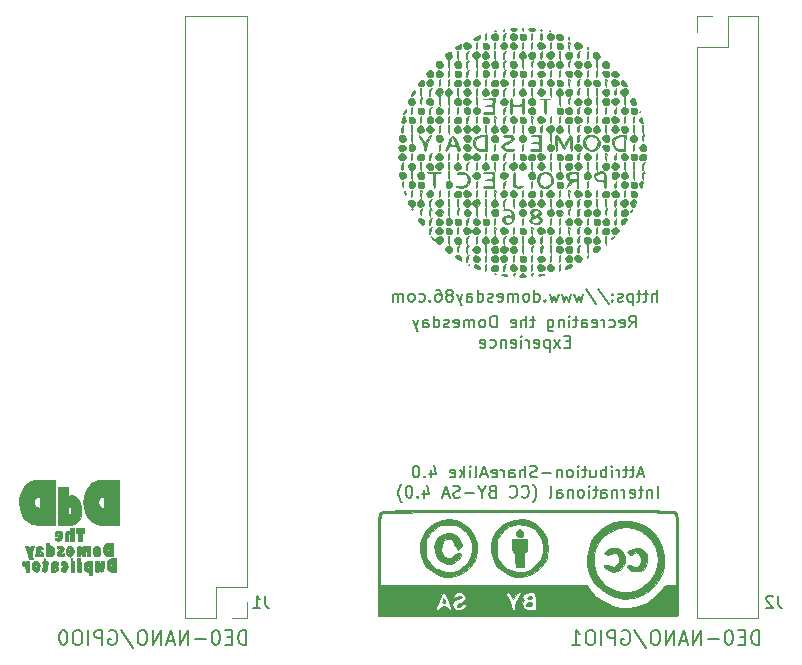
<source format=gbr>
G04 #@! TF.FileFunction,Legend,Bot*
%FSLAX46Y46*%
G04 Gerber Fmt 4.6, Leading zero omitted, Abs format (unit mm)*
G04 Created by KiCad (PCBNEW 4.0.7) date 04/16/18 15:15:31*
%MOMM*%
%LPD*%
G01*
G04 APERTURE LIST*
%ADD10C,0.100000*%
%ADD11C,0.200000*%
%ADD12C,0.120000*%
%ADD13C,0.010000*%
%ADD14C,0.150000*%
G04 APERTURE END LIST*
D10*
D11*
X182735906Y-110568667D02*
X182259715Y-110568667D01*
X182831144Y-110854381D02*
X182497811Y-109854381D01*
X182164477Y-110854381D01*
X181974001Y-110187714D02*
X181593049Y-110187714D01*
X181831144Y-109854381D02*
X181831144Y-110711524D01*
X181783525Y-110806762D01*
X181688287Y-110854381D01*
X181593049Y-110854381D01*
X181402572Y-110187714D02*
X181021620Y-110187714D01*
X181259715Y-109854381D02*
X181259715Y-110711524D01*
X181212096Y-110806762D01*
X181116858Y-110854381D01*
X181021620Y-110854381D01*
X180688286Y-110854381D02*
X180688286Y-110187714D01*
X180688286Y-110378190D02*
X180640667Y-110282952D01*
X180593048Y-110235333D01*
X180497810Y-110187714D01*
X180402571Y-110187714D01*
X180069238Y-110854381D02*
X180069238Y-110187714D01*
X180069238Y-109854381D02*
X180116857Y-109902000D01*
X180069238Y-109949619D01*
X180021619Y-109902000D01*
X180069238Y-109854381D01*
X180069238Y-109949619D01*
X179593048Y-110854381D02*
X179593048Y-109854381D01*
X179593048Y-110235333D02*
X179497810Y-110187714D01*
X179307333Y-110187714D01*
X179212095Y-110235333D01*
X179164476Y-110282952D01*
X179116857Y-110378190D01*
X179116857Y-110663905D01*
X179164476Y-110759143D01*
X179212095Y-110806762D01*
X179307333Y-110854381D01*
X179497810Y-110854381D01*
X179593048Y-110806762D01*
X178259714Y-110187714D02*
X178259714Y-110854381D01*
X178688286Y-110187714D02*
X178688286Y-110711524D01*
X178640667Y-110806762D01*
X178545429Y-110854381D01*
X178402571Y-110854381D01*
X178307333Y-110806762D01*
X178259714Y-110759143D01*
X177926381Y-110187714D02*
X177545429Y-110187714D01*
X177783524Y-109854381D02*
X177783524Y-110711524D01*
X177735905Y-110806762D01*
X177640667Y-110854381D01*
X177545429Y-110854381D01*
X177212095Y-110854381D02*
X177212095Y-110187714D01*
X177212095Y-109854381D02*
X177259714Y-109902000D01*
X177212095Y-109949619D01*
X177164476Y-109902000D01*
X177212095Y-109854381D01*
X177212095Y-109949619D01*
X176593048Y-110854381D02*
X176688286Y-110806762D01*
X176735905Y-110759143D01*
X176783524Y-110663905D01*
X176783524Y-110378190D01*
X176735905Y-110282952D01*
X176688286Y-110235333D01*
X176593048Y-110187714D01*
X176450190Y-110187714D01*
X176354952Y-110235333D01*
X176307333Y-110282952D01*
X176259714Y-110378190D01*
X176259714Y-110663905D01*
X176307333Y-110759143D01*
X176354952Y-110806762D01*
X176450190Y-110854381D01*
X176593048Y-110854381D01*
X175831143Y-110187714D02*
X175831143Y-110854381D01*
X175831143Y-110282952D02*
X175783524Y-110235333D01*
X175688286Y-110187714D01*
X175545428Y-110187714D01*
X175450190Y-110235333D01*
X175402571Y-110330571D01*
X175402571Y-110854381D01*
X174926381Y-110473429D02*
X174164476Y-110473429D01*
X173735905Y-110806762D02*
X173593048Y-110854381D01*
X173354952Y-110854381D01*
X173259714Y-110806762D01*
X173212095Y-110759143D01*
X173164476Y-110663905D01*
X173164476Y-110568667D01*
X173212095Y-110473429D01*
X173259714Y-110425810D01*
X173354952Y-110378190D01*
X173545429Y-110330571D01*
X173640667Y-110282952D01*
X173688286Y-110235333D01*
X173735905Y-110140095D01*
X173735905Y-110044857D01*
X173688286Y-109949619D01*
X173640667Y-109902000D01*
X173545429Y-109854381D01*
X173307333Y-109854381D01*
X173164476Y-109902000D01*
X172735905Y-110854381D02*
X172735905Y-109854381D01*
X172307333Y-110854381D02*
X172307333Y-110330571D01*
X172354952Y-110235333D01*
X172450190Y-110187714D01*
X172593048Y-110187714D01*
X172688286Y-110235333D01*
X172735905Y-110282952D01*
X171402571Y-110854381D02*
X171402571Y-110330571D01*
X171450190Y-110235333D01*
X171545428Y-110187714D01*
X171735905Y-110187714D01*
X171831143Y-110235333D01*
X171402571Y-110806762D02*
X171497809Y-110854381D01*
X171735905Y-110854381D01*
X171831143Y-110806762D01*
X171878762Y-110711524D01*
X171878762Y-110616286D01*
X171831143Y-110521048D01*
X171735905Y-110473429D01*
X171497809Y-110473429D01*
X171402571Y-110425810D01*
X170926381Y-110854381D02*
X170926381Y-110187714D01*
X170926381Y-110378190D02*
X170878762Y-110282952D01*
X170831143Y-110235333D01*
X170735905Y-110187714D01*
X170640666Y-110187714D01*
X169926380Y-110806762D02*
X170021618Y-110854381D01*
X170212095Y-110854381D01*
X170307333Y-110806762D01*
X170354952Y-110711524D01*
X170354952Y-110330571D01*
X170307333Y-110235333D01*
X170212095Y-110187714D01*
X170021618Y-110187714D01*
X169926380Y-110235333D01*
X169878761Y-110330571D01*
X169878761Y-110425810D01*
X170354952Y-110521048D01*
X169497809Y-110568667D02*
X169021618Y-110568667D01*
X169593047Y-110854381D02*
X169259714Y-109854381D01*
X168926380Y-110854381D01*
X168450190Y-110854381D02*
X168545428Y-110806762D01*
X168593047Y-110711524D01*
X168593047Y-109854381D01*
X168069237Y-110854381D02*
X168069237Y-110187714D01*
X168069237Y-109854381D02*
X168116856Y-109902000D01*
X168069237Y-109949619D01*
X168021618Y-109902000D01*
X168069237Y-109854381D01*
X168069237Y-109949619D01*
X167593047Y-110854381D02*
X167593047Y-109854381D01*
X167497809Y-110473429D02*
X167212094Y-110854381D01*
X167212094Y-110187714D02*
X167593047Y-110568667D01*
X166402570Y-110806762D02*
X166497808Y-110854381D01*
X166688285Y-110854381D01*
X166783523Y-110806762D01*
X166831142Y-110711524D01*
X166831142Y-110330571D01*
X166783523Y-110235333D01*
X166688285Y-110187714D01*
X166497808Y-110187714D01*
X166402570Y-110235333D01*
X166354951Y-110330571D01*
X166354951Y-110425810D01*
X166831142Y-110521048D01*
X164735903Y-110187714D02*
X164735903Y-110854381D01*
X164973999Y-109806762D02*
X165212094Y-110521048D01*
X164593046Y-110521048D01*
X164212094Y-110759143D02*
X164164475Y-110806762D01*
X164212094Y-110854381D01*
X164259713Y-110806762D01*
X164212094Y-110759143D01*
X164212094Y-110854381D01*
X163545428Y-109854381D02*
X163450189Y-109854381D01*
X163354951Y-109902000D01*
X163307332Y-109949619D01*
X163259713Y-110044857D01*
X163212094Y-110235333D01*
X163212094Y-110473429D01*
X163259713Y-110663905D01*
X163307332Y-110759143D01*
X163354951Y-110806762D01*
X163450189Y-110854381D01*
X163545428Y-110854381D01*
X163640666Y-110806762D01*
X163688285Y-110759143D01*
X163735904Y-110663905D01*
X163783523Y-110473429D01*
X163783523Y-110235333D01*
X163735904Y-110044857D01*
X163688285Y-109949619D01*
X163640666Y-109902000D01*
X163545428Y-109854381D01*
X183950192Y-112554381D02*
X183950192Y-111554381D01*
X183474002Y-111887714D02*
X183474002Y-112554381D01*
X183474002Y-111982952D02*
X183426383Y-111935333D01*
X183331145Y-111887714D01*
X183188287Y-111887714D01*
X183093049Y-111935333D01*
X183045430Y-112030571D01*
X183045430Y-112554381D01*
X182712097Y-111887714D02*
X182331145Y-111887714D01*
X182569240Y-111554381D02*
X182569240Y-112411524D01*
X182521621Y-112506762D01*
X182426383Y-112554381D01*
X182331145Y-112554381D01*
X181616858Y-112506762D02*
X181712096Y-112554381D01*
X181902573Y-112554381D01*
X181997811Y-112506762D01*
X182045430Y-112411524D01*
X182045430Y-112030571D01*
X181997811Y-111935333D01*
X181902573Y-111887714D01*
X181712096Y-111887714D01*
X181616858Y-111935333D01*
X181569239Y-112030571D01*
X181569239Y-112125810D01*
X182045430Y-112221048D01*
X181140668Y-112554381D02*
X181140668Y-111887714D01*
X181140668Y-112078190D02*
X181093049Y-111982952D01*
X181045430Y-111935333D01*
X180950192Y-111887714D01*
X180854953Y-111887714D01*
X180521620Y-111887714D02*
X180521620Y-112554381D01*
X180521620Y-111982952D02*
X180474001Y-111935333D01*
X180378763Y-111887714D01*
X180235905Y-111887714D01*
X180140667Y-111935333D01*
X180093048Y-112030571D01*
X180093048Y-112554381D01*
X179188286Y-112554381D02*
X179188286Y-112030571D01*
X179235905Y-111935333D01*
X179331143Y-111887714D01*
X179521620Y-111887714D01*
X179616858Y-111935333D01*
X179188286Y-112506762D02*
X179283524Y-112554381D01*
X179521620Y-112554381D01*
X179616858Y-112506762D01*
X179664477Y-112411524D01*
X179664477Y-112316286D01*
X179616858Y-112221048D01*
X179521620Y-112173429D01*
X179283524Y-112173429D01*
X179188286Y-112125810D01*
X178854953Y-111887714D02*
X178474001Y-111887714D01*
X178712096Y-111554381D02*
X178712096Y-112411524D01*
X178664477Y-112506762D01*
X178569239Y-112554381D01*
X178474001Y-112554381D01*
X178140667Y-112554381D02*
X178140667Y-111887714D01*
X178140667Y-111554381D02*
X178188286Y-111602000D01*
X178140667Y-111649619D01*
X178093048Y-111602000D01*
X178140667Y-111554381D01*
X178140667Y-111649619D01*
X177521620Y-112554381D02*
X177616858Y-112506762D01*
X177664477Y-112459143D01*
X177712096Y-112363905D01*
X177712096Y-112078190D01*
X177664477Y-111982952D01*
X177616858Y-111935333D01*
X177521620Y-111887714D01*
X177378762Y-111887714D01*
X177283524Y-111935333D01*
X177235905Y-111982952D01*
X177188286Y-112078190D01*
X177188286Y-112363905D01*
X177235905Y-112459143D01*
X177283524Y-112506762D01*
X177378762Y-112554381D01*
X177521620Y-112554381D01*
X176759715Y-111887714D02*
X176759715Y-112554381D01*
X176759715Y-111982952D02*
X176712096Y-111935333D01*
X176616858Y-111887714D01*
X176474000Y-111887714D01*
X176378762Y-111935333D01*
X176331143Y-112030571D01*
X176331143Y-112554381D01*
X175426381Y-112554381D02*
X175426381Y-112030571D01*
X175474000Y-111935333D01*
X175569238Y-111887714D01*
X175759715Y-111887714D01*
X175854953Y-111935333D01*
X175426381Y-112506762D02*
X175521619Y-112554381D01*
X175759715Y-112554381D01*
X175854953Y-112506762D01*
X175902572Y-112411524D01*
X175902572Y-112316286D01*
X175854953Y-112221048D01*
X175759715Y-112173429D01*
X175521619Y-112173429D01*
X175426381Y-112125810D01*
X174807334Y-112554381D02*
X174902572Y-112506762D01*
X174950191Y-112411524D01*
X174950191Y-111554381D01*
X173378761Y-112935333D02*
X173426381Y-112887714D01*
X173521619Y-112744857D01*
X173569238Y-112649619D01*
X173616857Y-112506762D01*
X173664476Y-112268667D01*
X173664476Y-112078190D01*
X173616857Y-111840095D01*
X173569238Y-111697238D01*
X173521619Y-111602000D01*
X173426381Y-111459143D01*
X173378761Y-111411524D01*
X172426380Y-112459143D02*
X172473999Y-112506762D01*
X172616856Y-112554381D01*
X172712094Y-112554381D01*
X172854952Y-112506762D01*
X172950190Y-112411524D01*
X172997809Y-112316286D01*
X173045428Y-112125810D01*
X173045428Y-111982952D01*
X172997809Y-111792476D01*
X172950190Y-111697238D01*
X172854952Y-111602000D01*
X172712094Y-111554381D01*
X172616856Y-111554381D01*
X172473999Y-111602000D01*
X172426380Y-111649619D01*
X171426380Y-112459143D02*
X171473999Y-112506762D01*
X171616856Y-112554381D01*
X171712094Y-112554381D01*
X171854952Y-112506762D01*
X171950190Y-112411524D01*
X171997809Y-112316286D01*
X172045428Y-112125810D01*
X172045428Y-111982952D01*
X171997809Y-111792476D01*
X171950190Y-111697238D01*
X171854952Y-111602000D01*
X171712094Y-111554381D01*
X171616856Y-111554381D01*
X171473999Y-111602000D01*
X171426380Y-111649619D01*
X169902570Y-112030571D02*
X169759713Y-112078190D01*
X169712094Y-112125810D01*
X169664475Y-112221048D01*
X169664475Y-112363905D01*
X169712094Y-112459143D01*
X169759713Y-112506762D01*
X169854951Y-112554381D01*
X170235904Y-112554381D01*
X170235904Y-111554381D01*
X169902570Y-111554381D01*
X169807332Y-111602000D01*
X169759713Y-111649619D01*
X169712094Y-111744857D01*
X169712094Y-111840095D01*
X169759713Y-111935333D01*
X169807332Y-111982952D01*
X169902570Y-112030571D01*
X170235904Y-112030571D01*
X169045428Y-112078190D02*
X169045428Y-112554381D01*
X169378761Y-111554381D02*
X169045428Y-112078190D01*
X168712094Y-111554381D01*
X168378761Y-112173429D02*
X167616856Y-112173429D01*
X167188285Y-112506762D02*
X167045428Y-112554381D01*
X166807332Y-112554381D01*
X166712094Y-112506762D01*
X166664475Y-112459143D01*
X166616856Y-112363905D01*
X166616856Y-112268667D01*
X166664475Y-112173429D01*
X166712094Y-112125810D01*
X166807332Y-112078190D01*
X166997809Y-112030571D01*
X167093047Y-111982952D01*
X167140666Y-111935333D01*
X167188285Y-111840095D01*
X167188285Y-111744857D01*
X167140666Y-111649619D01*
X167093047Y-111602000D01*
X166997809Y-111554381D01*
X166759713Y-111554381D01*
X166616856Y-111602000D01*
X166235904Y-112268667D02*
X165759713Y-112268667D01*
X166331142Y-112554381D02*
X165997809Y-111554381D01*
X165664475Y-112554381D01*
X164140665Y-111887714D02*
X164140665Y-112554381D01*
X164378761Y-111506762D02*
X164616856Y-112221048D01*
X163997808Y-112221048D01*
X163616856Y-112459143D02*
X163569237Y-112506762D01*
X163616856Y-112554381D01*
X163664475Y-112506762D01*
X163616856Y-112459143D01*
X163616856Y-112554381D01*
X162950190Y-111554381D02*
X162854951Y-111554381D01*
X162759713Y-111602000D01*
X162712094Y-111649619D01*
X162664475Y-111744857D01*
X162616856Y-111935333D01*
X162616856Y-112173429D01*
X162664475Y-112363905D01*
X162712094Y-112459143D01*
X162759713Y-112506762D01*
X162854951Y-112554381D01*
X162950190Y-112554381D01*
X163045428Y-112506762D01*
X163093047Y-112459143D01*
X163140666Y-112363905D01*
X163188285Y-112173429D01*
X163188285Y-111935333D01*
X163140666Y-111744857D01*
X163093047Y-111649619D01*
X163045428Y-111602000D01*
X162950190Y-111554381D01*
X162283523Y-112935333D02*
X162235904Y-112887714D01*
X162140666Y-112744857D01*
X162093047Y-112649619D01*
X162045428Y-112506762D01*
X161997809Y-112268667D01*
X161997809Y-112078190D01*
X162045428Y-111840095D01*
X162093047Y-111697238D01*
X162140666Y-111602000D01*
X162235904Y-111459143D01*
X162283523Y-111411524D01*
X181553334Y-98154381D02*
X181886668Y-97678190D01*
X182124763Y-98154381D02*
X182124763Y-97154381D01*
X181743810Y-97154381D01*
X181648572Y-97202000D01*
X181600953Y-97249619D01*
X181553334Y-97344857D01*
X181553334Y-97487714D01*
X181600953Y-97582952D01*
X181648572Y-97630571D01*
X181743810Y-97678190D01*
X182124763Y-97678190D01*
X180743810Y-98106762D02*
X180839048Y-98154381D01*
X181029525Y-98154381D01*
X181124763Y-98106762D01*
X181172382Y-98011524D01*
X181172382Y-97630571D01*
X181124763Y-97535333D01*
X181029525Y-97487714D01*
X180839048Y-97487714D01*
X180743810Y-97535333D01*
X180696191Y-97630571D01*
X180696191Y-97725810D01*
X181172382Y-97821048D01*
X179839048Y-98106762D02*
X179934286Y-98154381D01*
X180124763Y-98154381D01*
X180220001Y-98106762D01*
X180267620Y-98059143D01*
X180315239Y-97963905D01*
X180315239Y-97678190D01*
X180267620Y-97582952D01*
X180220001Y-97535333D01*
X180124763Y-97487714D01*
X179934286Y-97487714D01*
X179839048Y-97535333D01*
X179410477Y-98154381D02*
X179410477Y-97487714D01*
X179410477Y-97678190D02*
X179362858Y-97582952D01*
X179315239Y-97535333D01*
X179220001Y-97487714D01*
X179124762Y-97487714D01*
X178410476Y-98106762D02*
X178505714Y-98154381D01*
X178696191Y-98154381D01*
X178791429Y-98106762D01*
X178839048Y-98011524D01*
X178839048Y-97630571D01*
X178791429Y-97535333D01*
X178696191Y-97487714D01*
X178505714Y-97487714D01*
X178410476Y-97535333D01*
X178362857Y-97630571D01*
X178362857Y-97725810D01*
X178839048Y-97821048D01*
X177505714Y-98154381D02*
X177505714Y-97630571D01*
X177553333Y-97535333D01*
X177648571Y-97487714D01*
X177839048Y-97487714D01*
X177934286Y-97535333D01*
X177505714Y-98106762D02*
X177600952Y-98154381D01*
X177839048Y-98154381D01*
X177934286Y-98106762D01*
X177981905Y-98011524D01*
X177981905Y-97916286D01*
X177934286Y-97821048D01*
X177839048Y-97773429D01*
X177600952Y-97773429D01*
X177505714Y-97725810D01*
X177172381Y-97487714D02*
X176791429Y-97487714D01*
X177029524Y-97154381D02*
X177029524Y-98011524D01*
X176981905Y-98106762D01*
X176886667Y-98154381D01*
X176791429Y-98154381D01*
X176458095Y-98154381D02*
X176458095Y-97487714D01*
X176458095Y-97154381D02*
X176505714Y-97202000D01*
X176458095Y-97249619D01*
X176410476Y-97202000D01*
X176458095Y-97154381D01*
X176458095Y-97249619D01*
X175981905Y-97487714D02*
X175981905Y-98154381D01*
X175981905Y-97582952D02*
X175934286Y-97535333D01*
X175839048Y-97487714D01*
X175696190Y-97487714D01*
X175600952Y-97535333D01*
X175553333Y-97630571D01*
X175553333Y-98154381D01*
X174648571Y-97487714D02*
X174648571Y-98297238D01*
X174696190Y-98392476D01*
X174743809Y-98440095D01*
X174839048Y-98487714D01*
X174981905Y-98487714D01*
X175077143Y-98440095D01*
X174648571Y-98106762D02*
X174743809Y-98154381D01*
X174934286Y-98154381D01*
X175029524Y-98106762D01*
X175077143Y-98059143D01*
X175124762Y-97963905D01*
X175124762Y-97678190D01*
X175077143Y-97582952D01*
X175029524Y-97535333D01*
X174934286Y-97487714D01*
X174743809Y-97487714D01*
X174648571Y-97535333D01*
X173553333Y-97487714D02*
X173172381Y-97487714D01*
X173410476Y-97154381D02*
X173410476Y-98011524D01*
X173362857Y-98106762D01*
X173267619Y-98154381D01*
X173172381Y-98154381D01*
X172839047Y-98154381D02*
X172839047Y-97154381D01*
X172410475Y-98154381D02*
X172410475Y-97630571D01*
X172458094Y-97535333D01*
X172553332Y-97487714D01*
X172696190Y-97487714D01*
X172791428Y-97535333D01*
X172839047Y-97582952D01*
X171553332Y-98106762D02*
X171648570Y-98154381D01*
X171839047Y-98154381D01*
X171934285Y-98106762D01*
X171981904Y-98011524D01*
X171981904Y-97630571D01*
X171934285Y-97535333D01*
X171839047Y-97487714D01*
X171648570Y-97487714D01*
X171553332Y-97535333D01*
X171505713Y-97630571D01*
X171505713Y-97725810D01*
X171981904Y-97821048D01*
X170315237Y-98154381D02*
X170315237Y-97154381D01*
X170077142Y-97154381D01*
X169934284Y-97202000D01*
X169839046Y-97297238D01*
X169791427Y-97392476D01*
X169743808Y-97582952D01*
X169743808Y-97725810D01*
X169791427Y-97916286D01*
X169839046Y-98011524D01*
X169934284Y-98106762D01*
X170077142Y-98154381D01*
X170315237Y-98154381D01*
X169172380Y-98154381D02*
X169267618Y-98106762D01*
X169315237Y-98059143D01*
X169362856Y-97963905D01*
X169362856Y-97678190D01*
X169315237Y-97582952D01*
X169267618Y-97535333D01*
X169172380Y-97487714D01*
X169029522Y-97487714D01*
X168934284Y-97535333D01*
X168886665Y-97582952D01*
X168839046Y-97678190D01*
X168839046Y-97963905D01*
X168886665Y-98059143D01*
X168934284Y-98106762D01*
X169029522Y-98154381D01*
X169172380Y-98154381D01*
X168410475Y-98154381D02*
X168410475Y-97487714D01*
X168410475Y-97582952D02*
X168362856Y-97535333D01*
X168267618Y-97487714D01*
X168124760Y-97487714D01*
X168029522Y-97535333D01*
X167981903Y-97630571D01*
X167981903Y-98154381D01*
X167981903Y-97630571D02*
X167934284Y-97535333D01*
X167839046Y-97487714D01*
X167696189Y-97487714D01*
X167600951Y-97535333D01*
X167553332Y-97630571D01*
X167553332Y-98154381D01*
X166696189Y-98106762D02*
X166791427Y-98154381D01*
X166981904Y-98154381D01*
X167077142Y-98106762D01*
X167124761Y-98011524D01*
X167124761Y-97630571D01*
X167077142Y-97535333D01*
X166981904Y-97487714D01*
X166791427Y-97487714D01*
X166696189Y-97535333D01*
X166648570Y-97630571D01*
X166648570Y-97725810D01*
X167124761Y-97821048D01*
X166267618Y-98106762D02*
X166172380Y-98154381D01*
X165981904Y-98154381D01*
X165886665Y-98106762D01*
X165839046Y-98011524D01*
X165839046Y-97963905D01*
X165886665Y-97868667D01*
X165981904Y-97821048D01*
X166124761Y-97821048D01*
X166219999Y-97773429D01*
X166267618Y-97678190D01*
X166267618Y-97630571D01*
X166219999Y-97535333D01*
X166124761Y-97487714D01*
X165981904Y-97487714D01*
X165886665Y-97535333D01*
X164981903Y-98154381D02*
X164981903Y-97154381D01*
X164981903Y-98106762D02*
X165077141Y-98154381D01*
X165267618Y-98154381D01*
X165362856Y-98106762D01*
X165410475Y-98059143D01*
X165458094Y-97963905D01*
X165458094Y-97678190D01*
X165410475Y-97582952D01*
X165362856Y-97535333D01*
X165267618Y-97487714D01*
X165077141Y-97487714D01*
X164981903Y-97535333D01*
X164077141Y-98154381D02*
X164077141Y-97630571D01*
X164124760Y-97535333D01*
X164219998Y-97487714D01*
X164410475Y-97487714D01*
X164505713Y-97535333D01*
X164077141Y-98106762D02*
X164172379Y-98154381D01*
X164410475Y-98154381D01*
X164505713Y-98106762D01*
X164553332Y-98011524D01*
X164553332Y-97916286D01*
X164505713Y-97821048D01*
X164410475Y-97773429D01*
X164172379Y-97773429D01*
X164077141Y-97725810D01*
X163696189Y-97487714D02*
X163458094Y-98154381D01*
X163219998Y-97487714D02*
X163458094Y-98154381D01*
X163553332Y-98392476D01*
X163600951Y-98440095D01*
X163696189Y-98487714D01*
X176505715Y-99330571D02*
X176172381Y-99330571D01*
X176029524Y-99854381D02*
X176505715Y-99854381D01*
X176505715Y-98854381D01*
X176029524Y-98854381D01*
X175696191Y-99854381D02*
X175172381Y-99187714D01*
X175696191Y-99187714D02*
X175172381Y-99854381D01*
X174791429Y-99187714D02*
X174791429Y-100187714D01*
X174791429Y-99235333D02*
X174696191Y-99187714D01*
X174505714Y-99187714D01*
X174410476Y-99235333D01*
X174362857Y-99282952D01*
X174315238Y-99378190D01*
X174315238Y-99663905D01*
X174362857Y-99759143D01*
X174410476Y-99806762D01*
X174505714Y-99854381D01*
X174696191Y-99854381D01*
X174791429Y-99806762D01*
X173505714Y-99806762D02*
X173600952Y-99854381D01*
X173791429Y-99854381D01*
X173886667Y-99806762D01*
X173934286Y-99711524D01*
X173934286Y-99330571D01*
X173886667Y-99235333D01*
X173791429Y-99187714D01*
X173600952Y-99187714D01*
X173505714Y-99235333D01*
X173458095Y-99330571D01*
X173458095Y-99425810D01*
X173934286Y-99521048D01*
X173029524Y-99854381D02*
X173029524Y-99187714D01*
X173029524Y-99378190D02*
X172981905Y-99282952D01*
X172934286Y-99235333D01*
X172839048Y-99187714D01*
X172743809Y-99187714D01*
X172410476Y-99854381D02*
X172410476Y-99187714D01*
X172410476Y-98854381D02*
X172458095Y-98902000D01*
X172410476Y-98949619D01*
X172362857Y-98902000D01*
X172410476Y-98854381D01*
X172410476Y-98949619D01*
X171553333Y-99806762D02*
X171648571Y-99854381D01*
X171839048Y-99854381D01*
X171934286Y-99806762D01*
X171981905Y-99711524D01*
X171981905Y-99330571D01*
X171934286Y-99235333D01*
X171839048Y-99187714D01*
X171648571Y-99187714D01*
X171553333Y-99235333D01*
X171505714Y-99330571D01*
X171505714Y-99425810D01*
X171981905Y-99521048D01*
X171077143Y-99187714D02*
X171077143Y-99854381D01*
X171077143Y-99282952D02*
X171029524Y-99235333D01*
X170934286Y-99187714D01*
X170791428Y-99187714D01*
X170696190Y-99235333D01*
X170648571Y-99330571D01*
X170648571Y-99854381D01*
X169743809Y-99806762D02*
X169839047Y-99854381D01*
X170029524Y-99854381D01*
X170124762Y-99806762D01*
X170172381Y-99759143D01*
X170220000Y-99663905D01*
X170220000Y-99378190D01*
X170172381Y-99282952D01*
X170124762Y-99235333D01*
X170029524Y-99187714D01*
X169839047Y-99187714D01*
X169743809Y-99235333D01*
X168934285Y-99806762D02*
X169029523Y-99854381D01*
X169220000Y-99854381D01*
X169315238Y-99806762D01*
X169362857Y-99711524D01*
X169362857Y-99330571D01*
X169315238Y-99235333D01*
X169220000Y-99187714D01*
X169029523Y-99187714D01*
X168934285Y-99235333D01*
X168886666Y-99330571D01*
X168886666Y-99425810D01*
X169362857Y-99521048D01*
X183886667Y-95956381D02*
X183886667Y-94956381D01*
X183458095Y-95956381D02*
X183458095Y-95432571D01*
X183505714Y-95337333D01*
X183600952Y-95289714D01*
X183743810Y-95289714D01*
X183839048Y-95337333D01*
X183886667Y-95384952D01*
X183124762Y-95289714D02*
X182743810Y-95289714D01*
X182981905Y-94956381D02*
X182981905Y-95813524D01*
X182934286Y-95908762D01*
X182839048Y-95956381D01*
X182743810Y-95956381D01*
X182553333Y-95289714D02*
X182172381Y-95289714D01*
X182410476Y-94956381D02*
X182410476Y-95813524D01*
X182362857Y-95908762D01*
X182267619Y-95956381D01*
X182172381Y-95956381D01*
X181839047Y-95289714D02*
X181839047Y-96289714D01*
X181839047Y-95337333D02*
X181743809Y-95289714D01*
X181553332Y-95289714D01*
X181458094Y-95337333D01*
X181410475Y-95384952D01*
X181362856Y-95480190D01*
X181362856Y-95765905D01*
X181410475Y-95861143D01*
X181458094Y-95908762D01*
X181553332Y-95956381D01*
X181743809Y-95956381D01*
X181839047Y-95908762D01*
X180981904Y-95908762D02*
X180886666Y-95956381D01*
X180696190Y-95956381D01*
X180600951Y-95908762D01*
X180553332Y-95813524D01*
X180553332Y-95765905D01*
X180600951Y-95670667D01*
X180696190Y-95623048D01*
X180839047Y-95623048D01*
X180934285Y-95575429D01*
X180981904Y-95480190D01*
X180981904Y-95432571D01*
X180934285Y-95337333D01*
X180839047Y-95289714D01*
X180696190Y-95289714D01*
X180600951Y-95337333D01*
X180124761Y-95861143D02*
X180077142Y-95908762D01*
X180124761Y-95956381D01*
X180172380Y-95908762D01*
X180124761Y-95861143D01*
X180124761Y-95956381D01*
X180124761Y-95337333D02*
X180077142Y-95384952D01*
X180124761Y-95432571D01*
X180172380Y-95384952D01*
X180124761Y-95337333D01*
X180124761Y-95432571D01*
X178934285Y-94908762D02*
X179791428Y-96194476D01*
X177886666Y-94908762D02*
X178743809Y-96194476D01*
X177648571Y-95289714D02*
X177458095Y-95956381D01*
X177267618Y-95480190D01*
X177077142Y-95956381D01*
X176886666Y-95289714D01*
X176600952Y-95289714D02*
X176410476Y-95956381D01*
X176219999Y-95480190D01*
X176029523Y-95956381D01*
X175839047Y-95289714D01*
X175553333Y-95289714D02*
X175362857Y-95956381D01*
X175172380Y-95480190D01*
X174981904Y-95956381D01*
X174791428Y-95289714D01*
X174410476Y-95861143D02*
X174362857Y-95908762D01*
X174410476Y-95956381D01*
X174458095Y-95908762D01*
X174410476Y-95861143D01*
X174410476Y-95956381D01*
X173505714Y-95956381D02*
X173505714Y-94956381D01*
X173505714Y-95908762D02*
X173600952Y-95956381D01*
X173791429Y-95956381D01*
X173886667Y-95908762D01*
X173934286Y-95861143D01*
X173981905Y-95765905D01*
X173981905Y-95480190D01*
X173934286Y-95384952D01*
X173886667Y-95337333D01*
X173791429Y-95289714D01*
X173600952Y-95289714D01*
X173505714Y-95337333D01*
X172886667Y-95956381D02*
X172981905Y-95908762D01*
X173029524Y-95861143D01*
X173077143Y-95765905D01*
X173077143Y-95480190D01*
X173029524Y-95384952D01*
X172981905Y-95337333D01*
X172886667Y-95289714D01*
X172743809Y-95289714D01*
X172648571Y-95337333D01*
X172600952Y-95384952D01*
X172553333Y-95480190D01*
X172553333Y-95765905D01*
X172600952Y-95861143D01*
X172648571Y-95908762D01*
X172743809Y-95956381D01*
X172886667Y-95956381D01*
X172124762Y-95956381D02*
X172124762Y-95289714D01*
X172124762Y-95384952D02*
X172077143Y-95337333D01*
X171981905Y-95289714D01*
X171839047Y-95289714D01*
X171743809Y-95337333D01*
X171696190Y-95432571D01*
X171696190Y-95956381D01*
X171696190Y-95432571D02*
X171648571Y-95337333D01*
X171553333Y-95289714D01*
X171410476Y-95289714D01*
X171315238Y-95337333D01*
X171267619Y-95432571D01*
X171267619Y-95956381D01*
X170410476Y-95908762D02*
X170505714Y-95956381D01*
X170696191Y-95956381D01*
X170791429Y-95908762D01*
X170839048Y-95813524D01*
X170839048Y-95432571D01*
X170791429Y-95337333D01*
X170696191Y-95289714D01*
X170505714Y-95289714D01*
X170410476Y-95337333D01*
X170362857Y-95432571D01*
X170362857Y-95527810D01*
X170839048Y-95623048D01*
X169981905Y-95908762D02*
X169886667Y-95956381D01*
X169696191Y-95956381D01*
X169600952Y-95908762D01*
X169553333Y-95813524D01*
X169553333Y-95765905D01*
X169600952Y-95670667D01*
X169696191Y-95623048D01*
X169839048Y-95623048D01*
X169934286Y-95575429D01*
X169981905Y-95480190D01*
X169981905Y-95432571D01*
X169934286Y-95337333D01*
X169839048Y-95289714D01*
X169696191Y-95289714D01*
X169600952Y-95337333D01*
X168696190Y-95956381D02*
X168696190Y-94956381D01*
X168696190Y-95908762D02*
X168791428Y-95956381D01*
X168981905Y-95956381D01*
X169077143Y-95908762D01*
X169124762Y-95861143D01*
X169172381Y-95765905D01*
X169172381Y-95480190D01*
X169124762Y-95384952D01*
X169077143Y-95337333D01*
X168981905Y-95289714D01*
X168791428Y-95289714D01*
X168696190Y-95337333D01*
X167791428Y-95956381D02*
X167791428Y-95432571D01*
X167839047Y-95337333D01*
X167934285Y-95289714D01*
X168124762Y-95289714D01*
X168220000Y-95337333D01*
X167791428Y-95908762D02*
X167886666Y-95956381D01*
X168124762Y-95956381D01*
X168220000Y-95908762D01*
X168267619Y-95813524D01*
X168267619Y-95718286D01*
X168220000Y-95623048D01*
X168124762Y-95575429D01*
X167886666Y-95575429D01*
X167791428Y-95527810D01*
X167410476Y-95289714D02*
X167172381Y-95956381D01*
X166934285Y-95289714D02*
X167172381Y-95956381D01*
X167267619Y-96194476D01*
X167315238Y-96242095D01*
X167410476Y-96289714D01*
X166410476Y-95384952D02*
X166505714Y-95337333D01*
X166553333Y-95289714D01*
X166600952Y-95194476D01*
X166600952Y-95146857D01*
X166553333Y-95051619D01*
X166505714Y-95004000D01*
X166410476Y-94956381D01*
X166219999Y-94956381D01*
X166124761Y-95004000D01*
X166077142Y-95051619D01*
X166029523Y-95146857D01*
X166029523Y-95194476D01*
X166077142Y-95289714D01*
X166124761Y-95337333D01*
X166219999Y-95384952D01*
X166410476Y-95384952D01*
X166505714Y-95432571D01*
X166553333Y-95480190D01*
X166600952Y-95575429D01*
X166600952Y-95765905D01*
X166553333Y-95861143D01*
X166505714Y-95908762D01*
X166410476Y-95956381D01*
X166219999Y-95956381D01*
X166124761Y-95908762D01*
X166077142Y-95861143D01*
X166029523Y-95765905D01*
X166029523Y-95575429D01*
X166077142Y-95480190D01*
X166124761Y-95432571D01*
X166219999Y-95384952D01*
X165172380Y-94956381D02*
X165362857Y-94956381D01*
X165458095Y-95004000D01*
X165505714Y-95051619D01*
X165600952Y-95194476D01*
X165648571Y-95384952D01*
X165648571Y-95765905D01*
X165600952Y-95861143D01*
X165553333Y-95908762D01*
X165458095Y-95956381D01*
X165267618Y-95956381D01*
X165172380Y-95908762D01*
X165124761Y-95861143D01*
X165077142Y-95765905D01*
X165077142Y-95527810D01*
X165124761Y-95432571D01*
X165172380Y-95384952D01*
X165267618Y-95337333D01*
X165458095Y-95337333D01*
X165553333Y-95384952D01*
X165600952Y-95432571D01*
X165648571Y-95527810D01*
X164648571Y-95861143D02*
X164600952Y-95908762D01*
X164648571Y-95956381D01*
X164696190Y-95908762D01*
X164648571Y-95861143D01*
X164648571Y-95956381D01*
X163743809Y-95908762D02*
X163839047Y-95956381D01*
X164029524Y-95956381D01*
X164124762Y-95908762D01*
X164172381Y-95861143D01*
X164220000Y-95765905D01*
X164220000Y-95480190D01*
X164172381Y-95384952D01*
X164124762Y-95337333D01*
X164029524Y-95289714D01*
X163839047Y-95289714D01*
X163743809Y-95337333D01*
X163172381Y-95956381D02*
X163267619Y-95908762D01*
X163315238Y-95861143D01*
X163362857Y-95765905D01*
X163362857Y-95480190D01*
X163315238Y-95384952D01*
X163267619Y-95337333D01*
X163172381Y-95289714D01*
X163029523Y-95289714D01*
X162934285Y-95337333D01*
X162886666Y-95384952D01*
X162839047Y-95480190D01*
X162839047Y-95765905D01*
X162886666Y-95861143D01*
X162934285Y-95908762D01*
X163029523Y-95956381D01*
X163172381Y-95956381D01*
X162410476Y-95956381D02*
X162410476Y-95289714D01*
X162410476Y-95384952D02*
X162362857Y-95337333D01*
X162267619Y-95289714D01*
X162124761Y-95289714D01*
X162029523Y-95337333D01*
X161981904Y-95432571D01*
X161981904Y-95956381D01*
X161981904Y-95432571D02*
X161934285Y-95337333D01*
X161839047Y-95289714D01*
X161696190Y-95289714D01*
X161600952Y-95337333D01*
X161553333Y-95432571D01*
X161553333Y-95956381D01*
X192543714Y-125002857D02*
X192543714Y-123802857D01*
X192257999Y-123802857D01*
X192086571Y-123860000D01*
X191972285Y-123974286D01*
X191915142Y-124088571D01*
X191857999Y-124317143D01*
X191857999Y-124488571D01*
X191915142Y-124717143D01*
X191972285Y-124831429D01*
X192086571Y-124945714D01*
X192257999Y-125002857D01*
X192543714Y-125002857D01*
X191343714Y-124374286D02*
X190943714Y-124374286D01*
X190772285Y-125002857D02*
X191343714Y-125002857D01*
X191343714Y-123802857D01*
X190772285Y-123802857D01*
X190029428Y-123802857D02*
X189915143Y-123802857D01*
X189800857Y-123860000D01*
X189743714Y-123917143D01*
X189686571Y-124031429D01*
X189629428Y-124260000D01*
X189629428Y-124545714D01*
X189686571Y-124774286D01*
X189743714Y-124888571D01*
X189800857Y-124945714D01*
X189915143Y-125002857D01*
X190029428Y-125002857D01*
X190143714Y-124945714D01*
X190200857Y-124888571D01*
X190258000Y-124774286D01*
X190315143Y-124545714D01*
X190315143Y-124260000D01*
X190258000Y-124031429D01*
X190200857Y-123917143D01*
X190143714Y-123860000D01*
X190029428Y-123802857D01*
X189115143Y-124545714D02*
X188200857Y-124545714D01*
X187629429Y-125002857D02*
X187629429Y-123802857D01*
X186943714Y-125002857D01*
X186943714Y-123802857D01*
X186429429Y-124660000D02*
X185858000Y-124660000D01*
X186543714Y-125002857D02*
X186143714Y-123802857D01*
X185743714Y-125002857D01*
X185343715Y-125002857D02*
X185343715Y-123802857D01*
X184658000Y-125002857D01*
X184658000Y-123802857D01*
X183858000Y-123802857D02*
X183629429Y-123802857D01*
X183515143Y-123860000D01*
X183400857Y-123974286D01*
X183343715Y-124202857D01*
X183343715Y-124602857D01*
X183400857Y-124831429D01*
X183515143Y-124945714D01*
X183629429Y-125002857D01*
X183858000Y-125002857D01*
X183972286Y-124945714D01*
X184086572Y-124831429D01*
X184143715Y-124602857D01*
X184143715Y-124202857D01*
X184086572Y-123974286D01*
X183972286Y-123860000D01*
X183858000Y-123802857D01*
X181972286Y-123745714D02*
X183000857Y-125288571D01*
X180943714Y-123860000D02*
X181058000Y-123802857D01*
X181229429Y-123802857D01*
X181400857Y-123860000D01*
X181515143Y-123974286D01*
X181572286Y-124088571D01*
X181629429Y-124317143D01*
X181629429Y-124488571D01*
X181572286Y-124717143D01*
X181515143Y-124831429D01*
X181400857Y-124945714D01*
X181229429Y-125002857D01*
X181115143Y-125002857D01*
X180943714Y-124945714D01*
X180886571Y-124888571D01*
X180886571Y-124488571D01*
X181115143Y-124488571D01*
X180372286Y-125002857D02*
X180372286Y-123802857D01*
X179915143Y-123802857D01*
X179800857Y-123860000D01*
X179743714Y-123917143D01*
X179686571Y-124031429D01*
X179686571Y-124202857D01*
X179743714Y-124317143D01*
X179800857Y-124374286D01*
X179915143Y-124431429D01*
X180372286Y-124431429D01*
X179172286Y-125002857D02*
X179172286Y-123802857D01*
X178372285Y-123802857D02*
X178143714Y-123802857D01*
X178029428Y-123860000D01*
X177915142Y-123974286D01*
X177858000Y-124202857D01*
X177858000Y-124602857D01*
X177915142Y-124831429D01*
X178029428Y-124945714D01*
X178143714Y-125002857D01*
X178372285Y-125002857D01*
X178486571Y-124945714D01*
X178600857Y-124831429D01*
X178658000Y-124602857D01*
X178658000Y-124202857D01*
X178600857Y-123974286D01*
X178486571Y-123860000D01*
X178372285Y-123802857D01*
X176715142Y-125002857D02*
X177400857Y-125002857D01*
X177057999Y-125002857D02*
X177057999Y-123802857D01*
X177172285Y-123974286D01*
X177286571Y-124088571D01*
X177400857Y-124145714D01*
X149109714Y-125002857D02*
X149109714Y-123802857D01*
X148823999Y-123802857D01*
X148652571Y-123860000D01*
X148538285Y-123974286D01*
X148481142Y-124088571D01*
X148423999Y-124317143D01*
X148423999Y-124488571D01*
X148481142Y-124717143D01*
X148538285Y-124831429D01*
X148652571Y-124945714D01*
X148823999Y-125002857D01*
X149109714Y-125002857D01*
X147909714Y-124374286D02*
X147509714Y-124374286D01*
X147338285Y-125002857D02*
X147909714Y-125002857D01*
X147909714Y-123802857D01*
X147338285Y-123802857D01*
X146595428Y-123802857D02*
X146481143Y-123802857D01*
X146366857Y-123860000D01*
X146309714Y-123917143D01*
X146252571Y-124031429D01*
X146195428Y-124260000D01*
X146195428Y-124545714D01*
X146252571Y-124774286D01*
X146309714Y-124888571D01*
X146366857Y-124945714D01*
X146481143Y-125002857D01*
X146595428Y-125002857D01*
X146709714Y-124945714D01*
X146766857Y-124888571D01*
X146824000Y-124774286D01*
X146881143Y-124545714D01*
X146881143Y-124260000D01*
X146824000Y-124031429D01*
X146766857Y-123917143D01*
X146709714Y-123860000D01*
X146595428Y-123802857D01*
X145681143Y-124545714D02*
X144766857Y-124545714D01*
X144195429Y-125002857D02*
X144195429Y-123802857D01*
X143509714Y-125002857D01*
X143509714Y-123802857D01*
X142995429Y-124660000D02*
X142424000Y-124660000D01*
X143109714Y-125002857D02*
X142709714Y-123802857D01*
X142309714Y-125002857D01*
X141909715Y-125002857D02*
X141909715Y-123802857D01*
X141224000Y-125002857D01*
X141224000Y-123802857D01*
X140424000Y-123802857D02*
X140195429Y-123802857D01*
X140081143Y-123860000D01*
X139966857Y-123974286D01*
X139909715Y-124202857D01*
X139909715Y-124602857D01*
X139966857Y-124831429D01*
X140081143Y-124945714D01*
X140195429Y-125002857D01*
X140424000Y-125002857D01*
X140538286Y-124945714D01*
X140652572Y-124831429D01*
X140709715Y-124602857D01*
X140709715Y-124202857D01*
X140652572Y-123974286D01*
X140538286Y-123860000D01*
X140424000Y-123802857D01*
X138538286Y-123745714D02*
X139566857Y-125288571D01*
X137509714Y-123860000D02*
X137624000Y-123802857D01*
X137795429Y-123802857D01*
X137966857Y-123860000D01*
X138081143Y-123974286D01*
X138138286Y-124088571D01*
X138195429Y-124317143D01*
X138195429Y-124488571D01*
X138138286Y-124717143D01*
X138081143Y-124831429D01*
X137966857Y-124945714D01*
X137795429Y-125002857D01*
X137681143Y-125002857D01*
X137509714Y-124945714D01*
X137452571Y-124888571D01*
X137452571Y-124488571D01*
X137681143Y-124488571D01*
X136938286Y-125002857D02*
X136938286Y-123802857D01*
X136481143Y-123802857D01*
X136366857Y-123860000D01*
X136309714Y-123917143D01*
X136252571Y-124031429D01*
X136252571Y-124202857D01*
X136309714Y-124317143D01*
X136366857Y-124374286D01*
X136481143Y-124431429D01*
X136938286Y-124431429D01*
X135738286Y-125002857D02*
X135738286Y-123802857D01*
X134938285Y-123802857D02*
X134709714Y-123802857D01*
X134595428Y-123860000D01*
X134481142Y-123974286D01*
X134424000Y-124202857D01*
X134424000Y-124602857D01*
X134481142Y-124831429D01*
X134595428Y-124945714D01*
X134709714Y-125002857D01*
X134938285Y-125002857D01*
X135052571Y-124945714D01*
X135166857Y-124831429D01*
X135224000Y-124602857D01*
X135224000Y-124202857D01*
X135166857Y-123974286D01*
X135052571Y-123860000D01*
X134938285Y-123802857D01*
X133681142Y-123802857D02*
X133566857Y-123802857D01*
X133452571Y-123860000D01*
X133395428Y-123917143D01*
X133338285Y-124031429D01*
X133281142Y-124260000D01*
X133281142Y-124545714D01*
X133338285Y-124774286D01*
X133395428Y-124888571D01*
X133452571Y-124945714D01*
X133566857Y-125002857D01*
X133681142Y-125002857D01*
X133795428Y-124945714D01*
X133852571Y-124888571D01*
X133909714Y-124774286D01*
X133966857Y-124545714D01*
X133966857Y-124260000D01*
X133909714Y-124031429D01*
X133852571Y-123917143D01*
X133795428Y-123860000D01*
X133681142Y-123802857D01*
D12*
X149158000Y-120142000D02*
X149158000Y-71822000D01*
X149158000Y-71822000D02*
X143958000Y-71822000D01*
X143958000Y-71822000D02*
X143958000Y-122742000D01*
X143958000Y-122742000D02*
X146558000Y-122742000D01*
X146558000Y-122742000D02*
X146558000Y-120142000D01*
X146558000Y-120142000D02*
X149158000Y-120142000D01*
X149158000Y-121412000D02*
X149158000Y-122742000D01*
X149158000Y-122742000D02*
X147888000Y-122742000D01*
X187265000Y-74422000D02*
X187265000Y-122742000D01*
X187265000Y-122742000D02*
X192465000Y-122742000D01*
X192465000Y-122742000D02*
X192465000Y-71822000D01*
X192465000Y-71822000D02*
X189865000Y-71822000D01*
X189865000Y-71822000D02*
X189865000Y-74422000D01*
X189865000Y-74422000D02*
X187265000Y-74422000D01*
X187265000Y-73152000D02*
X187265000Y-71822000D01*
X187265000Y-71822000D02*
X188535000Y-71822000D01*
D13*
G36*
X172346097Y-93635443D02*
X172225013Y-93774556D01*
X172263395Y-93860342D01*
X172462367Y-93894527D01*
X172515389Y-93895333D01*
X172726865Y-93871250D01*
X172787315Y-93802102D01*
X172785516Y-93795549D01*
X172664113Y-93634182D01*
X172484790Y-93581554D01*
X172346097Y-93635443D01*
X172346097Y-93635443D01*
G37*
X172346097Y-93635443D02*
X172225013Y-93774556D01*
X172263395Y-93860342D01*
X172462367Y-93894527D01*
X172515389Y-93895333D01*
X172726865Y-93871250D01*
X172787315Y-93802102D01*
X172785516Y-93795549D01*
X172664113Y-93634182D01*
X172484790Y-93581554D01*
X172346097Y-93635443D01*
G36*
X173881288Y-93631512D02*
X173819896Y-93728073D01*
X173902573Y-93757501D01*
X174117000Y-93726690D01*
X174284986Y-93687387D01*
X174298281Y-93655466D01*
X174171977Y-93607100D01*
X173969189Y-93588001D01*
X173881288Y-93631512D01*
X173881288Y-93631512D01*
G37*
X173881288Y-93631512D02*
X173819896Y-93728073D01*
X173902573Y-93757501D01*
X174117000Y-93726690D01*
X174284986Y-93687387D01*
X174298281Y-93655466D01*
X174171977Y-93607100D01*
X173969189Y-93588001D01*
X173881288Y-93631512D01*
G36*
X173235636Y-93658966D02*
X173246013Y-93737705D01*
X173292645Y-93801438D01*
X173347977Y-93737363D01*
X173379045Y-93612718D01*
X173363478Y-93579256D01*
X173279779Y-93565352D01*
X173235636Y-93658966D01*
X173235636Y-93658966D01*
G37*
X173235636Y-93658966D02*
X173246013Y-93737705D01*
X173292645Y-93801438D01*
X173347977Y-93737363D01*
X173379045Y-93612718D01*
X173363478Y-93579256D01*
X173279779Y-93565352D01*
X173235636Y-93658966D01*
G36*
X171711636Y-93658966D02*
X171722013Y-93737705D01*
X171768645Y-93801438D01*
X171823977Y-93737363D01*
X171855045Y-93612718D01*
X171839478Y-93579256D01*
X171755779Y-93565352D01*
X171711636Y-93658966D01*
X171711636Y-93658966D01*
G37*
X171711636Y-93658966D02*
X171722013Y-93737705D01*
X171768645Y-93801438D01*
X171823977Y-93737363D01*
X171855045Y-93612718D01*
X171839478Y-93579256D01*
X171755779Y-93565352D01*
X171711636Y-93658966D01*
G36*
X170805694Y-93598370D02*
X170747211Y-93632923D01*
X170709613Y-93709515D01*
X170791142Y-93726000D01*
X170995604Y-93756467D01*
X171062075Y-93777392D01*
X171175121Y-93779801D01*
X171196000Y-93740764D01*
X171125693Y-93642920D01*
X170968651Y-93588982D01*
X170805694Y-93598370D01*
X170805694Y-93598370D01*
G37*
X170805694Y-93598370D02*
X170747211Y-93632923D01*
X170709613Y-93709515D01*
X170791142Y-93726000D01*
X170995604Y-93756467D01*
X171062075Y-93777392D01*
X171175121Y-93779801D01*
X171196000Y-93740764D01*
X171125693Y-93642920D01*
X170968651Y-93588982D01*
X170805694Y-93598370D01*
G36*
X170123556Y-93584889D02*
X170135178Y-93635223D01*
X170180000Y-93641333D01*
X170249690Y-93610355D01*
X170236445Y-93584889D01*
X170135965Y-93574756D01*
X170123556Y-93584889D01*
X170123556Y-93584889D01*
G37*
X170123556Y-93584889D02*
X170135178Y-93635223D01*
X170180000Y-93641333D01*
X170249690Y-93610355D01*
X170236445Y-93584889D01*
X170135965Y-93574756D01*
X170123556Y-93584889D01*
G36*
X175621594Y-92869146D02*
X175599246Y-93052268D01*
X175598667Y-93091000D01*
X175606986Y-93287001D01*
X175627438Y-93384823D01*
X175631737Y-93387333D01*
X175662248Y-93313057D01*
X175694514Y-93130366D01*
X175699403Y-93091000D01*
X175705352Y-92896059D01*
X175675457Y-92797576D01*
X175666332Y-92794667D01*
X175621594Y-92869146D01*
X175621594Y-92869146D01*
G37*
X175621594Y-92869146D02*
X175599246Y-93052268D01*
X175598667Y-93091000D01*
X175606986Y-93287001D01*
X175627438Y-93384823D01*
X175631737Y-93387333D01*
X175662248Y-93313057D01*
X175694514Y-93130366D01*
X175699403Y-93091000D01*
X175705352Y-92896059D01*
X175675457Y-92797576D01*
X175666332Y-92794667D01*
X175621594Y-92869146D01*
G36*
X174691668Y-92835012D02*
X174594053Y-92940647D01*
X174559684Y-93142797D01*
X174658420Y-93309960D01*
X174855268Y-93386748D01*
X174876274Y-93387333D01*
X175068493Y-93320493D01*
X175134290Y-93213937D01*
X175133493Y-93013223D01*
X175025771Y-92866124D01*
X174861653Y-92798200D01*
X174691668Y-92835012D01*
X174691668Y-92835012D01*
G37*
X174691668Y-92835012D02*
X174594053Y-92940647D01*
X174559684Y-93142797D01*
X174658420Y-93309960D01*
X174855268Y-93386748D01*
X174876274Y-93387333D01*
X175068493Y-93320493D01*
X175134290Y-93213937D01*
X175133493Y-93013223D01*
X175025771Y-92866124D01*
X174861653Y-92798200D01*
X174691668Y-92835012D01*
G36*
X173849048Y-92892094D02*
X173763573Y-93055485D01*
X173777044Y-93213937D01*
X173894177Y-93349244D01*
X174082485Y-93385577D01*
X174271155Y-93316230D01*
X174324175Y-93265745D01*
X174381571Y-93114532D01*
X174331563Y-92969412D01*
X174184677Y-92826289D01*
X174006627Y-92808106D01*
X173849048Y-92892094D01*
X173849048Y-92892094D01*
G37*
X173849048Y-92892094D02*
X173763573Y-93055485D01*
X173777044Y-93213937D01*
X173894177Y-93349244D01*
X174082485Y-93385577D01*
X174271155Y-93316230D01*
X174324175Y-93265745D01*
X174381571Y-93114532D01*
X174331563Y-92969412D01*
X174184677Y-92826289D01*
X174006627Y-92808106D01*
X173849048Y-92892094D01*
G36*
X173250928Y-92869146D02*
X173228580Y-93052268D01*
X173228000Y-93091000D01*
X173236319Y-93287001D01*
X173256772Y-93384823D01*
X173261070Y-93387333D01*
X173291581Y-93313057D01*
X173323847Y-93130366D01*
X173328736Y-93091000D01*
X173334685Y-92896059D01*
X173304790Y-92797576D01*
X173295666Y-92794667D01*
X173250928Y-92869146D01*
X173250928Y-92869146D01*
G37*
X173250928Y-92869146D02*
X173228580Y-93052268D01*
X173228000Y-93091000D01*
X173236319Y-93287001D01*
X173256772Y-93384823D01*
X173261070Y-93387333D01*
X173291581Y-93313057D01*
X173323847Y-93130366D01*
X173328736Y-93091000D01*
X173334685Y-92896059D01*
X173304790Y-92797576D01*
X173295666Y-92794667D01*
X173250928Y-92869146D01*
G36*
X172311613Y-92866321D02*
X172258715Y-92987785D01*
X172254333Y-93091000D01*
X172280138Y-93276657D01*
X172389853Y-93355054D01*
X172487648Y-93371837D01*
X172696439Y-93347893D01*
X172776289Y-93254495D01*
X172779467Y-93049754D01*
X172653281Y-92893351D01*
X172456773Y-92837000D01*
X172311613Y-92866321D01*
X172311613Y-92866321D01*
G37*
X172311613Y-92866321D02*
X172258715Y-92987785D01*
X172254333Y-93091000D01*
X172280138Y-93276657D01*
X172389853Y-93355054D01*
X172487648Y-93371837D01*
X172696439Y-93347893D01*
X172776289Y-93254495D01*
X172779467Y-93049754D01*
X172653281Y-92893351D01*
X172456773Y-92837000D01*
X172311613Y-92866321D01*
G36*
X171559001Y-92835012D02*
X171461386Y-92940647D01*
X171427017Y-93142797D01*
X171525753Y-93309960D01*
X171722601Y-93386748D01*
X171743607Y-93387333D01*
X171935826Y-93320493D01*
X172001623Y-93213937D01*
X172000826Y-93013223D01*
X171893104Y-92866124D01*
X171728987Y-92798200D01*
X171559001Y-92835012D01*
X171559001Y-92835012D01*
G37*
X171559001Y-92835012D02*
X171461386Y-92940647D01*
X171427017Y-93142797D01*
X171525753Y-93309960D01*
X171722601Y-93386748D01*
X171743607Y-93387333D01*
X171935826Y-93320493D01*
X172001623Y-93213937D01*
X172000826Y-93013223D01*
X171893104Y-92866124D01*
X171728987Y-92798200D01*
X171559001Y-92835012D01*
G36*
X170899077Y-92841514D02*
X170859563Y-93005764D01*
X170857333Y-93091000D01*
X170867981Y-93286986D01*
X170894158Y-93384817D01*
X170899667Y-93387333D01*
X170932495Y-93315200D01*
X170942000Y-93192600D01*
X170983824Y-92993565D01*
X171043600Y-92896267D01*
X171093234Y-92814155D01*
X171001267Y-92794667D01*
X170899077Y-92841514D01*
X170899077Y-92841514D01*
G37*
X170899077Y-92841514D02*
X170859563Y-93005764D01*
X170857333Y-93091000D01*
X170867981Y-93286986D01*
X170894158Y-93384817D01*
X170899667Y-93387333D01*
X170932495Y-93315200D01*
X170942000Y-93192600D01*
X170983824Y-92993565D01*
X171043600Y-92896267D01*
X171093234Y-92814155D01*
X171001267Y-92794667D01*
X170899077Y-92841514D01*
G36*
X169980017Y-92902160D02*
X169861494Y-93062219D01*
X169867535Y-93248825D01*
X169982080Y-93352946D01*
X170164617Y-93384361D01*
X170334260Y-93340578D01*
X170401485Y-93265279D01*
X170430319Y-93037071D01*
X170337870Y-92881555D01*
X170188068Y-92837000D01*
X169980017Y-92902160D01*
X169980017Y-92902160D01*
G37*
X169980017Y-92902160D02*
X169861494Y-93062219D01*
X169867535Y-93248825D01*
X169982080Y-93352946D01*
X170164617Y-93384361D01*
X170334260Y-93340578D01*
X170401485Y-93265279D01*
X170430319Y-93037071D01*
X170337870Y-92881555D01*
X170188068Y-92837000D01*
X169980017Y-92902160D01*
G36*
X169356261Y-92869146D02*
X169333913Y-93052268D01*
X169333333Y-93091000D01*
X169341653Y-93287001D01*
X169362105Y-93384823D01*
X169366404Y-93387333D01*
X169396914Y-93313057D01*
X169429181Y-93130366D01*
X169434069Y-93091000D01*
X169440019Y-92896059D01*
X169410123Y-92797576D01*
X169400999Y-92794667D01*
X169356261Y-92869146D01*
X169356261Y-92869146D01*
G37*
X169356261Y-92869146D02*
X169333913Y-93052268D01*
X169333333Y-93091000D01*
X169341653Y-93287001D01*
X169362105Y-93384823D01*
X169366404Y-93387333D01*
X169396914Y-93313057D01*
X169429181Y-93130366D01*
X169434069Y-93091000D01*
X169440019Y-92896059D01*
X169410123Y-92797576D01*
X169400999Y-92794667D01*
X169356261Y-92869146D01*
G36*
X176305531Y-92839793D02*
X176152139Y-92968625D01*
X176106667Y-93101367D01*
X176123487Y-93185635D01*
X176200791Y-93198982D01*
X176378843Y-93142089D01*
X176467939Y-93107476D01*
X176636460Y-93000541D01*
X176655983Y-92892183D01*
X176523308Y-92814447D01*
X176497750Y-92808842D01*
X176305531Y-92839793D01*
X176305531Y-92839793D01*
G37*
X176305531Y-92839793D02*
X176152139Y-92968625D01*
X176106667Y-93101367D01*
X176123487Y-93185635D01*
X176200791Y-93198982D01*
X176378843Y-93142089D01*
X176467939Y-93107476D01*
X176636460Y-93000541D01*
X176655983Y-92892183D01*
X176523308Y-92814447D01*
X176497750Y-92808842D01*
X176305531Y-92839793D01*
G36*
X168367810Y-92883474D02*
X168368442Y-92996407D01*
X168519503Y-93113481D01*
X168530792Y-93118744D01*
X168763134Y-93205276D01*
X168881292Y-93193048D01*
X168910000Y-93101367D01*
X168837568Y-92934363D01*
X168669209Y-92822529D01*
X168518917Y-92808842D01*
X168367810Y-92883474D01*
X168367810Y-92883474D01*
G37*
X168367810Y-92883474D02*
X168368442Y-92996407D01*
X168519503Y-93113481D01*
X168530792Y-93118744D01*
X168763134Y-93205276D01*
X168881292Y-93193048D01*
X168910000Y-93101367D01*
X168837568Y-92934363D01*
X168669209Y-92822529D01*
X168518917Y-92808842D01*
X168367810Y-92883474D01*
G36*
X167894000Y-92837000D02*
X167936333Y-92879333D01*
X167978667Y-92837000D01*
X167936333Y-92794667D01*
X167894000Y-92837000D01*
X167894000Y-92837000D01*
G37*
X167894000Y-92837000D02*
X167936333Y-92879333D01*
X167978667Y-92837000D01*
X167936333Y-92794667D01*
X167894000Y-92837000D01*
G36*
X177111708Y-92055871D02*
X176959664Y-92143321D01*
X176885569Y-92287131D01*
X176924557Y-92441930D01*
X177089209Y-92583867D01*
X177283670Y-92598593D01*
X177444083Y-92484468D01*
X177461480Y-92455726D01*
X177514396Y-92276905D01*
X177456842Y-92154254D01*
X177293501Y-92050832D01*
X177111708Y-92055871D01*
X177111708Y-92055871D01*
G37*
X177111708Y-92055871D02*
X176959664Y-92143321D01*
X176885569Y-92287131D01*
X176924557Y-92441930D01*
X177089209Y-92583867D01*
X177283670Y-92598593D01*
X177444083Y-92484468D01*
X177461480Y-92455726D01*
X177514396Y-92276905D01*
X177456842Y-92154254D01*
X177293501Y-92050832D01*
X177111708Y-92055871D01*
G36*
X176230373Y-92088272D02*
X176132004Y-92243855D01*
X176152786Y-92467927D01*
X176261792Y-92585602D01*
X176437982Y-92624957D01*
X176602728Y-92580583D01*
X176666818Y-92503279D01*
X176693118Y-92266861D01*
X176584740Y-92102470D01*
X176434259Y-92049253D01*
X176230373Y-92088272D01*
X176230373Y-92088272D01*
G37*
X176230373Y-92088272D02*
X176132004Y-92243855D01*
X176152786Y-92467927D01*
X176261792Y-92585602D01*
X176437982Y-92624957D01*
X176602728Y-92580583D01*
X176666818Y-92503279D01*
X176693118Y-92266861D01*
X176584740Y-92102470D01*
X176434259Y-92049253D01*
X176230373Y-92088272D01*
G36*
X175621594Y-92107146D02*
X175599246Y-92290268D01*
X175598667Y-92329000D01*
X175606986Y-92525001D01*
X175627438Y-92622823D01*
X175631737Y-92625333D01*
X175662248Y-92551057D01*
X175694514Y-92368366D01*
X175699403Y-92329000D01*
X175705352Y-92134059D01*
X175675457Y-92035576D01*
X175666332Y-92032667D01*
X175621594Y-92107146D01*
X175621594Y-92107146D01*
G37*
X175621594Y-92107146D02*
X175599246Y-92290268D01*
X175598667Y-92329000D01*
X175606986Y-92525001D01*
X175627438Y-92622823D01*
X175631737Y-92625333D01*
X175662248Y-92551057D01*
X175694514Y-92368366D01*
X175699403Y-92329000D01*
X175705352Y-92134059D01*
X175675457Y-92035576D01*
X175666332Y-92032667D01*
X175621594Y-92107146D01*
G36*
X174859594Y-92107146D02*
X174837246Y-92290268D01*
X174836667Y-92329000D01*
X174844986Y-92525001D01*
X174865438Y-92622823D01*
X174869737Y-92625333D01*
X174900248Y-92551057D01*
X174932514Y-92368366D01*
X174937403Y-92329000D01*
X174943352Y-92134059D01*
X174913457Y-92035576D01*
X174904332Y-92032667D01*
X174859594Y-92107146D01*
X174859594Y-92107146D01*
G37*
X174859594Y-92107146D02*
X174837246Y-92290268D01*
X174836667Y-92329000D01*
X174844986Y-92525001D01*
X174865438Y-92622823D01*
X174869737Y-92625333D01*
X174900248Y-92551057D01*
X174932514Y-92368366D01*
X174937403Y-92329000D01*
X174943352Y-92134059D01*
X174913457Y-92035576D01*
X174904332Y-92032667D01*
X174859594Y-92107146D01*
G36*
X173872798Y-92133018D02*
X173765277Y-92273345D01*
X173783690Y-92445394D01*
X173814777Y-92491236D01*
X173975676Y-92603560D01*
X174074667Y-92625333D01*
X174249825Y-92564259D01*
X174334557Y-92491236D01*
X174392859Y-92319320D01*
X174316599Y-92165306D01*
X174137364Y-92079785D01*
X174074667Y-92075000D01*
X173872798Y-92133018D01*
X173872798Y-92133018D01*
G37*
X173872798Y-92133018D02*
X173765277Y-92273345D01*
X173783690Y-92445394D01*
X173814777Y-92491236D01*
X173975676Y-92603560D01*
X174074667Y-92625333D01*
X174249825Y-92564259D01*
X174334557Y-92491236D01*
X174392859Y-92319320D01*
X174316599Y-92165306D01*
X174137364Y-92079785D01*
X174074667Y-92075000D01*
X173872798Y-92133018D01*
G36*
X173250928Y-92107146D02*
X173228580Y-92290268D01*
X173228000Y-92329000D01*
X173236319Y-92525001D01*
X173256772Y-92622823D01*
X173261070Y-92625333D01*
X173291581Y-92551057D01*
X173323847Y-92368366D01*
X173328736Y-92329000D01*
X173334685Y-92134059D01*
X173304790Y-92035576D01*
X173295666Y-92032667D01*
X173250928Y-92107146D01*
X173250928Y-92107146D01*
G37*
X173250928Y-92107146D02*
X173228580Y-92290268D01*
X173228000Y-92329000D01*
X173236319Y-92525001D01*
X173256772Y-92622823D01*
X173261070Y-92625333D01*
X173291581Y-92551057D01*
X173323847Y-92368366D01*
X173328736Y-92329000D01*
X173334685Y-92134059D01*
X173304790Y-92035576D01*
X173295666Y-92032667D01*
X173250928Y-92107146D01*
G36*
X172328059Y-92096111D02*
X172262047Y-92195436D01*
X172254333Y-92329000D01*
X172280138Y-92514657D01*
X172389853Y-92593054D01*
X172487648Y-92609837D01*
X172694788Y-92587223D01*
X172769975Y-92508949D01*
X172803596Y-92270233D01*
X172699943Y-92119619D01*
X172507174Y-92075000D01*
X172328059Y-92096111D01*
X172328059Y-92096111D01*
G37*
X172328059Y-92096111D02*
X172262047Y-92195436D01*
X172254333Y-92329000D01*
X172280138Y-92514657D01*
X172389853Y-92593054D01*
X172487648Y-92609837D01*
X172694788Y-92587223D01*
X172769975Y-92508949D01*
X172803596Y-92270233D01*
X172699943Y-92119619D01*
X172507174Y-92075000D01*
X172328059Y-92096111D01*
G36*
X171726928Y-92107146D02*
X171704580Y-92290268D01*
X171704000Y-92329000D01*
X171712319Y-92525001D01*
X171732772Y-92622823D01*
X171737070Y-92625333D01*
X171767581Y-92551057D01*
X171799847Y-92368366D01*
X171804736Y-92329000D01*
X171810685Y-92134059D01*
X171780790Y-92035576D01*
X171771666Y-92032667D01*
X171726928Y-92107146D01*
X171726928Y-92107146D01*
G37*
X171726928Y-92107146D02*
X171704580Y-92290268D01*
X171704000Y-92329000D01*
X171712319Y-92525001D01*
X171732772Y-92622823D01*
X171737070Y-92625333D01*
X171767581Y-92551057D01*
X171799847Y-92368366D01*
X171804736Y-92329000D01*
X171810685Y-92134059D01*
X171780790Y-92035576D01*
X171771666Y-92032667D01*
X171726928Y-92107146D01*
G36*
X170903145Y-92044626D02*
X170713219Y-92142565D01*
X170627860Y-92307272D01*
X170675007Y-92482299D01*
X170682110Y-92491236D01*
X170864877Y-92610449D01*
X171058897Y-92594015D01*
X171189741Y-92467696D01*
X171216309Y-92277252D01*
X171126578Y-92114503D01*
X170961800Y-92040346D01*
X170903145Y-92044626D01*
X170903145Y-92044626D01*
G37*
X170903145Y-92044626D02*
X170713219Y-92142565D01*
X170627860Y-92307272D01*
X170675007Y-92482299D01*
X170682110Y-92491236D01*
X170864877Y-92610449D01*
X171058897Y-92594015D01*
X171189741Y-92467696D01*
X171216309Y-92277252D01*
X171126578Y-92114503D01*
X170961800Y-92040346D01*
X170903145Y-92044626D01*
G36*
X169966331Y-92068682D02*
X169862508Y-92208020D01*
X169874546Y-92407468D01*
X169966313Y-92578699D01*
X170141937Y-92625333D01*
X170320834Y-92581980D01*
X170401485Y-92503279D01*
X170426301Y-92271021D01*
X170325127Y-92101960D01*
X170190537Y-92046665D01*
X169966331Y-92068682D01*
X169966331Y-92068682D01*
G37*
X169966331Y-92068682D02*
X169862508Y-92208020D01*
X169874546Y-92407468D01*
X169966313Y-92578699D01*
X170141937Y-92625333D01*
X170320834Y-92581980D01*
X170401485Y-92503279D01*
X170426301Y-92271021D01*
X170325127Y-92101960D01*
X170190537Y-92046665D01*
X169966331Y-92068682D01*
G36*
X169356261Y-92107146D02*
X169333913Y-92290268D01*
X169333333Y-92329000D01*
X169341653Y-92525001D01*
X169362105Y-92622823D01*
X169366404Y-92625333D01*
X169396914Y-92551057D01*
X169429181Y-92368366D01*
X169434069Y-92329000D01*
X169440019Y-92134059D01*
X169410123Y-92035576D01*
X169400999Y-92032667D01*
X169356261Y-92107146D01*
X169356261Y-92107146D01*
G37*
X169356261Y-92107146D02*
X169333913Y-92290268D01*
X169333333Y-92329000D01*
X169341653Y-92525001D01*
X169362105Y-92622823D01*
X169366404Y-92625333D01*
X169396914Y-92551057D01*
X169429181Y-92368366D01*
X169434069Y-92329000D01*
X169440019Y-92134059D01*
X169410123Y-92035576D01*
X169400999Y-92032667D01*
X169356261Y-92107146D01*
G36*
X168363690Y-92115113D02*
X168278369Y-92253485D01*
X168310817Y-92443672D01*
X168314437Y-92450588D01*
X168470864Y-92598321D01*
X168669060Y-92605241D01*
X168831223Y-92491236D01*
X168896694Y-92327530D01*
X168854110Y-92216070D01*
X168698777Y-92075888D01*
X168519565Y-92049075D01*
X168363690Y-92115113D01*
X168363690Y-92115113D01*
G37*
X168363690Y-92115113D02*
X168278369Y-92253485D01*
X168310817Y-92443672D01*
X168314437Y-92450588D01*
X168470864Y-92598321D01*
X168669060Y-92605241D01*
X168831223Y-92491236D01*
X168896694Y-92327530D01*
X168854110Y-92216070D01*
X168698777Y-92075888D01*
X168519565Y-92049075D01*
X168363690Y-92115113D01*
G36*
X167766410Y-92079514D02*
X167726896Y-92243764D01*
X167724667Y-92329000D01*
X167735314Y-92524986D01*
X167761491Y-92622817D01*
X167767000Y-92625333D01*
X167799829Y-92553200D01*
X167809333Y-92430600D01*
X167851157Y-92231565D01*
X167910933Y-92134267D01*
X167960567Y-92052155D01*
X167868600Y-92032667D01*
X167766410Y-92079514D01*
X167766410Y-92079514D01*
G37*
X167766410Y-92079514D02*
X167726896Y-92243764D01*
X167724667Y-92329000D01*
X167735314Y-92524986D01*
X167761491Y-92622817D01*
X167767000Y-92625333D01*
X167799829Y-92553200D01*
X167809333Y-92430600D01*
X167851157Y-92231565D01*
X167910933Y-92134267D01*
X167960567Y-92052155D01*
X167868600Y-92032667D01*
X167766410Y-92079514D01*
G36*
X166844813Y-92050023D02*
X166775041Y-92125620D01*
X166853268Y-92250887D01*
X167005281Y-92360281D01*
X167312676Y-92541648D01*
X167285838Y-92308324D01*
X167218147Y-92119069D01*
X167058735Y-92046665D01*
X166844813Y-92050023D01*
X166844813Y-92050023D01*
G37*
X166844813Y-92050023D02*
X166775041Y-92125620D01*
X166853268Y-92250887D01*
X167005281Y-92360281D01*
X167312676Y-92541648D01*
X167285838Y-92308324D01*
X167218147Y-92119069D01*
X167058735Y-92046665D01*
X166844813Y-92050023D01*
G36*
X177978572Y-92101283D02*
X177969333Y-92159667D01*
X177987448Y-92272629D01*
X178002608Y-92286667D01*
X178057202Y-92220461D01*
X178084618Y-92159667D01*
X178086378Y-92050645D01*
X178051343Y-92032667D01*
X177978572Y-92101283D01*
X177978572Y-92101283D01*
G37*
X177978572Y-92101283D02*
X177969333Y-92159667D01*
X177987448Y-92272629D01*
X178002608Y-92286667D01*
X178057202Y-92220461D01*
X178084618Y-92159667D01*
X178086378Y-92050645D01*
X178051343Y-92032667D01*
X177978572Y-92101283D01*
G36*
X178567753Y-91331688D02*
X178482882Y-91486150D01*
X178503628Y-91662565D01*
X178583167Y-91760958D01*
X178714526Y-91790944D01*
X178879500Y-91694253D01*
X179041143Y-91520065D01*
X179042162Y-91380998D01*
X178919647Y-91280824D01*
X178724565Y-91247230D01*
X178567753Y-91331688D01*
X178567753Y-91331688D01*
G37*
X178567753Y-91331688D02*
X178482882Y-91486150D01*
X178503628Y-91662565D01*
X178583167Y-91760958D01*
X178714526Y-91790944D01*
X178879500Y-91694253D01*
X179041143Y-91520065D01*
X179042162Y-91380998D01*
X178919647Y-91280824D01*
X178724565Y-91247230D01*
X178567753Y-91331688D01*
G36*
X178006050Y-91205728D02*
X177981759Y-91313446D01*
X177981674Y-91520368D01*
X177985883Y-91579673D01*
X178013666Y-91905667D01*
X178064150Y-91567000D01*
X178091717Y-91295595D01*
X178069046Y-91180762D01*
X178006050Y-91205728D01*
X178006050Y-91205728D01*
G37*
X178006050Y-91205728D02*
X177981759Y-91313446D01*
X177981674Y-91520368D01*
X177985883Y-91579673D01*
X178013666Y-91905667D01*
X178064150Y-91567000D01*
X178091717Y-91295595D01*
X178069046Y-91180762D01*
X178006050Y-91205728D01*
G36*
X177257987Y-91206200D02*
X177181046Y-91329021D01*
X177131233Y-91524975D01*
X177123963Y-91630500D01*
X177151464Y-91799410D01*
X177213393Y-91863333D01*
X177274568Y-91793009D01*
X177279505Y-91672833D01*
X177288542Y-91471442D01*
X177324257Y-91370867D01*
X177355880Y-91242086D01*
X177338208Y-91203986D01*
X177257987Y-91206200D01*
X177257987Y-91206200D01*
G37*
X177257987Y-91206200D02*
X177181046Y-91329021D01*
X177131233Y-91524975D01*
X177123963Y-91630500D01*
X177151464Y-91799410D01*
X177213393Y-91863333D01*
X177274568Y-91793009D01*
X177279505Y-91672833D01*
X177288542Y-91471442D01*
X177324257Y-91370867D01*
X177355880Y-91242086D01*
X177338208Y-91203986D01*
X177257987Y-91206200D01*
G36*
X176193243Y-91330841D02*
X176114085Y-91490921D01*
X176145511Y-91677849D01*
X176208267Y-91761733D01*
X176379055Y-91850384D01*
X176566928Y-91849490D01*
X176642889Y-91806889D01*
X176700726Y-91648186D01*
X176671080Y-91446937D01*
X176570243Y-91294404D01*
X176548980Y-91280824D01*
X176349402Y-91245009D01*
X176193243Y-91330841D01*
X176193243Y-91330841D01*
G37*
X176193243Y-91330841D02*
X176114085Y-91490921D01*
X176145511Y-91677849D01*
X176208267Y-91761733D01*
X176379055Y-91850384D01*
X176566928Y-91849490D01*
X176642889Y-91806889D01*
X176700726Y-91648186D01*
X176671080Y-91446937D01*
X176570243Y-91294404D01*
X176548980Y-91280824D01*
X176349402Y-91245009D01*
X176193243Y-91330841D01*
G36*
X175466255Y-91275158D02*
X175364609Y-91445752D01*
X175374970Y-91642988D01*
X175478438Y-91803244D01*
X175641000Y-91863333D01*
X175777656Y-91809033D01*
X175835733Y-91761733D01*
X175922660Y-91588934D01*
X175895054Y-91410508D01*
X175786316Y-91270440D01*
X175629845Y-91212715D01*
X175466255Y-91275158D01*
X175466255Y-91275158D01*
G37*
X175466255Y-91275158D02*
X175364609Y-91445752D01*
X175374970Y-91642988D01*
X175478438Y-91803244D01*
X175641000Y-91863333D01*
X175777656Y-91809033D01*
X175835733Y-91761733D01*
X175922660Y-91588934D01*
X175895054Y-91410508D01*
X175786316Y-91270440D01*
X175629845Y-91212715D01*
X175466255Y-91275158D01*
G36*
X174873383Y-91205728D02*
X174849093Y-91313446D01*
X174849007Y-91520368D01*
X174853216Y-91579673D01*
X174881000Y-91905667D01*
X174931484Y-91567000D01*
X174959051Y-91295595D01*
X174936379Y-91180762D01*
X174873383Y-91205728D01*
X174873383Y-91205728D01*
G37*
X174873383Y-91205728D02*
X174849093Y-91313446D01*
X174849007Y-91520368D01*
X174853216Y-91579673D01*
X174881000Y-91905667D01*
X174931484Y-91567000D01*
X174959051Y-91295595D01*
X174936379Y-91180762D01*
X174873383Y-91205728D01*
G36*
X174116637Y-91204344D02*
X174080300Y-91224852D01*
X174022671Y-91330854D01*
X173994319Y-91514477D01*
X173996845Y-91707153D01*
X174031848Y-91840310D01*
X174065404Y-91863333D01*
X174123180Y-91788603D01*
X174171980Y-91603284D01*
X174180388Y-91545833D01*
X174202895Y-91304938D01*
X174184709Y-91200936D01*
X174116637Y-91204344D01*
X174116637Y-91204344D01*
G37*
X174116637Y-91204344D02*
X174080300Y-91224852D01*
X174022671Y-91330854D01*
X173994319Y-91514477D01*
X173996845Y-91707153D01*
X174031848Y-91840310D01*
X174065404Y-91863333D01*
X174123180Y-91788603D01*
X174171980Y-91603284D01*
X174180388Y-91545833D01*
X174202895Y-91304938D01*
X174184709Y-91200936D01*
X174116637Y-91204344D01*
G36*
X173323767Y-91234342D02*
X173318961Y-91238734D01*
X173256364Y-91385317D01*
X173249593Y-91610952D01*
X173250616Y-91619734D01*
X173274594Y-91785177D01*
X173289611Y-91789090D01*
X173299117Y-91679758D01*
X173330329Y-91445030D01*
X173367461Y-91298758D01*
X173389108Y-91197422D01*
X173323767Y-91234342D01*
X173323767Y-91234342D01*
G37*
X173323767Y-91234342D02*
X173318961Y-91238734D01*
X173256364Y-91385317D01*
X173249593Y-91610952D01*
X173250616Y-91619734D01*
X173274594Y-91785177D01*
X173289611Y-91789090D01*
X173299117Y-91679758D01*
X173330329Y-91445030D01*
X173367461Y-91298758D01*
X173389108Y-91197422D01*
X173323767Y-91234342D01*
G36*
X172502716Y-91205728D02*
X172478426Y-91313446D01*
X172478341Y-91520368D01*
X172482549Y-91579673D01*
X172510333Y-91905667D01*
X172560817Y-91567000D01*
X172588384Y-91295595D01*
X172565712Y-91180762D01*
X172502716Y-91205728D01*
X172502716Y-91205728D01*
G37*
X172502716Y-91205728D02*
X172478426Y-91313446D01*
X172478341Y-91520368D01*
X172482549Y-91579673D01*
X172510333Y-91905667D01*
X172560817Y-91567000D01*
X172588384Y-91295595D01*
X172565712Y-91180762D01*
X172502716Y-91205728D01*
G36*
X171679821Y-91256932D02*
X171530806Y-91359194D01*
X171417461Y-91515413D01*
X171435091Y-91663933D01*
X171451039Y-91695940D01*
X171605656Y-91837662D01*
X171803224Y-91844509D01*
X171954628Y-91740396D01*
X172014518Y-91555643D01*
X171960284Y-91358175D01*
X171825857Y-91238075D01*
X171679821Y-91256932D01*
X171679821Y-91256932D01*
G37*
X171679821Y-91256932D02*
X171530806Y-91359194D01*
X171417461Y-91515413D01*
X171435091Y-91663933D01*
X171451039Y-91695940D01*
X171605656Y-91837662D01*
X171803224Y-91844509D01*
X171954628Y-91740396D01*
X172014518Y-91555643D01*
X171960284Y-91358175D01*
X171825857Y-91238075D01*
X171679821Y-91256932D01*
G36*
X170758189Y-91275577D02*
X170641895Y-91451884D01*
X170642047Y-91657262D01*
X170753521Y-91798511D01*
X170923681Y-91853830D01*
X171099892Y-91801416D01*
X171201521Y-91683685D01*
X171249963Y-91522987D01*
X171172442Y-91380524D01*
X171135350Y-91341720D01*
X170938584Y-91231724D01*
X170758189Y-91275577D01*
X170758189Y-91275577D01*
G37*
X170758189Y-91275577D02*
X170641895Y-91451884D01*
X170642047Y-91657262D01*
X170753521Y-91798511D01*
X170923681Y-91853830D01*
X171099892Y-91801416D01*
X171201521Y-91683685D01*
X171249963Y-91522987D01*
X171172442Y-91380524D01*
X171135350Y-91341720D01*
X170938584Y-91231724D01*
X170758189Y-91275577D01*
G36*
X169967815Y-91294200D02*
X169853601Y-91438777D01*
X169841333Y-91510712D01*
X169907251Y-91729651D01*
X170079721Y-91837170D01*
X170320821Y-91810167D01*
X170328167Y-91807260D01*
X170415408Y-91694339D01*
X170425638Y-91509412D01*
X170361156Y-91330084D01*
X170312412Y-91275158D01*
X170144466Y-91227802D01*
X169967815Y-91294200D01*
X169967815Y-91294200D01*
G37*
X169967815Y-91294200D02*
X169853601Y-91438777D01*
X169841333Y-91510712D01*
X169907251Y-91729651D01*
X170079721Y-91837170D01*
X170320821Y-91810167D01*
X170328167Y-91807260D01*
X170415408Y-91694339D01*
X170425638Y-91509412D01*
X170361156Y-91330084D01*
X170312412Y-91275158D01*
X170144466Y-91227802D01*
X169967815Y-91294200D01*
G36*
X169370050Y-91205728D02*
X169345759Y-91313446D01*
X169345674Y-91520368D01*
X169349883Y-91579673D01*
X169377666Y-91905667D01*
X169428150Y-91567000D01*
X169455717Y-91295595D01*
X169433046Y-91180762D01*
X169370050Y-91205728D01*
X169370050Y-91205728D01*
G37*
X169370050Y-91205728D02*
X169345759Y-91313446D01*
X169345674Y-91520368D01*
X169349883Y-91579673D01*
X169377666Y-91905667D01*
X169428150Y-91567000D01*
X169455717Y-91295595D01*
X169433046Y-91180762D01*
X169370050Y-91205728D01*
G36*
X168377983Y-91341720D02*
X168269389Y-91491886D01*
X168290496Y-91640964D01*
X168311813Y-91683685D01*
X168469277Y-91834245D01*
X168667184Y-91846131D01*
X168821962Y-91740396D01*
X168883408Y-91563380D01*
X168871439Y-91451884D01*
X168747925Y-91270385D01*
X168565827Y-91233312D01*
X168377983Y-91341720D01*
X168377983Y-91341720D01*
G37*
X168377983Y-91341720D02*
X168269389Y-91491886D01*
X168290496Y-91640964D01*
X168311813Y-91683685D01*
X168469277Y-91834245D01*
X168667184Y-91846131D01*
X168821962Y-91740396D01*
X168883408Y-91563380D01*
X168871439Y-91451884D01*
X168747925Y-91270385D01*
X168565827Y-91233312D01*
X168377983Y-91341720D01*
G36*
X167779960Y-91294861D02*
X167742069Y-91483476D01*
X167747283Y-91619734D01*
X167782234Y-91905667D01*
X167795784Y-91637555D01*
X167835309Y-91440031D01*
X167912108Y-91332848D01*
X167915167Y-91331647D01*
X167973739Y-91258515D01*
X167956089Y-91224402D01*
X167858384Y-91195090D01*
X167779960Y-91294861D01*
X167779960Y-91294861D01*
G37*
X167779960Y-91294861D02*
X167742069Y-91483476D01*
X167747283Y-91619734D01*
X167782234Y-91905667D01*
X167795784Y-91637555D01*
X167835309Y-91440031D01*
X167912108Y-91332848D01*
X167915167Y-91331647D01*
X167973739Y-91258515D01*
X167956089Y-91224402D01*
X167858384Y-91195090D01*
X167779960Y-91294861D01*
G36*
X167058433Y-91234342D02*
X167053627Y-91238734D01*
X166991030Y-91385317D01*
X166984260Y-91610952D01*
X166985283Y-91619734D01*
X167009261Y-91785177D01*
X167024277Y-91789090D01*
X167033784Y-91679758D01*
X167064996Y-91445030D01*
X167102128Y-91298758D01*
X167123774Y-91197422D01*
X167058433Y-91234342D01*
X167058433Y-91234342D01*
G37*
X167058433Y-91234342D02*
X167053627Y-91238734D01*
X166991030Y-91385317D01*
X166984260Y-91610952D01*
X166985283Y-91619734D01*
X167009261Y-91785177D01*
X167024277Y-91789090D01*
X167033784Y-91679758D01*
X167064996Y-91445030D01*
X167102128Y-91298758D01*
X167123774Y-91197422D01*
X167058433Y-91234342D01*
G36*
X166097020Y-91280824D02*
X165964742Y-91425636D01*
X165977841Y-91606948D01*
X166094833Y-91745473D01*
X166249736Y-91844897D01*
X166353932Y-91834062D01*
X166437733Y-91761733D01*
X166532931Y-91578587D01*
X166501716Y-91399946D01*
X166377670Y-91273209D01*
X166194375Y-91245777D01*
X166097020Y-91280824D01*
X166097020Y-91280824D01*
G37*
X166097020Y-91280824D02*
X165964742Y-91425636D01*
X165977841Y-91606948D01*
X166094833Y-91745473D01*
X166249736Y-91844897D01*
X166353932Y-91834062D01*
X166437733Y-91761733D01*
X166532931Y-91578587D01*
X166501716Y-91399946D01*
X166377670Y-91273209D01*
X166194375Y-91245777D01*
X166097020Y-91280824D01*
G36*
X179530050Y-90443728D02*
X179505759Y-90551446D01*
X179505674Y-90758368D01*
X179509883Y-90817673D01*
X179537666Y-91143667D01*
X179588150Y-90805000D01*
X179615717Y-90533595D01*
X179593046Y-90418762D01*
X179530050Y-90443728D01*
X179530050Y-90443728D01*
G37*
X179530050Y-90443728D02*
X179505759Y-90551446D01*
X179505674Y-90758368D01*
X179509883Y-90817673D01*
X179537666Y-91143667D01*
X179588150Y-90805000D01*
X179615717Y-90533595D01*
X179593046Y-90418762D01*
X179530050Y-90443728D01*
G36*
X178611430Y-90502777D02*
X178490446Y-90694184D01*
X178512816Y-90906625D01*
X178578933Y-90999733D01*
X178761603Y-91095891D01*
X178939161Y-91023680D01*
X178981958Y-90978400D01*
X179055461Y-90796230D01*
X179017725Y-90617256D01*
X178902729Y-90485093D01*
X178744452Y-90443359D01*
X178611430Y-90502777D01*
X178611430Y-90502777D01*
G37*
X178611430Y-90502777D02*
X178490446Y-90694184D01*
X178512816Y-90906625D01*
X178578933Y-90999733D01*
X178761603Y-91095891D01*
X178939161Y-91023680D01*
X178981958Y-90978400D01*
X179055461Y-90796230D01*
X179017725Y-90617256D01*
X178902729Y-90485093D01*
X178744452Y-90443359D01*
X178611430Y-90502777D01*
G36*
X177888730Y-90465044D02*
X177742534Y-90552986D01*
X177701797Y-90719218D01*
X177713764Y-90847333D01*
X177807778Y-91023809D01*
X177981562Y-91091618D01*
X178170662Y-91030820D01*
X178206400Y-90999733D01*
X178302399Y-90811825D01*
X178269856Y-90623536D01*
X178139460Y-90486521D01*
X177941901Y-90452434D01*
X177888730Y-90465044D01*
X177888730Y-90465044D01*
G37*
X177888730Y-90465044D02*
X177742534Y-90552986D01*
X177701797Y-90719218D01*
X177713764Y-90847333D01*
X177807778Y-91023809D01*
X177981562Y-91091618D01*
X178170662Y-91030820D01*
X178206400Y-90999733D01*
X178302399Y-90811825D01*
X178269856Y-90623536D01*
X178139460Y-90486521D01*
X177941901Y-90452434D01*
X177888730Y-90465044D01*
G36*
X176315391Y-90470848D02*
X176155743Y-90595901D01*
X176106667Y-90756100D01*
X176168398Y-90943401D01*
X176311368Y-91077239D01*
X176403000Y-91101333D01*
X176539656Y-91047033D01*
X176597733Y-90999733D01*
X176692537Y-90816287D01*
X176677494Y-90619354D01*
X176562184Y-90480281D01*
X176525937Y-90465044D01*
X176315391Y-90470848D01*
X176315391Y-90470848D01*
G37*
X176315391Y-90470848D02*
X176155743Y-90595901D01*
X176106667Y-90756100D01*
X176168398Y-90943401D01*
X176311368Y-91077239D01*
X176403000Y-91101333D01*
X176539656Y-91047033D01*
X176597733Y-90999733D01*
X176692537Y-90816287D01*
X176677494Y-90619354D01*
X176562184Y-90480281D01*
X176525937Y-90465044D01*
X176315391Y-90470848D01*
G36*
X175478764Y-90502777D02*
X175357779Y-90694184D01*
X175380149Y-90906625D01*
X175446267Y-90999733D01*
X175628936Y-91095891D01*
X175806494Y-91023680D01*
X175849291Y-90978400D01*
X175922794Y-90796230D01*
X175885058Y-90617256D01*
X175770062Y-90485093D01*
X175611785Y-90443359D01*
X175478764Y-90502777D01*
X175478764Y-90502777D01*
G37*
X175478764Y-90502777D02*
X175357779Y-90694184D01*
X175380149Y-90906625D01*
X175446267Y-90999733D01*
X175628936Y-91095891D01*
X175806494Y-91023680D01*
X175849291Y-90978400D01*
X175922794Y-90796230D01*
X175885058Y-90617256D01*
X175770062Y-90485093D01*
X175611785Y-90443359D01*
X175478764Y-90502777D01*
G36*
X174861229Y-90499155D02*
X174838337Y-90686889D01*
X174836667Y-90762667D01*
X174844093Y-90974854D01*
X174862640Y-91092765D01*
X174870107Y-91101333D01*
X174898193Y-91026302D01*
X174927722Y-90838840D01*
X174935845Y-90762667D01*
X174941532Y-90551286D01*
X174916623Y-90433054D01*
X174902404Y-90424000D01*
X174861229Y-90499155D01*
X174861229Y-90499155D01*
G37*
X174861229Y-90499155D02*
X174838337Y-90686889D01*
X174836667Y-90762667D01*
X174844093Y-90974854D01*
X174862640Y-91092765D01*
X174870107Y-91101333D01*
X174898193Y-91026302D01*
X174927722Y-90838840D01*
X174935845Y-90762667D01*
X174941532Y-90551286D01*
X174916623Y-90433054D01*
X174902404Y-90424000D01*
X174861229Y-90499155D01*
G36*
X174045690Y-90499004D02*
X174000537Y-90696109D01*
X174009902Y-90903681D01*
X174045586Y-91048556D01*
X174090017Y-91026004D01*
X174094016Y-91016667D01*
X174157820Y-90803465D01*
X174186512Y-90595832D01*
X174174965Y-90453405D01*
X174144935Y-90424000D01*
X174045690Y-90499004D01*
X174045690Y-90499004D01*
G37*
X174045690Y-90499004D02*
X174000537Y-90696109D01*
X174009902Y-90903681D01*
X174045586Y-91048556D01*
X174090017Y-91026004D01*
X174094016Y-91016667D01*
X174157820Y-90803465D01*
X174186512Y-90595832D01*
X174174965Y-90453405D01*
X174144935Y-90424000D01*
X174045690Y-90499004D01*
G36*
X173108097Y-90502777D02*
X172987112Y-90694184D01*
X173009483Y-90906625D01*
X173075600Y-90999733D01*
X173258270Y-91095891D01*
X173435827Y-91023680D01*
X173478625Y-90978400D01*
X173552127Y-90796230D01*
X173514392Y-90617256D01*
X173399396Y-90485093D01*
X173241119Y-90443359D01*
X173108097Y-90502777D01*
X173108097Y-90502777D01*
G37*
X173108097Y-90502777D02*
X172987112Y-90694184D01*
X173009483Y-90906625D01*
X173075600Y-90999733D01*
X173258270Y-91095891D01*
X173435827Y-91023680D01*
X173478625Y-90978400D01*
X173552127Y-90796230D01*
X173514392Y-90617256D01*
X173399396Y-90485093D01*
X173241119Y-90443359D01*
X173108097Y-90502777D01*
G36*
X172502716Y-90443728D02*
X172478426Y-90551446D01*
X172478341Y-90758368D01*
X172482549Y-90817673D01*
X172510333Y-91143667D01*
X172560817Y-90805000D01*
X172588384Y-90533595D01*
X172565712Y-90418762D01*
X172502716Y-90443728D01*
X172502716Y-90443728D01*
G37*
X172502716Y-90443728D02*
X172478426Y-90551446D01*
X172478341Y-90758368D01*
X172482549Y-90817673D01*
X172510333Y-91143667D01*
X172560817Y-90805000D01*
X172588384Y-90533595D01*
X172565712Y-90418762D01*
X172502716Y-90443728D01*
G36*
X171594208Y-90482483D02*
X171446658Y-90612743D01*
X171366879Y-90746992D01*
X171365333Y-90762667D01*
X171429247Y-90891906D01*
X171571602Y-91026918D01*
X171718318Y-91099919D01*
X171735448Y-91101333D01*
X171882594Y-91046471D01*
X171941067Y-90999733D01*
X172030123Y-90816126D01*
X172002317Y-90617506D01*
X171880238Y-90467124D01*
X171735448Y-90424000D01*
X171594208Y-90482483D01*
X171594208Y-90482483D01*
G37*
X171594208Y-90482483D02*
X171446658Y-90612743D01*
X171366879Y-90746992D01*
X171365333Y-90762667D01*
X171429247Y-90891906D01*
X171571602Y-91026918D01*
X171718318Y-91099919D01*
X171735448Y-91101333D01*
X171882594Y-91046471D01*
X171941067Y-90999733D01*
X172030123Y-90816126D01*
X172002317Y-90617506D01*
X171880238Y-90467124D01*
X171735448Y-90424000D01*
X171594208Y-90482483D01*
G36*
X170917705Y-90497848D02*
X170867723Y-90701456D01*
X170880667Y-90903681D01*
X170916629Y-91143667D01*
X170929314Y-90885433D01*
X170970082Y-90667117D01*
X171043600Y-90525600D01*
X171101879Y-90441817D01*
X171040943Y-90424000D01*
X170917705Y-90497848D01*
X170917705Y-90497848D01*
G37*
X170917705Y-90497848D02*
X170867723Y-90701456D01*
X170880667Y-90903681D01*
X170916629Y-91143667D01*
X170929314Y-90885433D01*
X170970082Y-90667117D01*
X171043600Y-90525600D01*
X171101879Y-90441817D01*
X171040943Y-90424000D01*
X170917705Y-90497848D01*
G36*
X169975430Y-90502777D02*
X169854446Y-90694184D01*
X169876816Y-90906625D01*
X169942933Y-90999733D01*
X170125603Y-91095891D01*
X170303161Y-91023680D01*
X170345958Y-90978400D01*
X170419461Y-90796230D01*
X170381725Y-90617256D01*
X170266729Y-90485093D01*
X170108452Y-90443359D01*
X169975430Y-90502777D01*
X169975430Y-90502777D01*
G37*
X169975430Y-90502777D02*
X169854446Y-90694184D01*
X169876816Y-90906625D01*
X169942933Y-90999733D01*
X170125603Y-91095891D01*
X170303161Y-91023680D01*
X170345958Y-90978400D01*
X170419461Y-90796230D01*
X170381725Y-90617256D01*
X170266729Y-90485093D01*
X170108452Y-90443359D01*
X169975430Y-90502777D01*
G36*
X169213430Y-90502777D02*
X169092446Y-90694184D01*
X169114816Y-90906625D01*
X169180933Y-90999733D01*
X169363603Y-91095891D01*
X169541161Y-91023680D01*
X169583958Y-90978400D01*
X169657461Y-90796230D01*
X169619725Y-90617256D01*
X169504729Y-90485093D01*
X169346452Y-90443359D01*
X169213430Y-90502777D01*
X169213430Y-90502777D01*
G37*
X169213430Y-90502777D02*
X169092446Y-90694184D01*
X169114816Y-90906625D01*
X169180933Y-90999733D01*
X169363603Y-91095891D01*
X169541161Y-91023680D01*
X169583958Y-90978400D01*
X169657461Y-90796230D01*
X169619725Y-90617256D01*
X169504729Y-90485093D01*
X169346452Y-90443359D01*
X169213430Y-90502777D01*
G36*
X168595896Y-90499155D02*
X168573004Y-90686889D01*
X168571333Y-90762667D01*
X168578759Y-90974854D01*
X168597307Y-91092765D01*
X168604774Y-91101333D01*
X168632860Y-91026302D01*
X168662388Y-90838840D01*
X168670511Y-90762667D01*
X168676198Y-90551286D01*
X168651290Y-90433054D01*
X168637071Y-90424000D01*
X168595896Y-90499155D01*
X168595896Y-90499155D01*
G37*
X168595896Y-90499155D02*
X168573004Y-90686889D01*
X168571333Y-90762667D01*
X168578759Y-90974854D01*
X168597307Y-91092765D01*
X168604774Y-91101333D01*
X168632860Y-91026302D01*
X168662388Y-90838840D01*
X168670511Y-90762667D01*
X168676198Y-90551286D01*
X168651290Y-90433054D01*
X168637071Y-90424000D01*
X168595896Y-90499155D01*
G36*
X167785039Y-90497848D02*
X167735056Y-90701456D01*
X167748000Y-90903681D01*
X167783962Y-91143667D01*
X167796648Y-90885433D01*
X167837416Y-90667117D01*
X167910933Y-90525600D01*
X167969212Y-90441817D01*
X167908276Y-90424000D01*
X167785039Y-90497848D01*
X167785039Y-90497848D01*
G37*
X167785039Y-90497848D02*
X167735056Y-90701456D01*
X167748000Y-90903681D01*
X167783962Y-91143667D01*
X167796648Y-90885433D01*
X167837416Y-90667117D01*
X167910933Y-90525600D01*
X167969212Y-90441817D01*
X167908276Y-90424000D01*
X167785039Y-90497848D01*
G36*
X166918986Y-90467252D02*
X166769945Y-90584599D01*
X166711501Y-90765430D01*
X166774345Y-90958090D01*
X166810267Y-90999733D01*
X166973777Y-91089064D01*
X167190498Y-91047265D01*
X167195500Y-91045260D01*
X167289603Y-90930278D01*
X167302528Y-90745590D01*
X167242879Y-90565062D01*
X167127937Y-90465044D01*
X166918986Y-90467252D01*
X166918986Y-90467252D01*
G37*
X166918986Y-90467252D02*
X166769945Y-90584599D01*
X166711501Y-90765430D01*
X166774345Y-90958090D01*
X166810267Y-90999733D01*
X166973777Y-91089064D01*
X167190498Y-91047265D01*
X167195500Y-91045260D01*
X167289603Y-90930278D01*
X167302528Y-90745590D01*
X167242879Y-90565062D01*
X167127937Y-90465044D01*
X166918986Y-90467252D01*
G36*
X166237383Y-90443728D02*
X166213093Y-90551446D01*
X166213007Y-90758368D01*
X166217216Y-90817673D01*
X166245000Y-91143667D01*
X166295484Y-90805000D01*
X166323051Y-90533595D01*
X166300379Y-90418762D01*
X166237383Y-90443728D01*
X166237383Y-90443728D01*
G37*
X166237383Y-90443728D02*
X166213093Y-90551446D01*
X166213007Y-90758368D01*
X166217216Y-90817673D01*
X166245000Y-91143667D01*
X166295484Y-90805000D01*
X166323051Y-90533595D01*
X166300379Y-90418762D01*
X166237383Y-90443728D01*
G36*
X165328875Y-90482483D02*
X165181325Y-90612743D01*
X165101545Y-90746992D01*
X165100000Y-90762667D01*
X165156364Y-90876890D01*
X165279386Y-91011426D01*
X165399957Y-91094487D01*
X165423548Y-91098759D01*
X165536766Y-91058425D01*
X165629167Y-91009885D01*
X165750229Y-90860601D01*
X165755701Y-90670578D01*
X165662983Y-90503900D01*
X165489470Y-90424654D01*
X165470114Y-90424000D01*
X165328875Y-90482483D01*
X165328875Y-90482483D01*
G37*
X165328875Y-90482483D02*
X165181325Y-90612743D01*
X165101545Y-90746992D01*
X165100000Y-90762667D01*
X165156364Y-90876890D01*
X165279386Y-91011426D01*
X165399957Y-91094487D01*
X165423548Y-91098759D01*
X165536766Y-91058425D01*
X165629167Y-91009885D01*
X165750229Y-90860601D01*
X165755701Y-90670578D01*
X165662983Y-90503900D01*
X165489470Y-90424654D01*
X165470114Y-90424000D01*
X165328875Y-90482483D01*
G36*
X177210024Y-90491785D02*
X177174059Y-90557925D01*
X177126268Y-90768805D01*
X177140120Y-90942012D01*
X177210388Y-91016590D01*
X177213393Y-91016667D01*
X177274568Y-90946343D01*
X177279505Y-90826167D01*
X177286974Y-90627692D01*
X177320776Y-90529833D01*
X177336767Y-90437288D01*
X177306055Y-90424000D01*
X177210024Y-90491785D01*
X177210024Y-90491785D01*
G37*
X177210024Y-90491785D02*
X177174059Y-90557925D01*
X177126268Y-90768805D01*
X177140120Y-90942012D01*
X177210388Y-91016590D01*
X177213393Y-91016667D01*
X177274568Y-90946343D01*
X177279505Y-90826167D01*
X177286974Y-90627692D01*
X177320776Y-90529833D01*
X177336767Y-90437288D01*
X177306055Y-90424000D01*
X177210024Y-90491785D01*
G36*
X164723810Y-90475225D02*
X164803667Y-90593333D01*
X164927223Y-90718244D01*
X164989101Y-90762667D01*
X164980559Y-90700111D01*
X164930667Y-90593333D01*
X164821623Y-90459084D01*
X164745232Y-90424000D01*
X164723810Y-90475225D01*
X164723810Y-90475225D01*
G37*
X164723810Y-90475225D02*
X164803667Y-90593333D01*
X164927223Y-90718244D01*
X164989101Y-90762667D01*
X164980559Y-90700111D01*
X164930667Y-90593333D01*
X164821623Y-90459084D01*
X164745232Y-90424000D01*
X164723810Y-90475225D01*
G36*
X180210846Y-90450570D02*
X180149500Y-90497867D01*
X180032240Y-90602311D01*
X180001333Y-90646033D01*
X180042518Y-90671376D01*
X180155072Y-90562613D01*
X180181467Y-90529833D01*
X180254690Y-90429546D01*
X180210846Y-90450570D01*
X180210846Y-90450570D01*
G37*
X180210846Y-90450570D02*
X180149500Y-90497867D01*
X180032240Y-90602311D01*
X180001333Y-90646033D01*
X180042518Y-90671376D01*
X180155072Y-90562613D01*
X180181467Y-90529833D01*
X180254690Y-90429546D01*
X180210846Y-90450570D01*
G36*
X180228431Y-89688337D02*
X180080729Y-89801365D01*
X180025567Y-89987706D01*
X180042377Y-90081270D01*
X180154689Y-90225490D01*
X180329658Y-90236344D01*
X180525003Y-90113360D01*
X180550230Y-90086921D01*
X180648902Y-89941524D01*
X180620900Y-89823999D01*
X180595318Y-89790588D01*
X180417139Y-89675715D01*
X180228431Y-89688337D01*
X180228431Y-89688337D01*
G37*
X180228431Y-89688337D02*
X180080729Y-89801365D01*
X180025567Y-89987706D01*
X180042377Y-90081270D01*
X180154689Y-90225490D01*
X180329658Y-90236344D01*
X180525003Y-90113360D01*
X180550230Y-90086921D01*
X180648902Y-89941524D01*
X180620900Y-89823999D01*
X180595318Y-89790588D01*
X180417139Y-89675715D01*
X180228431Y-89688337D01*
G36*
X179378017Y-89769493D02*
X179259494Y-89929552D01*
X179265535Y-90116158D01*
X179380080Y-90220280D01*
X179562617Y-90251695D01*
X179732260Y-90207911D01*
X179799485Y-90132612D01*
X179828319Y-89904405D01*
X179735870Y-89748889D01*
X179586068Y-89704333D01*
X179378017Y-89769493D01*
X179378017Y-89769493D01*
G37*
X179378017Y-89769493D02*
X179259494Y-89929552D01*
X179265535Y-90116158D01*
X179380080Y-90220280D01*
X179562617Y-90251695D01*
X179732260Y-90207911D01*
X179799485Y-90132612D01*
X179828319Y-89904405D01*
X179735870Y-89748889D01*
X179586068Y-89704333D01*
X179378017Y-89769493D01*
G36*
X178754261Y-89736479D02*
X178731913Y-89919601D01*
X178731333Y-89958333D01*
X178739653Y-90154334D01*
X178760105Y-90252156D01*
X178764404Y-90254667D01*
X178794914Y-90180390D01*
X178827181Y-89997700D01*
X178832069Y-89958333D01*
X178838019Y-89763392D01*
X178808123Y-89664910D01*
X178798999Y-89662000D01*
X178754261Y-89736479D01*
X178754261Y-89736479D01*
G37*
X178754261Y-89736479D02*
X178731913Y-89919601D01*
X178731333Y-89958333D01*
X178739653Y-90154334D01*
X178760105Y-90252156D01*
X178764404Y-90254667D01*
X178794914Y-90180390D01*
X178827181Y-89997700D01*
X178832069Y-89958333D01*
X178838019Y-89763392D01*
X178808123Y-89664910D01*
X178798999Y-89662000D01*
X178754261Y-89736479D01*
G36*
X177824335Y-89702346D02*
X177726720Y-89807980D01*
X177692350Y-90010131D01*
X177791087Y-90177293D01*
X177987934Y-90254081D01*
X178008940Y-90254667D01*
X178201159Y-90187826D01*
X178266956Y-90081270D01*
X178266159Y-89880556D01*
X178158438Y-89733457D01*
X177994320Y-89665533D01*
X177824335Y-89702346D01*
X177824335Y-89702346D01*
G37*
X177824335Y-89702346D02*
X177726720Y-89807980D01*
X177692350Y-90010131D01*
X177791087Y-90177293D01*
X177987934Y-90254081D01*
X178008940Y-90254667D01*
X178201159Y-90187826D01*
X178266956Y-90081270D01*
X178266159Y-89880556D01*
X178158438Y-89733457D01*
X177994320Y-89665533D01*
X177824335Y-89702346D01*
G36*
X177282619Y-89678703D02*
X177199130Y-89770952D01*
X177146809Y-89939643D01*
X177134364Y-90117553D01*
X177170500Y-90237455D01*
X177208028Y-90254667D01*
X177273333Y-90184433D01*
X177279505Y-90064167D01*
X177290047Y-89859980D01*
X177327564Y-89756849D01*
X177350737Y-89672485D01*
X177282619Y-89678703D01*
X177282619Y-89678703D01*
G37*
X177282619Y-89678703D02*
X177199130Y-89770952D01*
X177146809Y-89939643D01*
X177134364Y-90117553D01*
X177170500Y-90237455D01*
X177208028Y-90254667D01*
X177273333Y-90184433D01*
X177279505Y-90064167D01*
X177290047Y-89859980D01*
X177327564Y-89756849D01*
X177350737Y-89672485D01*
X177282619Y-89678703D01*
G36*
X176397029Y-89682082D02*
X176371755Y-89791316D01*
X176375053Y-89992475D01*
X176377026Y-90013693D01*
X176405328Y-90297000D01*
X176457629Y-90000667D01*
X176485519Y-89752391D01*
X176456840Y-89653060D01*
X176397029Y-89682082D01*
X176397029Y-89682082D01*
G37*
X176397029Y-89682082D02*
X176371755Y-89791316D01*
X176375053Y-89992475D01*
X176377026Y-90013693D01*
X176405328Y-90297000D01*
X176457629Y-90000667D01*
X176485519Y-89752391D01*
X176456840Y-89653060D01*
X176397029Y-89682082D01*
G36*
X175621594Y-89736479D02*
X175599246Y-89919601D01*
X175598667Y-89958333D01*
X175606986Y-90154334D01*
X175627438Y-90252156D01*
X175631737Y-90254667D01*
X175662248Y-90180390D01*
X175694514Y-89997700D01*
X175699403Y-89958333D01*
X175705352Y-89763392D01*
X175675457Y-89664910D01*
X175666332Y-89662000D01*
X175621594Y-89736479D01*
X175621594Y-89736479D01*
G37*
X175621594Y-89736479D02*
X175599246Y-89919601D01*
X175598667Y-89958333D01*
X175606986Y-90154334D01*
X175627438Y-90252156D01*
X175631737Y-90254667D01*
X175662248Y-90180390D01*
X175694514Y-89997700D01*
X175699403Y-89958333D01*
X175705352Y-89763392D01*
X175675457Y-89664910D01*
X175666332Y-89662000D01*
X175621594Y-89736479D01*
G36*
X174691668Y-89702346D02*
X174594053Y-89807980D01*
X174559684Y-90010131D01*
X174658420Y-90177293D01*
X174855268Y-90254081D01*
X174876274Y-90254667D01*
X175068493Y-90187826D01*
X175134290Y-90081270D01*
X175133493Y-89880556D01*
X175025771Y-89733457D01*
X174861653Y-89665533D01*
X174691668Y-89702346D01*
X174691668Y-89702346D01*
G37*
X174691668Y-89702346D02*
X174594053Y-89807980D01*
X174559684Y-90010131D01*
X174658420Y-90177293D01*
X174855268Y-90254081D01*
X174876274Y-90254667D01*
X175068493Y-90187826D01*
X175134290Y-90081270D01*
X175133493Y-89880556D01*
X175025771Y-89733457D01*
X174861653Y-89665533D01*
X174691668Y-89702346D01*
G36*
X173849048Y-89759428D02*
X173763573Y-89922818D01*
X173777044Y-90081270D01*
X173894177Y-90216577D01*
X174082485Y-90252910D01*
X174271155Y-90183563D01*
X174324175Y-90133079D01*
X174381571Y-89981865D01*
X174331563Y-89836745D01*
X174184677Y-89693622D01*
X174006627Y-89675439D01*
X173849048Y-89759428D01*
X173849048Y-89759428D01*
G37*
X173849048Y-89759428D02*
X173763573Y-89922818D01*
X173777044Y-90081270D01*
X173894177Y-90216577D01*
X174082485Y-90252910D01*
X174271155Y-90183563D01*
X174324175Y-90133079D01*
X174381571Y-89981865D01*
X174331563Y-89836745D01*
X174184677Y-89693622D01*
X174006627Y-89675439D01*
X173849048Y-89759428D01*
G36*
X173264362Y-89682082D02*
X173239088Y-89791316D01*
X173242386Y-89992475D01*
X173244359Y-90013693D01*
X173272662Y-90297000D01*
X173324962Y-90000667D01*
X173352852Y-89752391D01*
X173324173Y-89653060D01*
X173264362Y-89682082D01*
X173264362Y-89682082D01*
G37*
X173264362Y-89682082D02*
X173239088Y-89791316D01*
X173242386Y-89992475D01*
X173244359Y-90013693D01*
X173272662Y-90297000D01*
X173324962Y-90000667D01*
X173352852Y-89752391D01*
X173324173Y-89653060D01*
X173264362Y-89682082D01*
G36*
X172311613Y-89733655D02*
X172258715Y-89855118D01*
X172254333Y-89958333D01*
X172280138Y-90143990D01*
X172389853Y-90222387D01*
X172487648Y-90239170D01*
X172696439Y-90215226D01*
X172776289Y-90121829D01*
X172779467Y-89917087D01*
X172653281Y-89760684D01*
X172456773Y-89704333D01*
X172311613Y-89733655D01*
X172311613Y-89733655D01*
G37*
X172311613Y-89733655D02*
X172258715Y-89855118D01*
X172254333Y-89958333D01*
X172280138Y-90143990D01*
X172389853Y-90222387D01*
X172487648Y-90239170D01*
X172696439Y-90215226D01*
X172776289Y-90121829D01*
X172779467Y-89917087D01*
X172653281Y-89760684D01*
X172456773Y-89704333D01*
X172311613Y-89733655D01*
G36*
X171726928Y-89736479D02*
X171704580Y-89919601D01*
X171704000Y-89958333D01*
X171712319Y-90154334D01*
X171732772Y-90252156D01*
X171737070Y-90254667D01*
X171767581Y-90180390D01*
X171799847Y-89997700D01*
X171804736Y-89958333D01*
X171810685Y-89763392D01*
X171780790Y-89664910D01*
X171771666Y-89662000D01*
X171726928Y-89736479D01*
X171726928Y-89736479D01*
G37*
X171726928Y-89736479D02*
X171704580Y-89919601D01*
X171704000Y-89958333D01*
X171712319Y-90154334D01*
X171732772Y-90252156D01*
X171737070Y-90254667D01*
X171767581Y-90180390D01*
X171799847Y-89997700D01*
X171804736Y-89958333D01*
X171810685Y-89763392D01*
X171780790Y-89664910D01*
X171771666Y-89662000D01*
X171726928Y-89736479D01*
G36*
X170716381Y-89759428D02*
X170630906Y-89922818D01*
X170644377Y-90081270D01*
X170761511Y-90216577D01*
X170949818Y-90252910D01*
X171138489Y-90183563D01*
X171191509Y-90133079D01*
X171248904Y-89981865D01*
X171198897Y-89836745D01*
X171052011Y-89693622D01*
X170873961Y-89675439D01*
X170716381Y-89759428D01*
X170716381Y-89759428D01*
G37*
X170716381Y-89759428D02*
X170630906Y-89922818D01*
X170644377Y-90081270D01*
X170761511Y-90216577D01*
X170949818Y-90252910D01*
X171138489Y-90183563D01*
X171191509Y-90133079D01*
X171248904Y-89981865D01*
X171198897Y-89836745D01*
X171052011Y-89693622D01*
X170873961Y-89675439D01*
X170716381Y-89759428D01*
G36*
X170131695Y-89682082D02*
X170106421Y-89791316D01*
X170109720Y-89992475D01*
X170111693Y-90013693D01*
X170139995Y-90297000D01*
X170192296Y-90000667D01*
X170220186Y-89752391D01*
X170191506Y-89653060D01*
X170131695Y-89682082D01*
X170131695Y-89682082D01*
G37*
X170131695Y-89682082D02*
X170106421Y-89791316D01*
X170109720Y-89992475D01*
X170111693Y-90013693D01*
X170139995Y-90297000D01*
X170192296Y-90000667D01*
X170220186Y-89752391D01*
X170191506Y-89653060D01*
X170131695Y-89682082D01*
G36*
X169356261Y-89736479D02*
X169333913Y-89919601D01*
X169333333Y-89958333D01*
X169341653Y-90154334D01*
X169362105Y-90252156D01*
X169366404Y-90254667D01*
X169396914Y-90180390D01*
X169429181Y-89997700D01*
X169434069Y-89958333D01*
X169440019Y-89763392D01*
X169410123Y-89664910D01*
X169400999Y-89662000D01*
X169356261Y-89736479D01*
X169356261Y-89736479D01*
G37*
X169356261Y-89736479D02*
X169333913Y-89919601D01*
X169333333Y-89958333D01*
X169341653Y-90154334D01*
X169362105Y-90252156D01*
X169366404Y-90254667D01*
X169396914Y-90180390D01*
X169429181Y-89997700D01*
X169434069Y-89958333D01*
X169440019Y-89763392D01*
X169410123Y-89664910D01*
X169400999Y-89662000D01*
X169356261Y-89736479D01*
G36*
X168417917Y-89717984D02*
X168314437Y-89836745D01*
X168265308Y-90017083D01*
X168321825Y-90133079D01*
X168493891Y-90241001D01*
X168690381Y-90240897D01*
X168840483Y-90139471D01*
X168868956Y-90081270D01*
X168869971Y-89873822D01*
X168760713Y-89728946D01*
X168592817Y-89669410D01*
X168417917Y-89717984D01*
X168417917Y-89717984D01*
G37*
X168417917Y-89717984D02*
X168314437Y-89836745D01*
X168265308Y-90017083D01*
X168321825Y-90133079D01*
X168493891Y-90241001D01*
X168690381Y-90240897D01*
X168840483Y-90139471D01*
X168868956Y-90081270D01*
X168869971Y-89873822D01*
X168760713Y-89728946D01*
X168592817Y-89669410D01*
X168417917Y-89717984D01*
G36*
X167583714Y-89759428D02*
X167498239Y-89922818D01*
X167511711Y-90081270D01*
X167628844Y-90216577D01*
X167817152Y-90252910D01*
X168005822Y-90183563D01*
X168058842Y-90133079D01*
X168116237Y-89981865D01*
X168066230Y-89836745D01*
X167919344Y-89693622D01*
X167741294Y-89675439D01*
X167583714Y-89759428D01*
X167583714Y-89759428D01*
G37*
X167583714Y-89759428D02*
X167498239Y-89922818D01*
X167511711Y-90081270D01*
X167628844Y-90216577D01*
X167817152Y-90252910D01*
X168005822Y-90183563D01*
X168058842Y-90133079D01*
X168116237Y-89981865D01*
X168066230Y-89836745D01*
X167919344Y-89693622D01*
X167741294Y-89675439D01*
X167583714Y-89759428D01*
G36*
X166985594Y-89736479D02*
X166963246Y-89919601D01*
X166962667Y-89958333D01*
X166970986Y-90154334D01*
X166991438Y-90252156D01*
X166995737Y-90254667D01*
X167026248Y-90180390D01*
X167058514Y-89997700D01*
X167063403Y-89958333D01*
X167069352Y-89763392D01*
X167039457Y-89664910D01*
X167030332Y-89662000D01*
X166985594Y-89736479D01*
X166985594Y-89736479D01*
G37*
X166985594Y-89736479D02*
X166963246Y-89919601D01*
X166962667Y-89958333D01*
X166970986Y-90154334D01*
X166991438Y-90252156D01*
X166995737Y-90254667D01*
X167026248Y-90180390D01*
X167058514Y-89997700D01*
X167063403Y-89958333D01*
X167069352Y-89763392D01*
X167039457Y-89664910D01*
X167030332Y-89662000D01*
X166985594Y-89736479D01*
G36*
X166046280Y-89733655D02*
X165993381Y-89855118D01*
X165989000Y-89958333D01*
X166014805Y-90143990D01*
X166124519Y-90222387D01*
X166222315Y-90239170D01*
X166431105Y-90215226D01*
X166510956Y-90121829D01*
X166514134Y-89917087D01*
X166387948Y-89760684D01*
X166191439Y-89704333D01*
X166046280Y-89733655D01*
X166046280Y-89733655D01*
G37*
X166046280Y-89733655D02*
X165993381Y-89855118D01*
X165989000Y-89958333D01*
X166014805Y-90143990D01*
X166124519Y-90222387D01*
X166222315Y-90239170D01*
X166431105Y-90215226D01*
X166510956Y-90121829D01*
X166514134Y-89917087D01*
X166387948Y-89760684D01*
X166191439Y-89704333D01*
X166046280Y-89733655D01*
G36*
X165285251Y-89717984D02*
X165181770Y-89836745D01*
X165132641Y-90017083D01*
X165189158Y-90133079D01*
X165361224Y-90241001D01*
X165557714Y-90240897D01*
X165707816Y-90139471D01*
X165736290Y-90081270D01*
X165737304Y-89873822D01*
X165628046Y-89728946D01*
X165460150Y-89669410D01*
X165285251Y-89717984D01*
X165285251Y-89717984D01*
G37*
X165285251Y-89717984D02*
X165181770Y-89836745D01*
X165132641Y-90017083D01*
X165189158Y-90133079D01*
X165361224Y-90241001D01*
X165557714Y-90240897D01*
X165707816Y-90139471D01*
X165736290Y-90081270D01*
X165737304Y-89873822D01*
X165628046Y-89728946D01*
X165460150Y-89669410D01*
X165285251Y-89717984D01*
G36*
X164633743Y-89708847D02*
X164594229Y-89873097D01*
X164592000Y-89958333D01*
X164602648Y-90154319D01*
X164628825Y-90252150D01*
X164634333Y-90254667D01*
X164667162Y-90182534D01*
X164676667Y-90059933D01*
X164718490Y-89860899D01*
X164778267Y-89763600D01*
X164827900Y-89681488D01*
X164735933Y-89662000D01*
X164633743Y-89708847D01*
X164633743Y-89708847D01*
G37*
X164633743Y-89708847D02*
X164594229Y-89873097D01*
X164592000Y-89958333D01*
X164602648Y-90154319D01*
X164628825Y-90252150D01*
X164634333Y-90254667D01*
X164667162Y-90182534D01*
X164676667Y-90059933D01*
X164718490Y-89860899D01*
X164778267Y-89763600D01*
X164827900Y-89681488D01*
X164735933Y-89662000D01*
X164633743Y-89708847D01*
G36*
X180939335Y-88963171D02*
X180829176Y-89117632D01*
X180847066Y-89310807D01*
X180879690Y-89365429D01*
X180960281Y-89451330D01*
X181036420Y-89430118D01*
X181153446Y-89285207D01*
X181172743Y-89258221D01*
X181310333Y-89051030D01*
X181339957Y-88943885D01*
X181259322Y-88904522D01*
X181147312Y-88900000D01*
X180939335Y-88963171D01*
X180939335Y-88963171D01*
G37*
X180939335Y-88963171D02*
X180829176Y-89117632D01*
X180847066Y-89310807D01*
X180879690Y-89365429D01*
X180960281Y-89451330D01*
X181036420Y-89430118D01*
X181153446Y-89285207D01*
X181172743Y-89258221D01*
X181310333Y-89051030D01*
X181339957Y-88943885D01*
X181259322Y-88904522D01*
X181147312Y-88900000D01*
X180939335Y-88963171D01*
G36*
X180386668Y-88926242D02*
X180320123Y-89014642D01*
X180278105Y-89183023D01*
X180268225Y-89361049D01*
X180298093Y-89478386D01*
X180325373Y-89492667D01*
X180387358Y-89418184D01*
X180435496Y-89234936D01*
X180440905Y-89194888D01*
X180443842Y-88992052D01*
X180394813Y-88924422D01*
X180386668Y-88926242D01*
X180386668Y-88926242D01*
G37*
X180386668Y-88926242D02*
X180320123Y-89014642D01*
X180278105Y-89183023D01*
X180268225Y-89361049D01*
X180298093Y-89478386D01*
X180325373Y-89492667D01*
X180387358Y-89418184D01*
X180435496Y-89234936D01*
X180440905Y-89194888D01*
X180443842Y-88992052D01*
X180394813Y-88924422D01*
X180386668Y-88926242D01*
G36*
X179368833Y-88959281D02*
X179263929Y-89103450D01*
X179278477Y-89291470D01*
X179327372Y-89369729D01*
X179488638Y-89473545D01*
X179668694Y-89478722D01*
X179793084Y-89385122D01*
X179799485Y-89370612D01*
X179825914Y-89133614D01*
X179716329Y-88969579D01*
X179563377Y-88916244D01*
X179368833Y-88959281D01*
X179368833Y-88959281D01*
G37*
X179368833Y-88959281D02*
X179263929Y-89103450D01*
X179278477Y-89291470D01*
X179327372Y-89369729D01*
X179488638Y-89473545D01*
X179668694Y-89478722D01*
X179793084Y-89385122D01*
X179799485Y-89370612D01*
X179825914Y-89133614D01*
X179716329Y-88969579D01*
X179563377Y-88916244D01*
X179368833Y-88959281D01*
G36*
X178593393Y-88963444D02*
X178527380Y-89062769D01*
X178519667Y-89196333D01*
X178545472Y-89381990D01*
X178655186Y-89460387D01*
X178752982Y-89477170D01*
X178960121Y-89454557D01*
X179035309Y-89376282D01*
X179068929Y-89137567D01*
X178965276Y-88986952D01*
X178772507Y-88942333D01*
X178593393Y-88963444D01*
X178593393Y-88963444D01*
G37*
X178593393Y-88963444D02*
X178527380Y-89062769D01*
X178519667Y-89196333D01*
X178545472Y-89381990D01*
X178655186Y-89460387D01*
X178752982Y-89477170D01*
X178960121Y-89454557D01*
X179035309Y-89376282D01*
X179068929Y-89137567D01*
X178965276Y-88986952D01*
X178772507Y-88942333D01*
X178593393Y-88963444D01*
G36*
X177992261Y-88974479D02*
X177969913Y-89157601D01*
X177969333Y-89196333D01*
X177977653Y-89392334D01*
X177998105Y-89490156D01*
X178002404Y-89492667D01*
X178032914Y-89418390D01*
X178065181Y-89235700D01*
X178070069Y-89196333D01*
X178076019Y-89001392D01*
X178046123Y-88902910D01*
X178036999Y-88900000D01*
X177992261Y-88974479D01*
X177992261Y-88974479D01*
G37*
X177992261Y-88974479D02*
X177969913Y-89157601D01*
X177969333Y-89196333D01*
X177977653Y-89392334D01*
X177998105Y-89490156D01*
X178002404Y-89492667D01*
X178032914Y-89418390D01*
X178065181Y-89235700D01*
X178070069Y-89196333D01*
X178076019Y-89001392D01*
X178046123Y-88902910D01*
X178036999Y-88900000D01*
X177992261Y-88974479D01*
G36*
X177111708Y-88923204D02*
X176959664Y-89010654D01*
X176885569Y-89154464D01*
X176924557Y-89309263D01*
X177089209Y-89451200D01*
X177283670Y-89465926D01*
X177444083Y-89351801D01*
X177461480Y-89323059D01*
X177514396Y-89144238D01*
X177456842Y-89021588D01*
X177293501Y-88918165D01*
X177111708Y-88923204D01*
X177111708Y-88923204D01*
G37*
X177111708Y-88923204D02*
X176959664Y-89010654D01*
X176885569Y-89154464D01*
X176924557Y-89309263D01*
X177089209Y-89451200D01*
X177283670Y-89465926D01*
X177444083Y-89351801D01*
X177461480Y-89323059D01*
X177514396Y-89144238D01*
X177456842Y-89021588D01*
X177293501Y-88918165D01*
X177111708Y-88923204D01*
G36*
X176230373Y-88955605D02*
X176132004Y-89111189D01*
X176152786Y-89335261D01*
X176261792Y-89452936D01*
X176437982Y-89492290D01*
X176602728Y-89447916D01*
X176666818Y-89370612D01*
X176693118Y-89134195D01*
X176584740Y-88969804D01*
X176434259Y-88916586D01*
X176230373Y-88955605D01*
X176230373Y-88955605D01*
G37*
X176230373Y-88955605D02*
X176132004Y-89111189D01*
X176152786Y-89335261D01*
X176261792Y-89452936D01*
X176437982Y-89492290D01*
X176602728Y-89447916D01*
X176666818Y-89370612D01*
X176693118Y-89134195D01*
X176584740Y-88969804D01*
X176434259Y-88916586D01*
X176230373Y-88955605D01*
G36*
X175621594Y-88974479D02*
X175599246Y-89157601D01*
X175598667Y-89196333D01*
X175606986Y-89392334D01*
X175627438Y-89490156D01*
X175631737Y-89492667D01*
X175662248Y-89418390D01*
X175694514Y-89235700D01*
X175699403Y-89196333D01*
X175705352Y-89001392D01*
X175675457Y-88902910D01*
X175666332Y-88900000D01*
X175621594Y-88974479D01*
X175621594Y-88974479D01*
G37*
X175621594Y-88974479D02*
X175599246Y-89157601D01*
X175598667Y-89196333D01*
X175606986Y-89392334D01*
X175627438Y-89490156D01*
X175631737Y-89492667D01*
X175662248Y-89418390D01*
X175694514Y-89235700D01*
X175699403Y-89196333D01*
X175705352Y-89001392D01*
X175675457Y-88902910D01*
X175666332Y-88900000D01*
X175621594Y-88974479D01*
G36*
X174859594Y-88974479D02*
X174837246Y-89157601D01*
X174836667Y-89196333D01*
X174844986Y-89392334D01*
X174865438Y-89490156D01*
X174869737Y-89492667D01*
X174900248Y-89418390D01*
X174932514Y-89235700D01*
X174937403Y-89196333D01*
X174943352Y-89001392D01*
X174913457Y-88902910D01*
X174904332Y-88900000D01*
X174859594Y-88974479D01*
X174859594Y-88974479D01*
G37*
X174859594Y-88974479D02*
X174837246Y-89157601D01*
X174836667Y-89196333D01*
X174844986Y-89392334D01*
X174865438Y-89490156D01*
X174869737Y-89492667D01*
X174900248Y-89418390D01*
X174932514Y-89235700D01*
X174937403Y-89196333D01*
X174943352Y-89001392D01*
X174913457Y-88902910D01*
X174904332Y-88900000D01*
X174859594Y-88974479D01*
G36*
X172488928Y-88974479D02*
X172466580Y-89157601D01*
X172466000Y-89196333D01*
X172474319Y-89392334D01*
X172494772Y-89490156D01*
X172499070Y-89492667D01*
X172529581Y-89418390D01*
X172561847Y-89235700D01*
X172566736Y-89196333D01*
X172572685Y-89001392D01*
X172542790Y-88902910D01*
X172533666Y-88900000D01*
X172488928Y-88974479D01*
X172488928Y-88974479D01*
G37*
X172488928Y-88974479D02*
X172466580Y-89157601D01*
X172466000Y-89196333D01*
X172474319Y-89392334D01*
X172494772Y-89490156D01*
X172499070Y-89492667D01*
X172529581Y-89418390D01*
X172561847Y-89235700D01*
X172566736Y-89196333D01*
X172572685Y-89001392D01*
X172542790Y-88902910D01*
X172533666Y-88900000D01*
X172488928Y-88974479D01*
G36*
X170118261Y-88974479D02*
X170095913Y-89157601D01*
X170095333Y-89196333D01*
X170103653Y-89392334D01*
X170124105Y-89490156D01*
X170128404Y-89492667D01*
X170158914Y-89418390D01*
X170191181Y-89235700D01*
X170196069Y-89196333D01*
X170202019Y-89001392D01*
X170172123Y-88902910D01*
X170162999Y-88900000D01*
X170118261Y-88974479D01*
X170118261Y-88974479D01*
G37*
X170118261Y-88974479D02*
X170095913Y-89157601D01*
X170095333Y-89196333D01*
X170103653Y-89392334D01*
X170124105Y-89490156D01*
X170128404Y-89492667D01*
X170158914Y-89418390D01*
X170191181Y-89235700D01*
X170196069Y-89196333D01*
X170202019Y-89001392D01*
X170172123Y-88902910D01*
X170162999Y-88900000D01*
X170118261Y-88974479D01*
G36*
X169195393Y-88963444D02*
X169129380Y-89062769D01*
X169121667Y-89196333D01*
X169147472Y-89381990D01*
X169257186Y-89460387D01*
X169354982Y-89477170D01*
X169562121Y-89454557D01*
X169637309Y-89376282D01*
X169670929Y-89137567D01*
X169567276Y-88986952D01*
X169374507Y-88942333D01*
X169195393Y-88963444D01*
X169195393Y-88963444D01*
G37*
X169195393Y-88963444D02*
X169129380Y-89062769D01*
X169121667Y-89196333D01*
X169147472Y-89381990D01*
X169257186Y-89460387D01*
X169354982Y-89477170D01*
X169562121Y-89454557D01*
X169637309Y-89376282D01*
X169670929Y-89137567D01*
X169567276Y-88986952D01*
X169374507Y-88942333D01*
X169195393Y-88963444D01*
G36*
X168363690Y-88982446D02*
X168278369Y-89120818D01*
X168310817Y-89311005D01*
X168314437Y-89317921D01*
X168470864Y-89465655D01*
X168669060Y-89472574D01*
X168831223Y-89358570D01*
X168896694Y-89194864D01*
X168854110Y-89083403D01*
X168698777Y-88943221D01*
X168519565Y-88916408D01*
X168363690Y-88982446D01*
X168363690Y-88982446D01*
G37*
X168363690Y-88982446D02*
X168278369Y-89120818D01*
X168310817Y-89311005D01*
X168314437Y-89317921D01*
X168470864Y-89465655D01*
X168669060Y-89472574D01*
X168831223Y-89358570D01*
X168896694Y-89194864D01*
X168854110Y-89083403D01*
X168698777Y-88943221D01*
X168519565Y-88916408D01*
X168363690Y-88982446D01*
G36*
X167766410Y-88946847D02*
X167726896Y-89111097D01*
X167724667Y-89196333D01*
X167735314Y-89392319D01*
X167761491Y-89490150D01*
X167767000Y-89492667D01*
X167799829Y-89420534D01*
X167809333Y-89297933D01*
X167851157Y-89098899D01*
X167910933Y-89001600D01*
X167960567Y-88919488D01*
X167868600Y-88900000D01*
X167766410Y-88946847D01*
X167766410Y-88946847D01*
G37*
X167766410Y-88946847D02*
X167726896Y-89111097D01*
X167724667Y-89196333D01*
X167735314Y-89392319D01*
X167761491Y-89490150D01*
X167767000Y-89492667D01*
X167799829Y-89420534D01*
X167809333Y-89297933D01*
X167851157Y-89098899D01*
X167910933Y-89001600D01*
X167960567Y-88919488D01*
X167868600Y-88900000D01*
X167766410Y-88946847D01*
G36*
X166824726Y-88963444D02*
X166758714Y-89062769D01*
X166751000Y-89196333D01*
X166776805Y-89381990D01*
X166886519Y-89460387D01*
X166984315Y-89477170D01*
X167191455Y-89454557D01*
X167266642Y-89376282D01*
X167300263Y-89137567D01*
X167196610Y-88986952D01*
X167003841Y-88942333D01*
X166824726Y-88963444D01*
X166824726Y-88963444D01*
G37*
X166824726Y-88963444D02*
X166758714Y-89062769D01*
X166751000Y-89196333D01*
X166776805Y-89381990D01*
X166886519Y-89460387D01*
X166984315Y-89477170D01*
X167191455Y-89454557D01*
X167266642Y-89376282D01*
X167300263Y-89137567D01*
X167196610Y-88986952D01*
X167003841Y-88942333D01*
X166824726Y-88963444D01*
G36*
X166042587Y-88971596D02*
X165991431Y-89121642D01*
X165989000Y-89196333D01*
X166014980Y-89382217D01*
X166124574Y-89460605D01*
X166218880Y-89476839D01*
X166398428Y-89464750D01*
X166487077Y-89341800D01*
X166504782Y-89280140D01*
X166510174Y-89047675D01*
X166388550Y-88925080D01*
X166189265Y-88913998D01*
X166042587Y-88971596D01*
X166042587Y-88971596D01*
G37*
X166042587Y-88971596D02*
X165991431Y-89121642D01*
X165989000Y-89196333D01*
X166014980Y-89382217D01*
X166124574Y-89460605D01*
X166218880Y-89476839D01*
X166398428Y-89464750D01*
X166487077Y-89341800D01*
X166504782Y-89280140D01*
X166510174Y-89047675D01*
X166388550Y-88925080D01*
X166189265Y-88913998D01*
X166042587Y-88971596D01*
G36*
X165214710Y-89029489D02*
X165150307Y-89217532D01*
X165211050Y-89374048D01*
X165352758Y-89468987D01*
X165531250Y-89472301D01*
X165698557Y-89358570D01*
X165764090Y-89195570D01*
X165721016Y-89083403D01*
X165555351Y-88938918D01*
X165361444Y-88925125D01*
X165214710Y-89029489D01*
X165214710Y-89029489D01*
G37*
X165214710Y-89029489D02*
X165150307Y-89217532D01*
X165211050Y-89374048D01*
X165352758Y-89468987D01*
X165531250Y-89472301D01*
X165698557Y-89358570D01*
X165764090Y-89195570D01*
X165721016Y-89083403D01*
X165555351Y-88938918D01*
X165361444Y-88925125D01*
X165214710Y-89029489D01*
G36*
X164633743Y-88946847D02*
X164594229Y-89111097D01*
X164592000Y-89196333D01*
X164602648Y-89392319D01*
X164628825Y-89490150D01*
X164634333Y-89492667D01*
X164667162Y-89420534D01*
X164676667Y-89297933D01*
X164718490Y-89098899D01*
X164778267Y-89001600D01*
X164827900Y-88919488D01*
X164735933Y-88900000D01*
X164633743Y-88946847D01*
X164633743Y-88946847D01*
G37*
X164633743Y-88946847D02*
X164594229Y-89111097D01*
X164592000Y-89196333D01*
X164602648Y-89392319D01*
X164628825Y-89490150D01*
X164634333Y-89492667D01*
X164667162Y-89420534D01*
X164676667Y-89297933D01*
X164718490Y-89098899D01*
X164778267Y-89001600D01*
X164827900Y-88919488D01*
X164735933Y-88900000D01*
X164633743Y-88946847D01*
G36*
X163692873Y-88934504D02*
X163618544Y-88987174D01*
X163634664Y-89087838D01*
X163716073Y-89237998D01*
X163872854Y-89432256D01*
X164017775Y-89487095D01*
X164125827Y-89394619D01*
X164136151Y-89370612D01*
X164160689Y-89130888D01*
X164055375Y-88962808D01*
X163855647Y-88901237D01*
X163692873Y-88934504D01*
X163692873Y-88934504D01*
G37*
X163692873Y-88934504D02*
X163618544Y-88987174D01*
X163634664Y-89087838D01*
X163716073Y-89237998D01*
X163872854Y-89432256D01*
X164017775Y-89487095D01*
X164125827Y-89394619D01*
X164136151Y-89370612D01*
X164160689Y-89130888D01*
X164055375Y-88962808D01*
X163855647Y-88901237D01*
X163692873Y-88934504D01*
G36*
X173426253Y-88115991D02*
X173252821Y-88215099D01*
X173162002Y-88367615D01*
X173191046Y-88548430D01*
X173232690Y-88609318D01*
X173288144Y-88734138D01*
X173211306Y-88871387D01*
X173197352Y-88887088D01*
X173090485Y-89023683D01*
X173058667Y-89091119D01*
X173132934Y-89225744D01*
X173315658Y-89341789D01*
X173546723Y-89404640D01*
X173609000Y-89408000D01*
X173846367Y-89369697D01*
X174023870Y-89277323D01*
X174026286Y-89274952D01*
X174141519Y-89125035D01*
X174131106Y-89058447D01*
X173990000Y-89058447D01*
X173917752Y-89193466D01*
X173748764Y-89296675D01*
X173609000Y-89323333D01*
X173414705Y-89277482D01*
X173329600Y-89221733D01*
X173239211Y-89091868D01*
X173282314Y-88983709D01*
X173473154Y-88862244D01*
X173476581Y-88860469D01*
X173658296Y-88780943D01*
X173770638Y-88792205D01*
X173857581Y-88864342D01*
X173963616Y-88995224D01*
X173990000Y-89058447D01*
X174131106Y-89058447D01*
X174121593Y-88997623D01*
X173993714Y-88861027D01*
X173884299Y-88737531D01*
X173903143Y-88641420D01*
X173951381Y-88587858D01*
X174061163Y-88432665D01*
X174041194Y-88361923D01*
X173889791Y-88361923D01*
X173877036Y-88441145D01*
X173746212Y-88562665D01*
X173578179Y-88672416D01*
X173455863Y-88656852D01*
X173428712Y-88636908D01*
X173327474Y-88494617D01*
X173312667Y-88426945D01*
X173381651Y-88278392D01*
X173543846Y-88206675D01*
X173732112Y-88234206D01*
X173787804Y-88268337D01*
X173889791Y-88361923D01*
X174041194Y-88361923D01*
X174024062Y-88301235D01*
X173871965Y-88178422D01*
X173645050Y-88095396D01*
X173426253Y-88115991D01*
X173426253Y-88115991D01*
G37*
X173426253Y-88115991D02*
X173252821Y-88215099D01*
X173162002Y-88367615D01*
X173191046Y-88548430D01*
X173232690Y-88609318D01*
X173288144Y-88734138D01*
X173211306Y-88871387D01*
X173197352Y-88887088D01*
X173090485Y-89023683D01*
X173058667Y-89091119D01*
X173132934Y-89225744D01*
X173315658Y-89341789D01*
X173546723Y-89404640D01*
X173609000Y-89408000D01*
X173846367Y-89369697D01*
X174023870Y-89277323D01*
X174026286Y-89274952D01*
X174141519Y-89125035D01*
X174131106Y-89058447D01*
X173990000Y-89058447D01*
X173917752Y-89193466D01*
X173748764Y-89296675D01*
X173609000Y-89323333D01*
X173414705Y-89277482D01*
X173329600Y-89221733D01*
X173239211Y-89091868D01*
X173282314Y-88983709D01*
X173473154Y-88862244D01*
X173476581Y-88860469D01*
X173658296Y-88780943D01*
X173770638Y-88792205D01*
X173857581Y-88864342D01*
X173963616Y-88995224D01*
X173990000Y-89058447D01*
X174131106Y-89058447D01*
X174121593Y-88997623D01*
X173993714Y-88861027D01*
X173884299Y-88737531D01*
X173903143Y-88641420D01*
X173951381Y-88587858D01*
X174061163Y-88432665D01*
X174041194Y-88361923D01*
X173889791Y-88361923D01*
X173877036Y-88441145D01*
X173746212Y-88562665D01*
X173578179Y-88672416D01*
X173455863Y-88656852D01*
X173428712Y-88636908D01*
X173327474Y-88494617D01*
X173312667Y-88426945D01*
X173381651Y-88278392D01*
X173543846Y-88206675D01*
X173732112Y-88234206D01*
X173787804Y-88268337D01*
X173889791Y-88361923D01*
X174041194Y-88361923D01*
X174024062Y-88301235D01*
X173871965Y-88178422D01*
X173645050Y-88095396D01*
X173426253Y-88115991D01*
G36*
X171015484Y-88099216D02*
X170872830Y-88170987D01*
X170880966Y-88228495D01*
X171021590Y-88248453D01*
X171125129Y-88238702D01*
X171362680Y-88245449D01*
X171506129Y-88354214D01*
X171615675Y-88553800D01*
X171582835Y-88662160D01*
X171405699Y-88682621D01*
X171323717Y-88672048D01*
X171027192Y-88677463D01*
X170837970Y-88798548D01*
X170772667Y-89020433D01*
X170837751Y-89254530D01*
X171033687Y-89381898D01*
X171250466Y-89408000D01*
X171521318Y-89346145D01*
X171656866Y-89219828D01*
X171760886Y-88953141D01*
X171585055Y-88953141D01*
X171582163Y-89121668D01*
X171537004Y-89193517D01*
X171361471Y-89294522D01*
X171203247Y-89306447D01*
X171044991Y-89257170D01*
X170988424Y-89123693D01*
X170984333Y-89027000D01*
X171005613Y-88846851D01*
X171103902Y-88780505D01*
X171229106Y-88773000D01*
X171458152Y-88824329D01*
X171585055Y-88953141D01*
X171760886Y-88953141D01*
X171770176Y-88929325D01*
X171770661Y-88597217D01*
X171698852Y-88382381D01*
X171523698Y-88204768D01*
X171270015Y-88098073D01*
X171022056Y-88097209D01*
X171015484Y-88099216D01*
X171015484Y-88099216D01*
G37*
X171015484Y-88099216D02*
X170872830Y-88170987D01*
X170880966Y-88228495D01*
X171021590Y-88248453D01*
X171125129Y-88238702D01*
X171362680Y-88245449D01*
X171506129Y-88354214D01*
X171615675Y-88553800D01*
X171582835Y-88662160D01*
X171405699Y-88682621D01*
X171323717Y-88672048D01*
X171027192Y-88677463D01*
X170837970Y-88798548D01*
X170772667Y-89020433D01*
X170837751Y-89254530D01*
X171033687Y-89381898D01*
X171250466Y-89408000D01*
X171521318Y-89346145D01*
X171656866Y-89219828D01*
X171760886Y-88953141D01*
X171585055Y-88953141D01*
X171582163Y-89121668D01*
X171537004Y-89193517D01*
X171361471Y-89294522D01*
X171203247Y-89306447D01*
X171044991Y-89257170D01*
X170988424Y-89123693D01*
X170984333Y-89027000D01*
X171005613Y-88846851D01*
X171103902Y-88780505D01*
X171229106Y-88773000D01*
X171458152Y-88824329D01*
X171585055Y-88953141D01*
X171760886Y-88953141D01*
X171770176Y-88929325D01*
X171770661Y-88597217D01*
X171698852Y-88382381D01*
X171523698Y-88204768D01*
X171270015Y-88098073D01*
X171022056Y-88097209D01*
X171015484Y-88099216D01*
G36*
X180966025Y-88192157D02*
X180877191Y-88268655D01*
X180815418Y-88454998D01*
X180878076Y-88612654D01*
X181020292Y-88709624D01*
X181197198Y-88713903D01*
X181352625Y-88607734D01*
X181426336Y-88425574D01*
X181425627Y-88332567D01*
X181328893Y-88199763D01*
X181151840Y-88150180D01*
X180966025Y-88192157D01*
X180966025Y-88192157D01*
G37*
X180966025Y-88192157D02*
X180877191Y-88268655D01*
X180815418Y-88454998D01*
X180878076Y-88612654D01*
X181020292Y-88709624D01*
X181197198Y-88713903D01*
X181352625Y-88607734D01*
X181426336Y-88425574D01*
X181425627Y-88332567D01*
X181328893Y-88199763D01*
X181151840Y-88150180D01*
X180966025Y-88192157D01*
G36*
X180385239Y-88067120D02*
X180316336Y-88192236D01*
X180267059Y-88377769D01*
X180256630Y-88497833D01*
X180279629Y-88684114D01*
X180335367Y-88721839D01*
X180399544Y-88621888D01*
X180445721Y-88413167D01*
X180462989Y-88197960D01*
X180455669Y-88066945D01*
X180450381Y-88055785D01*
X180385239Y-88067120D01*
X180385239Y-88067120D01*
G37*
X180385239Y-88067120D02*
X180316336Y-88192236D01*
X180267059Y-88377769D01*
X180256630Y-88497833D01*
X180279629Y-88684114D01*
X180335367Y-88721839D01*
X180399544Y-88621888D01*
X180445721Y-88413167D01*
X180462989Y-88197960D01*
X180455669Y-88066945D01*
X180450381Y-88055785D01*
X180385239Y-88067120D01*
G36*
X179589100Y-88101675D02*
X179584294Y-88106067D01*
X179521697Y-88252650D01*
X179514926Y-88478285D01*
X179515950Y-88487067D01*
X179539928Y-88652511D01*
X179554944Y-88656423D01*
X179564450Y-88547091D01*
X179595662Y-88312363D01*
X179632795Y-88166091D01*
X179654441Y-88064755D01*
X179589100Y-88101675D01*
X179589100Y-88101675D01*
G37*
X179589100Y-88101675D02*
X179584294Y-88106067D01*
X179521697Y-88252650D01*
X179514926Y-88478285D01*
X179515950Y-88487067D01*
X179539928Y-88652511D01*
X179554944Y-88656423D01*
X179564450Y-88547091D01*
X179595662Y-88312363D01*
X179632795Y-88166091D01*
X179654441Y-88064755D01*
X179589100Y-88101675D01*
G36*
X178627687Y-88148158D02*
X178511621Y-88283882D01*
X178482735Y-88470220D01*
X178543388Y-88630997D01*
X178611258Y-88679275D01*
X178792940Y-88726290D01*
X178918641Y-88674938D01*
X178968400Y-88629067D01*
X179063598Y-88445921D01*
X179032383Y-88267280D01*
X178908337Y-88140543D01*
X178725042Y-88113110D01*
X178627687Y-88148158D01*
X178627687Y-88148158D01*
G37*
X178627687Y-88148158D02*
X178511621Y-88283882D01*
X178482735Y-88470220D01*
X178543388Y-88630997D01*
X178611258Y-88679275D01*
X178792940Y-88726290D01*
X178918641Y-88674938D01*
X178968400Y-88629067D01*
X179063598Y-88445921D01*
X179032383Y-88267280D01*
X178908337Y-88140543D01*
X178725042Y-88113110D01*
X178627687Y-88148158D01*
G36*
X177833358Y-88192157D02*
X177744524Y-88268655D01*
X177682752Y-88454998D01*
X177745409Y-88612654D01*
X177887626Y-88709624D01*
X178064531Y-88713903D01*
X178219958Y-88607734D01*
X178293669Y-88425574D01*
X178292960Y-88332567D01*
X178196226Y-88199763D01*
X178019173Y-88150180D01*
X177833358Y-88192157D01*
X177833358Y-88192157D01*
G37*
X177833358Y-88192157D02*
X177744524Y-88268655D01*
X177682752Y-88454998D01*
X177745409Y-88612654D01*
X177887626Y-88709624D01*
X178064531Y-88713903D01*
X178219958Y-88607734D01*
X178293669Y-88425574D01*
X178292960Y-88332567D01*
X178196226Y-88199763D01*
X178019173Y-88150180D01*
X177833358Y-88192157D01*
G36*
X177204026Y-88140452D02*
X177142432Y-88311489D01*
X177126821Y-88511085D01*
X177155628Y-88672695D01*
X177217917Y-88730667D01*
X177276268Y-88658014D01*
X177263557Y-88482620D01*
X177256993Y-88275632D01*
X177316474Y-88197878D01*
X177370047Y-88122854D01*
X177350897Y-88088543D01*
X177257697Y-88084599D01*
X177204026Y-88140452D01*
X177204026Y-88140452D01*
G37*
X177204026Y-88140452D02*
X177142432Y-88311489D01*
X177126821Y-88511085D01*
X177155628Y-88672695D01*
X177217917Y-88730667D01*
X177276268Y-88658014D01*
X177263557Y-88482620D01*
X177256993Y-88275632D01*
X177316474Y-88197878D01*
X177370047Y-88122854D01*
X177350897Y-88088543D01*
X177257697Y-88084599D01*
X177204026Y-88140452D01*
G36*
X176456433Y-88101675D02*
X176451627Y-88106067D01*
X176389030Y-88252650D01*
X176382260Y-88478285D01*
X176383283Y-88487067D01*
X176407261Y-88652511D01*
X176422277Y-88656423D01*
X176431784Y-88547091D01*
X176462996Y-88312363D01*
X176500128Y-88166091D01*
X176521774Y-88064755D01*
X176456433Y-88101675D01*
X176456433Y-88101675D01*
G37*
X176456433Y-88101675D02*
X176451627Y-88106067D01*
X176389030Y-88252650D01*
X176382260Y-88478285D01*
X176383283Y-88487067D01*
X176407261Y-88652511D01*
X176422277Y-88656423D01*
X176431784Y-88547091D01*
X176462996Y-88312363D01*
X176500128Y-88166091D01*
X176521774Y-88064755D01*
X176456433Y-88101675D01*
G36*
X175450389Y-88209551D02*
X175369864Y-88323147D01*
X175358426Y-88382425D01*
X175392030Y-88589381D01*
X175525274Y-88707396D01*
X175703688Y-88711469D01*
X175849291Y-88607734D01*
X175935706Y-88411992D01*
X175872939Y-88256361D01*
X175681137Y-88181954D01*
X175639841Y-88180333D01*
X175450389Y-88209551D01*
X175450389Y-88209551D01*
G37*
X175450389Y-88209551D02*
X175369864Y-88323147D01*
X175358426Y-88382425D01*
X175392030Y-88589381D01*
X175525274Y-88707396D01*
X175703688Y-88711469D01*
X175849291Y-88607734D01*
X175935706Y-88411992D01*
X175872939Y-88256361D01*
X175681137Y-88181954D01*
X175639841Y-88180333D01*
X175450389Y-88209551D01*
G36*
X174657298Y-88195345D02*
X174545308Y-88343138D01*
X174574135Y-88545016D01*
X174579770Y-88555921D01*
X174736736Y-88703229D01*
X174935211Y-88712409D01*
X175087295Y-88607729D01*
X175154251Y-88423009D01*
X175096590Y-88246780D01*
X174942685Y-88144489D01*
X174883662Y-88138000D01*
X174657298Y-88195345D01*
X174657298Y-88195345D01*
G37*
X174657298Y-88195345D02*
X174545308Y-88343138D01*
X174574135Y-88545016D01*
X174579770Y-88555921D01*
X174736736Y-88703229D01*
X174935211Y-88712409D01*
X175087295Y-88607729D01*
X175154251Y-88423009D01*
X175096590Y-88246780D01*
X174942685Y-88144489D01*
X174883662Y-88138000D01*
X174657298Y-88195345D01*
G36*
X172362353Y-88148158D02*
X172246287Y-88283882D01*
X172217402Y-88470220D01*
X172278054Y-88630997D01*
X172345925Y-88679275D01*
X172527606Y-88726290D01*
X172653308Y-88674938D01*
X172703067Y-88629067D01*
X172798265Y-88445921D01*
X172767050Y-88267280D01*
X172643004Y-88140543D01*
X172459709Y-88113110D01*
X172362353Y-88148158D01*
X172362353Y-88148158D01*
G37*
X172362353Y-88148158D02*
X172246287Y-88283882D01*
X172217402Y-88470220D01*
X172278054Y-88630997D01*
X172345925Y-88679275D01*
X172527606Y-88726290D01*
X172653308Y-88674938D01*
X172703067Y-88629067D01*
X172798265Y-88445921D01*
X172767050Y-88267280D01*
X172643004Y-88140543D01*
X172459709Y-88113110D01*
X172362353Y-88148158D01*
G36*
X169927910Y-88198175D02*
X169848752Y-88358255D01*
X169880177Y-88545183D01*
X169942933Y-88629067D01*
X170113721Y-88717717D01*
X170301594Y-88716823D01*
X170377556Y-88674222D01*
X170435392Y-88515520D01*
X170405747Y-88314271D01*
X170304910Y-88161737D01*
X170283647Y-88148158D01*
X170084069Y-88112343D01*
X169927910Y-88198175D01*
X169927910Y-88198175D01*
G37*
X169927910Y-88198175D02*
X169848752Y-88358255D01*
X169880177Y-88545183D01*
X169942933Y-88629067D01*
X170113721Y-88717717D01*
X170301594Y-88716823D01*
X170377556Y-88674222D01*
X170435392Y-88515520D01*
X170405747Y-88314271D01*
X170304910Y-88161737D01*
X170283647Y-88148158D01*
X170084069Y-88112343D01*
X169927910Y-88198175D01*
G36*
X169370050Y-88073062D02*
X169345759Y-88180780D01*
X169345674Y-88387701D01*
X169349883Y-88447006D01*
X169377666Y-88773000D01*
X169428150Y-88434333D01*
X169455717Y-88162928D01*
X169433046Y-88048096D01*
X169370050Y-88073062D01*
X169370050Y-88073062D01*
G37*
X169370050Y-88073062D02*
X169345759Y-88180780D01*
X169345674Y-88387701D01*
X169349883Y-88447006D01*
X169377666Y-88773000D01*
X169428150Y-88434333D01*
X169455717Y-88162928D01*
X169433046Y-88048096D01*
X169370050Y-88073062D01*
G36*
X168608050Y-88073062D02*
X168583759Y-88180780D01*
X168583674Y-88387701D01*
X168587883Y-88447006D01*
X168615666Y-88773000D01*
X168666150Y-88434333D01*
X168693717Y-88162928D01*
X168671046Y-88048096D01*
X168608050Y-88073062D01*
X168608050Y-88073062D01*
G37*
X168608050Y-88073062D02*
X168583759Y-88180780D01*
X168583674Y-88387701D01*
X168587883Y-88447006D01*
X168615666Y-88773000D01*
X168666150Y-88434333D01*
X168693717Y-88162928D01*
X168671046Y-88048096D01*
X168608050Y-88073062D01*
G36*
X167690286Y-88151769D02*
X167540184Y-88253195D01*
X167511711Y-88311396D01*
X167510696Y-88518844D01*
X167619954Y-88663720D01*
X167787850Y-88723256D01*
X167962750Y-88674682D01*
X168066230Y-88555921D01*
X168115359Y-88375584D01*
X168058842Y-88259588D01*
X167886776Y-88151665D01*
X167690286Y-88151769D01*
X167690286Y-88151769D01*
G37*
X167690286Y-88151769D02*
X167540184Y-88253195D01*
X167511711Y-88311396D01*
X167510696Y-88518844D01*
X167619954Y-88663720D01*
X167787850Y-88723256D01*
X167962750Y-88674682D01*
X168066230Y-88555921D01*
X168115359Y-88375584D01*
X168058842Y-88259588D01*
X167886776Y-88151665D01*
X167690286Y-88151769D01*
G36*
X167058433Y-88101675D02*
X167053627Y-88106067D01*
X166991030Y-88252650D01*
X166984260Y-88478285D01*
X166985283Y-88487067D01*
X167009261Y-88652511D01*
X167024277Y-88656423D01*
X167033784Y-88547091D01*
X167064996Y-88312363D01*
X167102128Y-88166091D01*
X167123774Y-88064755D01*
X167058433Y-88101675D01*
X167058433Y-88101675D01*
G37*
X167058433Y-88101675D02*
X167053627Y-88106067D01*
X166991030Y-88252650D01*
X166984260Y-88478285D01*
X166985283Y-88487067D01*
X167009261Y-88652511D01*
X167024277Y-88656423D01*
X167033784Y-88547091D01*
X167064996Y-88312363D01*
X167102128Y-88166091D01*
X167123774Y-88064755D01*
X167058433Y-88101675D01*
G36*
X166237383Y-88073062D02*
X166213093Y-88180780D01*
X166213007Y-88387701D01*
X166217216Y-88447006D01*
X166245000Y-88773000D01*
X166295484Y-88434333D01*
X166323051Y-88162928D01*
X166300379Y-88048096D01*
X166237383Y-88073062D01*
X166237383Y-88073062D01*
G37*
X166237383Y-88073062D02*
X166213093Y-88180780D01*
X166213007Y-88387701D01*
X166217216Y-88447006D01*
X166245000Y-88773000D01*
X166295484Y-88434333D01*
X166323051Y-88162928D01*
X166300379Y-88048096D01*
X166237383Y-88073062D01*
G36*
X165223555Y-88196592D02*
X165134577Y-88352546D01*
X165187949Y-88567467D01*
X165341116Y-88705953D01*
X165538037Y-88711588D01*
X165689295Y-88607729D01*
X165761694Y-88417697D01*
X165696584Y-88246004D01*
X165522106Y-88146110D01*
X165442020Y-88138000D01*
X165223555Y-88196592D01*
X165223555Y-88196592D01*
G37*
X165223555Y-88196592D02*
X165134577Y-88352546D01*
X165187949Y-88567467D01*
X165341116Y-88705953D01*
X165538037Y-88711588D01*
X165689295Y-88607729D01*
X165761694Y-88417697D01*
X165696584Y-88246004D01*
X165522106Y-88146110D01*
X165442020Y-88138000D01*
X165223555Y-88196592D01*
G36*
X164646807Y-88150914D02*
X164609799Y-88321869D01*
X164614616Y-88487067D01*
X164649567Y-88773000D01*
X164663117Y-88497833D01*
X164696515Y-88310391D01*
X164759648Y-88223420D01*
X164766330Y-88222667D01*
X164814748Y-88169851D01*
X164799107Y-88130623D01*
X164716330Y-88074761D01*
X164646807Y-88150914D01*
X164646807Y-88150914D01*
G37*
X164646807Y-88150914D02*
X164609799Y-88321869D01*
X164614616Y-88487067D01*
X164649567Y-88773000D01*
X164663117Y-88497833D01*
X164696515Y-88310391D01*
X164759648Y-88223420D01*
X164766330Y-88222667D01*
X164814748Y-88169851D01*
X164799107Y-88130623D01*
X164716330Y-88074761D01*
X164646807Y-88150914D01*
G36*
X163925767Y-88101675D02*
X163920961Y-88106067D01*
X163858364Y-88252650D01*
X163851593Y-88478285D01*
X163852616Y-88487067D01*
X163876594Y-88652511D01*
X163891611Y-88656423D01*
X163901117Y-88547091D01*
X163932329Y-88312363D01*
X163969461Y-88166091D01*
X163991108Y-88064755D01*
X163925767Y-88101675D01*
X163925767Y-88101675D01*
G37*
X163925767Y-88101675D02*
X163920961Y-88106067D01*
X163858364Y-88252650D01*
X163851593Y-88478285D01*
X163852616Y-88487067D01*
X163876594Y-88652511D01*
X163891611Y-88656423D01*
X163901117Y-88547091D01*
X163932329Y-88312363D01*
X163969461Y-88166091D01*
X163991108Y-88064755D01*
X163925767Y-88101675D01*
G36*
X181674242Y-88205828D02*
X181639217Y-88268651D01*
X181611876Y-88410289D01*
X181667411Y-88417621D01*
X181762089Y-88303483D01*
X181815357Y-88170103D01*
X181777394Y-88138000D01*
X181674242Y-88205828D01*
X181674242Y-88205828D01*
G37*
X181674242Y-88205828D02*
X181639217Y-88268651D01*
X181611876Y-88410289D01*
X181667411Y-88417621D01*
X181762089Y-88303483D01*
X181815357Y-88170103D01*
X181777394Y-88138000D01*
X181674242Y-88205828D01*
G36*
X163070460Y-88117762D02*
X163068000Y-88138000D01*
X163132429Y-88220206D01*
X163152667Y-88222667D01*
X163234873Y-88158237D01*
X163237333Y-88138000D01*
X163172904Y-88055793D01*
X163152667Y-88053333D01*
X163070460Y-88117762D01*
X163070460Y-88117762D01*
G37*
X163070460Y-88117762D02*
X163068000Y-88138000D01*
X163132429Y-88220206D01*
X163152667Y-88222667D01*
X163234873Y-88158237D01*
X163237333Y-88138000D01*
X163172904Y-88055793D01*
X163152667Y-88053333D01*
X163070460Y-88117762D01*
G36*
X181894498Y-87306242D02*
X181712526Y-87409394D01*
X181623603Y-87588726D01*
X181658815Y-87773127D01*
X181803983Y-87927320D01*
X181934195Y-87913773D01*
X182036268Y-87749281D01*
X182089248Y-87503651D01*
X182042230Y-87345351D01*
X181904829Y-87304424D01*
X181894498Y-87306242D01*
X181894498Y-87306242D01*
G37*
X181894498Y-87306242D02*
X181712526Y-87409394D01*
X181623603Y-87588726D01*
X181658815Y-87773127D01*
X181803983Y-87927320D01*
X181934195Y-87913773D01*
X182036268Y-87749281D01*
X182089248Y-87503651D01*
X182042230Y-87345351D01*
X181904829Y-87304424D01*
X181894498Y-87306242D01*
G36*
X180992208Y-87349817D02*
X180844658Y-87480076D01*
X180764879Y-87614325D01*
X180763333Y-87630000D01*
X180819698Y-87744224D01*
X180942719Y-87878759D01*
X181063291Y-87961820D01*
X181086881Y-87966092D01*
X181200099Y-87925758D01*
X181292500Y-87877218D01*
X181413562Y-87727934D01*
X181419035Y-87537911D01*
X181326316Y-87371233D01*
X181152803Y-87291987D01*
X181133448Y-87291333D01*
X180992208Y-87349817D01*
X180992208Y-87349817D01*
G37*
X180992208Y-87349817D02*
X180844658Y-87480076D01*
X180764879Y-87614325D01*
X180763333Y-87630000D01*
X180819698Y-87744224D01*
X180942719Y-87878759D01*
X181063291Y-87961820D01*
X181086881Y-87966092D01*
X181200099Y-87925758D01*
X181292500Y-87877218D01*
X181413562Y-87727934D01*
X181419035Y-87537911D01*
X181326316Y-87371233D01*
X181152803Y-87291987D01*
X181133448Y-87291333D01*
X180992208Y-87349817D01*
G36*
X180311023Y-87366337D02*
X180265871Y-87563442D01*
X180275235Y-87771014D01*
X180310919Y-87915890D01*
X180355350Y-87893338D01*
X180359349Y-87884000D01*
X180423154Y-87670799D01*
X180451845Y-87463165D01*
X180440299Y-87320738D01*
X180410269Y-87291333D01*
X180311023Y-87366337D01*
X180311023Y-87366337D01*
G37*
X180311023Y-87366337D02*
X180265871Y-87563442D01*
X180275235Y-87771014D01*
X180310919Y-87915890D01*
X180355350Y-87893338D01*
X180359349Y-87884000D01*
X180423154Y-87670799D01*
X180451845Y-87463165D01*
X180440299Y-87320738D01*
X180410269Y-87291333D01*
X180311023Y-87366337D01*
G36*
X179530050Y-87311062D02*
X179505759Y-87418780D01*
X179505674Y-87625701D01*
X179509883Y-87685006D01*
X179537666Y-88011000D01*
X179588150Y-87672333D01*
X179615717Y-87400928D01*
X179593046Y-87286096D01*
X179530050Y-87311062D01*
X179530050Y-87311062D01*
G37*
X179530050Y-87311062D02*
X179505759Y-87418780D01*
X179505674Y-87625701D01*
X179509883Y-87685006D01*
X179537666Y-88011000D01*
X179588150Y-87672333D01*
X179615717Y-87400928D01*
X179593046Y-87286096D01*
X179530050Y-87311062D01*
G36*
X178768050Y-87311062D02*
X178743759Y-87418780D01*
X178743674Y-87625701D01*
X178747883Y-87685006D01*
X178775666Y-88011000D01*
X178826150Y-87672333D01*
X178853717Y-87400928D01*
X178831046Y-87286096D01*
X178768050Y-87311062D01*
X178768050Y-87311062D01*
G37*
X178768050Y-87311062D02*
X178743759Y-87418780D01*
X178743674Y-87625701D01*
X178747883Y-87685006D01*
X178775666Y-88011000D01*
X178826150Y-87672333D01*
X178853717Y-87400928D01*
X178831046Y-87286096D01*
X178768050Y-87311062D01*
G36*
X177888730Y-87332377D02*
X177742534Y-87420319D01*
X177701797Y-87586552D01*
X177713764Y-87714667D01*
X177793962Y-87867606D01*
X177933546Y-87960545D01*
X177969333Y-87964795D01*
X178068713Y-87926178D01*
X178159833Y-87877218D01*
X178288788Y-87729706D01*
X178293718Y-87553474D01*
X178199997Y-87399513D01*
X178032996Y-87318817D01*
X177888730Y-87332377D01*
X177888730Y-87332377D01*
G37*
X177888730Y-87332377D02*
X177742534Y-87420319D01*
X177701797Y-87586552D01*
X177713764Y-87714667D01*
X177793962Y-87867606D01*
X177933546Y-87960545D01*
X177969333Y-87964795D01*
X178068713Y-87926178D01*
X178159833Y-87877218D01*
X178288788Y-87729706D01*
X178293718Y-87553474D01*
X178199997Y-87399513D01*
X178032996Y-87318817D01*
X177888730Y-87332377D01*
G36*
X177216688Y-87364957D02*
X177150392Y-87542061D01*
X177130972Y-87756991D01*
X177144400Y-87856136D01*
X177180084Y-87963940D01*
X177224368Y-87910456D01*
X177245622Y-87862833D01*
X177279098Y-87678340D01*
X177265341Y-87597984D01*
X177277666Y-87441538D01*
X177315550Y-87386317D01*
X177365431Y-87306183D01*
X177310547Y-87291333D01*
X177216688Y-87364957D01*
X177216688Y-87364957D01*
G37*
X177216688Y-87364957D02*
X177150392Y-87542061D01*
X177130972Y-87756991D01*
X177144400Y-87856136D01*
X177180084Y-87963940D01*
X177224368Y-87910456D01*
X177245622Y-87862833D01*
X177279098Y-87678340D01*
X177265341Y-87597984D01*
X177277666Y-87441538D01*
X177315550Y-87386317D01*
X177365431Y-87306183D01*
X177310547Y-87291333D01*
X177216688Y-87364957D01*
G36*
X176315391Y-87338181D02*
X176155743Y-87463234D01*
X176106667Y-87623433D01*
X176168398Y-87810735D01*
X176311368Y-87944573D01*
X176403000Y-87968667D01*
X176539656Y-87914366D01*
X176597733Y-87867067D01*
X176692537Y-87683620D01*
X176677494Y-87486687D01*
X176562184Y-87347614D01*
X176525937Y-87332377D01*
X176315391Y-87338181D01*
X176315391Y-87338181D01*
G37*
X176315391Y-87338181D02*
X176155743Y-87463234D01*
X176106667Y-87623433D01*
X176168398Y-87810735D01*
X176311368Y-87944573D01*
X176403000Y-87968667D01*
X176539656Y-87914366D01*
X176597733Y-87867067D01*
X176692537Y-87683620D01*
X176677494Y-87486687D01*
X176562184Y-87347614D01*
X176525937Y-87332377D01*
X176315391Y-87338181D01*
G36*
X175478764Y-87370110D02*
X175357779Y-87561518D01*
X175380149Y-87773959D01*
X175446267Y-87867067D01*
X175628936Y-87963224D01*
X175806494Y-87891014D01*
X175849291Y-87845734D01*
X175922794Y-87663563D01*
X175885058Y-87484589D01*
X175770062Y-87352426D01*
X175611785Y-87310692D01*
X175478764Y-87370110D01*
X175478764Y-87370110D01*
G37*
X175478764Y-87370110D02*
X175357779Y-87561518D01*
X175380149Y-87773959D01*
X175446267Y-87867067D01*
X175628936Y-87963224D01*
X175806494Y-87891014D01*
X175849291Y-87845734D01*
X175922794Y-87663563D01*
X175885058Y-87484589D01*
X175770062Y-87352426D01*
X175611785Y-87310692D01*
X175478764Y-87370110D01*
G36*
X174873383Y-87311062D02*
X174849093Y-87418780D01*
X174849007Y-87625701D01*
X174853216Y-87685006D01*
X174881000Y-88011000D01*
X174931484Y-87672333D01*
X174959051Y-87400928D01*
X174936379Y-87286096D01*
X174873383Y-87311062D01*
X174873383Y-87311062D01*
G37*
X174873383Y-87311062D02*
X174849093Y-87418780D01*
X174849007Y-87625701D01*
X174853216Y-87685006D01*
X174881000Y-88011000D01*
X174931484Y-87672333D01*
X174959051Y-87400928D01*
X174936379Y-87286096D01*
X174873383Y-87311062D01*
G36*
X173909316Y-87357742D02*
X173791152Y-87505521D01*
X173736040Y-87657498D01*
X173736000Y-87660719D01*
X173795083Y-87758839D01*
X173923479Y-87881653D01*
X174047906Y-87962527D01*
X174074667Y-87968667D01*
X174186646Y-87914879D01*
X174280286Y-87835619D01*
X174386972Y-87699595D01*
X174413333Y-87630000D01*
X174347899Y-87497576D01*
X174200886Y-87363342D01*
X174046226Y-87292489D01*
X174029265Y-87291333D01*
X173909316Y-87357742D01*
X173909316Y-87357742D01*
G37*
X173909316Y-87357742D02*
X173791152Y-87505521D01*
X173736040Y-87657498D01*
X173736000Y-87660719D01*
X173795083Y-87758839D01*
X173923479Y-87881653D01*
X174047906Y-87962527D01*
X174074667Y-87968667D01*
X174186646Y-87914879D01*
X174280286Y-87835619D01*
X174386972Y-87699595D01*
X174413333Y-87630000D01*
X174347899Y-87497576D01*
X174200886Y-87363342D01*
X174046226Y-87292489D01*
X174029265Y-87291333D01*
X173909316Y-87357742D01*
G36*
X173108097Y-87370110D02*
X172987112Y-87561518D01*
X173009483Y-87773959D01*
X173075600Y-87867067D01*
X173258270Y-87963224D01*
X173435827Y-87891014D01*
X173478625Y-87845734D01*
X173552127Y-87663563D01*
X173514392Y-87484589D01*
X173399396Y-87352426D01*
X173241119Y-87310692D01*
X173108097Y-87370110D01*
X173108097Y-87370110D01*
G37*
X173108097Y-87370110D02*
X172987112Y-87561518D01*
X173009483Y-87773959D01*
X173075600Y-87867067D01*
X173258270Y-87963224D01*
X173435827Y-87891014D01*
X173478625Y-87845734D01*
X173552127Y-87663563D01*
X173514392Y-87484589D01*
X173399396Y-87352426D01*
X173241119Y-87310692D01*
X173108097Y-87370110D01*
G36*
X172346097Y-87370110D02*
X172225112Y-87561518D01*
X172247483Y-87773959D01*
X172313600Y-87867067D01*
X172496270Y-87963224D01*
X172673827Y-87891014D01*
X172716625Y-87845734D01*
X172790127Y-87663563D01*
X172752392Y-87484589D01*
X172637396Y-87352426D01*
X172479119Y-87310692D01*
X172346097Y-87370110D01*
X172346097Y-87370110D01*
G37*
X172346097Y-87370110D02*
X172225112Y-87561518D01*
X172247483Y-87773959D01*
X172313600Y-87867067D01*
X172496270Y-87963224D01*
X172673827Y-87891014D01*
X172716625Y-87845734D01*
X172790127Y-87663563D01*
X172752392Y-87484589D01*
X172637396Y-87352426D01*
X172479119Y-87310692D01*
X172346097Y-87370110D01*
G36*
X171740716Y-87311062D02*
X171716426Y-87418780D01*
X171716341Y-87625701D01*
X171720549Y-87685006D01*
X171748333Y-88011000D01*
X171798817Y-87672333D01*
X171826384Y-87400928D01*
X171803712Y-87286096D01*
X171740716Y-87311062D01*
X171740716Y-87311062D01*
G37*
X171740716Y-87311062D02*
X171716426Y-87418780D01*
X171716341Y-87625701D01*
X171720549Y-87685006D01*
X171748333Y-88011000D01*
X171798817Y-87672333D01*
X171826384Y-87400928D01*
X171803712Y-87286096D01*
X171740716Y-87311062D01*
G36*
X170917705Y-87365181D02*
X170867723Y-87568789D01*
X170880667Y-87771014D01*
X170916629Y-88011000D01*
X170929314Y-87752767D01*
X170970082Y-87534450D01*
X171043600Y-87392933D01*
X171101879Y-87309150D01*
X171040943Y-87291333D01*
X170917705Y-87365181D01*
X170917705Y-87365181D01*
G37*
X170917705Y-87365181D02*
X170867723Y-87568789D01*
X170880667Y-87771014D01*
X170916629Y-88011000D01*
X170929314Y-87752767D01*
X170970082Y-87534450D01*
X171043600Y-87392933D01*
X171101879Y-87309150D01*
X171040943Y-87291333D01*
X170917705Y-87365181D01*
G36*
X169975430Y-87370110D02*
X169854446Y-87561518D01*
X169876816Y-87773959D01*
X169942933Y-87867067D01*
X170125603Y-87963224D01*
X170303161Y-87891014D01*
X170345958Y-87845734D01*
X170419461Y-87663563D01*
X170381725Y-87484589D01*
X170266729Y-87352426D01*
X170108452Y-87310692D01*
X169975430Y-87370110D01*
X169975430Y-87370110D01*
G37*
X169975430Y-87370110D02*
X169854446Y-87561518D01*
X169876816Y-87773959D01*
X169942933Y-87867067D01*
X170125603Y-87963224D01*
X170303161Y-87891014D01*
X170345958Y-87845734D01*
X170419461Y-87663563D01*
X170381725Y-87484589D01*
X170266729Y-87352426D01*
X170108452Y-87310692D01*
X169975430Y-87370110D01*
G36*
X169370050Y-87311062D02*
X169345759Y-87418780D01*
X169345674Y-87625701D01*
X169349883Y-87685006D01*
X169377666Y-88011000D01*
X169428150Y-87672333D01*
X169455717Y-87400928D01*
X169433046Y-87286096D01*
X169370050Y-87311062D01*
X169370050Y-87311062D01*
G37*
X169370050Y-87311062D02*
X169345759Y-87418780D01*
X169345674Y-87625701D01*
X169349883Y-87685006D01*
X169377666Y-88011000D01*
X169428150Y-87672333D01*
X169455717Y-87400928D01*
X169433046Y-87286096D01*
X169370050Y-87311062D01*
G36*
X168461541Y-87349817D02*
X168313991Y-87480076D01*
X168234212Y-87614325D01*
X168232667Y-87630000D01*
X168286454Y-87741979D01*
X168365714Y-87835619D01*
X168501739Y-87942305D01*
X168571333Y-87968667D01*
X168683313Y-87914879D01*
X168776953Y-87835619D01*
X168900132Y-87635313D01*
X168854875Y-87447403D01*
X168808400Y-87392933D01*
X168662094Y-87302795D01*
X168602781Y-87291333D01*
X168461541Y-87349817D01*
X168461541Y-87349817D01*
G37*
X168461541Y-87349817D02*
X168313991Y-87480076D01*
X168234212Y-87614325D01*
X168232667Y-87630000D01*
X168286454Y-87741979D01*
X168365714Y-87835619D01*
X168501739Y-87942305D01*
X168571333Y-87968667D01*
X168683313Y-87914879D01*
X168776953Y-87835619D01*
X168900132Y-87635313D01*
X168854875Y-87447403D01*
X168808400Y-87392933D01*
X168662094Y-87302795D01*
X168602781Y-87291333D01*
X168461541Y-87349817D01*
G36*
X167596149Y-87358586D02*
X167496800Y-87518402D01*
X167495147Y-87707864D01*
X167606493Y-87864057D01*
X167634434Y-87881021D01*
X167797852Y-87956076D01*
X167903105Y-87936444D01*
X168014953Y-87835619D01*
X168121638Y-87699595D01*
X168148000Y-87630000D01*
X168084086Y-87500761D01*
X167941731Y-87365748D01*
X167795016Y-87292747D01*
X167777886Y-87291333D01*
X167596149Y-87358586D01*
X167596149Y-87358586D01*
G37*
X167596149Y-87358586D02*
X167496800Y-87518402D01*
X167495147Y-87707864D01*
X167606493Y-87864057D01*
X167634434Y-87881021D01*
X167797852Y-87956076D01*
X167903105Y-87936444D01*
X168014953Y-87835619D01*
X168121638Y-87699595D01*
X168148000Y-87630000D01*
X168084086Y-87500761D01*
X167941731Y-87365748D01*
X167795016Y-87292747D01*
X167777886Y-87291333D01*
X167596149Y-87358586D01*
G36*
X166999383Y-87311062D02*
X166975093Y-87418780D01*
X166975007Y-87625701D01*
X166979216Y-87685006D01*
X167007000Y-88011000D01*
X167057484Y-87672333D01*
X167085051Y-87400928D01*
X167062379Y-87286096D01*
X166999383Y-87311062D01*
X166999383Y-87311062D01*
G37*
X166999383Y-87311062D02*
X166975093Y-87418780D01*
X166975007Y-87625701D01*
X166979216Y-87685006D01*
X167007000Y-88011000D01*
X167057484Y-87672333D01*
X167085051Y-87400928D01*
X167062379Y-87286096D01*
X166999383Y-87311062D01*
G36*
X166237383Y-87311062D02*
X166213093Y-87418780D01*
X166213007Y-87625701D01*
X166217216Y-87685006D01*
X166245000Y-88011000D01*
X166295484Y-87672333D01*
X166323051Y-87400928D01*
X166300379Y-87286096D01*
X166237383Y-87311062D01*
X166237383Y-87311062D01*
G37*
X166237383Y-87311062D02*
X166213093Y-87418780D01*
X166213007Y-87625701D01*
X166217216Y-87685006D01*
X166245000Y-88011000D01*
X166295484Y-87672333D01*
X166323051Y-87400928D01*
X166300379Y-87286096D01*
X166237383Y-87311062D01*
G36*
X165328875Y-87349817D02*
X165181325Y-87480076D01*
X165101545Y-87614325D01*
X165100000Y-87630000D01*
X165156364Y-87744224D01*
X165279386Y-87878759D01*
X165399957Y-87961820D01*
X165423548Y-87966092D01*
X165536766Y-87925758D01*
X165629167Y-87877218D01*
X165750229Y-87727934D01*
X165755701Y-87537911D01*
X165662983Y-87371233D01*
X165489470Y-87291987D01*
X165470114Y-87291333D01*
X165328875Y-87349817D01*
X165328875Y-87349817D01*
G37*
X165328875Y-87349817D02*
X165181325Y-87480076D01*
X165101545Y-87614325D01*
X165100000Y-87630000D01*
X165156364Y-87744224D01*
X165279386Y-87878759D01*
X165399957Y-87961820D01*
X165423548Y-87966092D01*
X165536766Y-87925758D01*
X165629167Y-87877218D01*
X165750229Y-87727934D01*
X165755701Y-87537911D01*
X165662983Y-87371233D01*
X165489470Y-87291987D01*
X165470114Y-87291333D01*
X165328875Y-87349817D01*
G36*
X164652372Y-87365181D02*
X164602389Y-87568789D01*
X164615334Y-87771014D01*
X164651295Y-88011000D01*
X164663981Y-87752767D01*
X164704749Y-87534450D01*
X164778267Y-87392933D01*
X164836545Y-87309150D01*
X164775610Y-87291333D01*
X164652372Y-87365181D01*
X164652372Y-87365181D01*
G37*
X164652372Y-87365181D02*
X164602389Y-87568789D01*
X164615334Y-87771014D01*
X164651295Y-88011000D01*
X164663981Y-87752767D01*
X164704749Y-87534450D01*
X164778267Y-87392933D01*
X164836545Y-87309150D01*
X164775610Y-87291333D01*
X164652372Y-87365181D01*
G36*
X163710097Y-87370110D02*
X163589112Y-87561518D01*
X163611483Y-87773959D01*
X163677600Y-87867067D01*
X163860270Y-87963224D01*
X164037827Y-87891014D01*
X164080625Y-87845734D01*
X164154127Y-87663563D01*
X164116392Y-87484589D01*
X164001396Y-87352426D01*
X163843119Y-87310692D01*
X163710097Y-87370110D01*
X163710097Y-87370110D01*
G37*
X163710097Y-87370110D02*
X163589112Y-87561518D01*
X163611483Y-87773959D01*
X163677600Y-87867067D01*
X163860270Y-87963224D01*
X164037827Y-87891014D01*
X164080625Y-87845734D01*
X164154127Y-87663563D01*
X164116392Y-87484589D01*
X164001396Y-87352426D01*
X163843119Y-87310692D01*
X163710097Y-87370110D01*
G36*
X162987396Y-87332377D02*
X162838902Y-87446433D01*
X162834924Y-87646266D01*
X162901646Y-87804899D01*
X163045917Y-87950870D01*
X163219824Y-87933243D01*
X163305067Y-87867067D01*
X163401065Y-87679158D01*
X163368522Y-87490869D01*
X163238127Y-87353854D01*
X163040567Y-87319767D01*
X162987396Y-87332377D01*
X162987396Y-87332377D01*
G37*
X162987396Y-87332377D02*
X162838902Y-87446433D01*
X162834924Y-87646266D01*
X162901646Y-87804899D01*
X163045917Y-87950870D01*
X163219824Y-87933243D01*
X163305067Y-87867067D01*
X163401065Y-87679158D01*
X163368522Y-87490869D01*
X163238127Y-87353854D01*
X163040567Y-87319767D01*
X162987396Y-87332377D01*
G36*
X181709613Y-86600988D02*
X181656715Y-86722452D01*
X181652333Y-86825667D01*
X181678138Y-87011323D01*
X181787853Y-87089720D01*
X181885648Y-87106503D01*
X182094439Y-87082560D01*
X182174289Y-86989162D01*
X182177467Y-86784420D01*
X182051281Y-86628017D01*
X181854773Y-86571667D01*
X181709613Y-86600988D01*
X181709613Y-86600988D01*
G37*
X181709613Y-86600988D02*
X181656715Y-86722452D01*
X181652333Y-86825667D01*
X181678138Y-87011323D01*
X181787853Y-87089720D01*
X181885648Y-87106503D01*
X182094439Y-87082560D01*
X182174289Y-86989162D01*
X182177467Y-86784420D01*
X182051281Y-86628017D01*
X181854773Y-86571667D01*
X181709613Y-86600988D01*
G36*
X181124928Y-86603812D02*
X181102580Y-86786934D01*
X181102000Y-86825667D01*
X181110319Y-87021668D01*
X181130772Y-87119489D01*
X181135070Y-87122000D01*
X181165581Y-87047723D01*
X181197847Y-86865033D01*
X181202736Y-86825667D01*
X181208685Y-86630726D01*
X181178790Y-86532243D01*
X181169666Y-86529333D01*
X181124928Y-86603812D01*
X181124928Y-86603812D01*
G37*
X181124928Y-86603812D02*
X181102580Y-86786934D01*
X181102000Y-86825667D01*
X181110319Y-87021668D01*
X181130772Y-87119489D01*
X181135070Y-87122000D01*
X181165581Y-87047723D01*
X181197847Y-86865033D01*
X181202736Y-86825667D01*
X181208685Y-86630726D01*
X181178790Y-86532243D01*
X181169666Y-86529333D01*
X181124928Y-86603812D01*
G36*
X180226127Y-86556546D02*
X180079447Y-86672545D01*
X180026049Y-86860182D01*
X180042377Y-86948604D01*
X180154167Y-87087563D01*
X180340000Y-87122000D01*
X180549765Y-87073620D01*
X180637623Y-86948604D01*
X180638901Y-86753473D01*
X180590628Y-86652270D01*
X180413913Y-86540388D01*
X180226127Y-86556546D01*
X180226127Y-86556546D01*
G37*
X180226127Y-86556546D02*
X180079447Y-86672545D01*
X180026049Y-86860182D01*
X180042377Y-86948604D01*
X180154167Y-87087563D01*
X180340000Y-87122000D01*
X180549765Y-87073620D01*
X180637623Y-86948604D01*
X180638901Y-86753473D01*
X180590628Y-86652270D01*
X180413913Y-86540388D01*
X180226127Y-86556546D01*
G36*
X179378017Y-86636826D02*
X179259494Y-86796885D01*
X179265535Y-86983492D01*
X179380080Y-87087613D01*
X179562617Y-87119028D01*
X179732260Y-87075244D01*
X179799485Y-86999945D01*
X179828319Y-86771738D01*
X179735870Y-86616222D01*
X179586068Y-86571667D01*
X179378017Y-86636826D01*
X179378017Y-86636826D01*
G37*
X179378017Y-86636826D02*
X179259494Y-86796885D01*
X179265535Y-86983492D01*
X179380080Y-87087613D01*
X179562617Y-87119028D01*
X179732260Y-87075244D01*
X179799485Y-86999945D01*
X179828319Y-86771738D01*
X179735870Y-86616222D01*
X179586068Y-86571667D01*
X179378017Y-86636826D01*
G36*
X178754261Y-86603812D02*
X178731913Y-86786934D01*
X178731333Y-86825667D01*
X178739653Y-87021668D01*
X178760105Y-87119489D01*
X178764404Y-87122000D01*
X178794914Y-87047723D01*
X178827181Y-86865033D01*
X178832069Y-86825667D01*
X178838019Y-86630726D01*
X178808123Y-86532243D01*
X178798999Y-86529333D01*
X178754261Y-86603812D01*
X178754261Y-86603812D01*
G37*
X178754261Y-86603812D02*
X178731913Y-86786934D01*
X178731333Y-86825667D01*
X178739653Y-87021668D01*
X178760105Y-87119489D01*
X178764404Y-87122000D01*
X178794914Y-87047723D01*
X178827181Y-86865033D01*
X178832069Y-86825667D01*
X178838019Y-86630726D01*
X178808123Y-86532243D01*
X178798999Y-86529333D01*
X178754261Y-86603812D01*
G36*
X177802439Y-86611040D02*
X177758477Y-86782451D01*
X177757667Y-86825667D01*
X177783882Y-87011856D01*
X177893358Y-87090231D01*
X177983232Y-87105756D01*
X178171771Y-87086648D01*
X178265394Y-86953526D01*
X178262589Y-86738880D01*
X178137368Y-86586025D01*
X177934409Y-86546414D01*
X177802439Y-86611040D01*
X177802439Y-86611040D01*
G37*
X177802439Y-86611040D02*
X177758477Y-86782451D01*
X177757667Y-86825667D01*
X177783882Y-87011856D01*
X177893358Y-87090231D01*
X177983232Y-87105756D01*
X178171771Y-87086648D01*
X178265394Y-86953526D01*
X178262589Y-86738880D01*
X178137368Y-86586025D01*
X177934409Y-86546414D01*
X177802439Y-86611040D01*
G36*
X176981714Y-86626761D02*
X176896239Y-86790152D01*
X176909711Y-86948604D01*
X177026844Y-87083911D01*
X177215152Y-87120243D01*
X177403822Y-87050896D01*
X177456842Y-87000412D01*
X177514237Y-86849199D01*
X177464230Y-86704079D01*
X177317344Y-86560955D01*
X177139294Y-86542772D01*
X176981714Y-86626761D01*
X176981714Y-86626761D01*
G37*
X176981714Y-86626761D02*
X176896239Y-86790152D01*
X176909711Y-86948604D01*
X177026844Y-87083911D01*
X177215152Y-87120243D01*
X177403822Y-87050896D01*
X177456842Y-87000412D01*
X177514237Y-86849199D01*
X177464230Y-86704079D01*
X177317344Y-86560955D01*
X177139294Y-86542772D01*
X176981714Y-86626761D01*
G36*
X176397029Y-86549416D02*
X176371755Y-86658649D01*
X176375053Y-86859808D01*
X176377026Y-86881027D01*
X176405328Y-87164333D01*
X176457629Y-86868000D01*
X176485519Y-86619724D01*
X176456840Y-86520393D01*
X176397029Y-86549416D01*
X176397029Y-86549416D01*
G37*
X176397029Y-86549416D02*
X176371755Y-86658649D01*
X176375053Y-86859808D01*
X176377026Y-86881027D01*
X176405328Y-87164333D01*
X176457629Y-86868000D01*
X176485519Y-86619724D01*
X176456840Y-86520393D01*
X176397029Y-86549416D01*
G36*
X175621594Y-86603812D02*
X175599246Y-86786934D01*
X175598667Y-86825667D01*
X175606986Y-87021668D01*
X175627438Y-87119489D01*
X175631737Y-87122000D01*
X175662248Y-87047723D01*
X175694514Y-86865033D01*
X175699403Y-86825667D01*
X175705352Y-86630726D01*
X175675457Y-86532243D01*
X175666332Y-86529333D01*
X175621594Y-86603812D01*
X175621594Y-86603812D01*
G37*
X175621594Y-86603812D02*
X175599246Y-86786934D01*
X175598667Y-86825667D01*
X175606986Y-87021668D01*
X175627438Y-87119489D01*
X175631737Y-87122000D01*
X175662248Y-87047723D01*
X175694514Y-86865033D01*
X175699403Y-86825667D01*
X175705352Y-86630726D01*
X175675457Y-86532243D01*
X175666332Y-86529333D01*
X175621594Y-86603812D01*
G36*
X174683251Y-86585318D02*
X174579770Y-86704079D01*
X174530641Y-86884416D01*
X174587158Y-87000412D01*
X174759224Y-87108334D01*
X174955714Y-87108230D01*
X175105816Y-87006805D01*
X175134290Y-86948604D01*
X175135304Y-86741156D01*
X175026046Y-86596279D01*
X174858150Y-86536744D01*
X174683251Y-86585318D01*
X174683251Y-86585318D01*
G37*
X174683251Y-86585318D02*
X174579770Y-86704079D01*
X174530641Y-86884416D01*
X174587158Y-87000412D01*
X174759224Y-87108334D01*
X174955714Y-87108230D01*
X175105816Y-87006805D01*
X175134290Y-86948604D01*
X175135304Y-86741156D01*
X175026046Y-86596279D01*
X174858150Y-86536744D01*
X174683251Y-86585318D01*
G36*
X174019146Y-86607195D02*
X173990001Y-86824462D01*
X173990000Y-86825667D01*
X174008946Y-87021567D01*
X174055531Y-87119452D01*
X174065404Y-87122000D01*
X174123938Y-87047557D01*
X174170218Y-86864512D01*
X174175403Y-86825667D01*
X174176440Y-86606470D01*
X174108364Y-86529727D01*
X174099999Y-86529333D01*
X174019146Y-86607195D01*
X174019146Y-86607195D01*
G37*
X174019146Y-86607195D02*
X173990001Y-86824462D01*
X173990000Y-86825667D01*
X174008946Y-87021567D01*
X174055531Y-87119452D01*
X174065404Y-87122000D01*
X174123938Y-87047557D01*
X174170218Y-86864512D01*
X174175403Y-86825667D01*
X174176440Y-86606470D01*
X174108364Y-86529727D01*
X174099999Y-86529333D01*
X174019146Y-86607195D01*
G36*
X173112683Y-86636826D02*
X172994160Y-86796885D01*
X173000202Y-86983492D01*
X173114747Y-87087613D01*
X173297284Y-87119028D01*
X173466927Y-87075244D01*
X173534151Y-86999945D01*
X173562985Y-86771738D01*
X173470537Y-86616222D01*
X173320735Y-86571667D01*
X173112683Y-86636826D01*
X173112683Y-86636826D01*
G37*
X173112683Y-86636826D02*
X172994160Y-86796885D01*
X173000202Y-86983492D01*
X173114747Y-87087613D01*
X173297284Y-87119028D01*
X173466927Y-87075244D01*
X173534151Y-86999945D01*
X173562985Y-86771738D01*
X173470537Y-86616222D01*
X173320735Y-86571667D01*
X173112683Y-86636826D01*
G36*
X172488928Y-86603812D02*
X172466580Y-86786934D01*
X172466000Y-86825667D01*
X172474319Y-87021668D01*
X172494772Y-87119489D01*
X172499070Y-87122000D01*
X172529581Y-87047723D01*
X172561847Y-86865033D01*
X172566736Y-86825667D01*
X172572685Y-86630726D01*
X172542790Y-86532243D01*
X172533666Y-86529333D01*
X172488928Y-86603812D01*
X172488928Y-86603812D01*
G37*
X172488928Y-86603812D02*
X172466580Y-86786934D01*
X172466000Y-86825667D01*
X172474319Y-87021668D01*
X172494772Y-87119489D01*
X172499070Y-87122000D01*
X172529581Y-87047723D01*
X172561847Y-86865033D01*
X172566736Y-86825667D01*
X172572685Y-86630726D01*
X172542790Y-86532243D01*
X172533666Y-86529333D01*
X172488928Y-86603812D01*
G36*
X171559001Y-86569679D02*
X171461386Y-86675313D01*
X171427017Y-86877464D01*
X171525753Y-87044627D01*
X171722601Y-87121414D01*
X171743607Y-87122000D01*
X171935826Y-87055160D01*
X172001623Y-86948604D01*
X172000826Y-86747890D01*
X171893104Y-86600791D01*
X171728987Y-86532867D01*
X171559001Y-86569679D01*
X171559001Y-86569679D01*
G37*
X171559001Y-86569679D02*
X171461386Y-86675313D01*
X171427017Y-86877464D01*
X171525753Y-87044627D01*
X171722601Y-87121414D01*
X171743607Y-87122000D01*
X171935826Y-87055160D01*
X172001623Y-86948604D01*
X172000826Y-86747890D01*
X171893104Y-86600791D01*
X171728987Y-86532867D01*
X171559001Y-86569679D01*
G36*
X170798620Y-86564958D02*
X170691372Y-86652270D01*
X170631328Y-86827700D01*
X170644377Y-86948604D01*
X170760325Y-87084303D01*
X170942584Y-87119973D01*
X171118628Y-87052528D01*
X171185842Y-86971647D01*
X171222066Y-86772864D01*
X171137544Y-86618115D01*
X170980366Y-86538459D01*
X170798620Y-86564958D01*
X170798620Y-86564958D01*
G37*
X170798620Y-86564958D02*
X170691372Y-86652270D01*
X170631328Y-86827700D01*
X170644377Y-86948604D01*
X170760325Y-87084303D01*
X170942584Y-87119973D01*
X171118628Y-87052528D01*
X171185842Y-86971647D01*
X171222066Y-86772864D01*
X171137544Y-86618115D01*
X170980366Y-86538459D01*
X170798620Y-86564958D01*
G36*
X170131695Y-86549416D02*
X170106421Y-86658649D01*
X170109720Y-86859808D01*
X170111693Y-86881027D01*
X170139995Y-87164333D01*
X170192296Y-86868000D01*
X170220186Y-86619724D01*
X170191506Y-86520393D01*
X170131695Y-86549416D01*
X170131695Y-86549416D01*
G37*
X170131695Y-86549416D02*
X170106421Y-86658649D01*
X170109720Y-86859808D01*
X170111693Y-86881027D01*
X170139995Y-87164333D01*
X170192296Y-86868000D01*
X170220186Y-86619724D01*
X170191506Y-86520393D01*
X170131695Y-86549416D01*
G36*
X169356261Y-86603812D02*
X169333913Y-86786934D01*
X169333333Y-86825667D01*
X169341653Y-87021668D01*
X169362105Y-87119489D01*
X169366404Y-87122000D01*
X169396914Y-87047723D01*
X169429181Y-86865033D01*
X169434069Y-86825667D01*
X169440019Y-86630726D01*
X169410123Y-86532243D01*
X169400999Y-86529333D01*
X169356261Y-86603812D01*
X169356261Y-86603812D01*
G37*
X169356261Y-86603812D02*
X169333913Y-86786934D01*
X169333333Y-86825667D01*
X169341653Y-87021668D01*
X169362105Y-87119489D01*
X169366404Y-87122000D01*
X169396914Y-87047723D01*
X169429181Y-86865033D01*
X169434069Y-86825667D01*
X169440019Y-86630726D01*
X169410123Y-86532243D01*
X169400999Y-86529333D01*
X169356261Y-86603812D01*
G36*
X168594261Y-86603812D02*
X168571913Y-86786934D01*
X168571333Y-86825667D01*
X168579653Y-87021668D01*
X168600105Y-87119489D01*
X168604404Y-87122000D01*
X168634914Y-87047723D01*
X168667181Y-86865033D01*
X168672069Y-86825667D01*
X168678019Y-86630726D01*
X168648123Y-86532243D01*
X168638999Y-86529333D01*
X168594261Y-86603812D01*
X168594261Y-86603812D01*
G37*
X168594261Y-86603812D02*
X168571913Y-86786934D01*
X168571333Y-86825667D01*
X168579653Y-87021668D01*
X168600105Y-87119489D01*
X168604404Y-87122000D01*
X168634914Y-87047723D01*
X168667181Y-86865033D01*
X168672069Y-86825667D01*
X168678019Y-86630726D01*
X168648123Y-86532243D01*
X168638999Y-86529333D01*
X168594261Y-86603812D01*
G36*
X167583714Y-86626761D02*
X167498239Y-86790152D01*
X167511711Y-86948604D01*
X167628844Y-87083911D01*
X167817152Y-87120243D01*
X168005822Y-87050896D01*
X168058842Y-87000412D01*
X168116237Y-86849199D01*
X168066230Y-86704079D01*
X167919344Y-86560955D01*
X167741294Y-86542772D01*
X167583714Y-86626761D01*
X167583714Y-86626761D01*
G37*
X167583714Y-86626761D02*
X167498239Y-86790152D01*
X167511711Y-86948604D01*
X167628844Y-87083911D01*
X167817152Y-87120243D01*
X168005822Y-87050896D01*
X168058842Y-87000412D01*
X168116237Y-86849199D01*
X168066230Y-86704079D01*
X167919344Y-86560955D01*
X167741294Y-86542772D01*
X167583714Y-86626761D01*
G36*
X166847350Y-86636826D02*
X166728827Y-86796885D01*
X166734868Y-86983492D01*
X166849413Y-87087613D01*
X167031951Y-87119028D01*
X167201594Y-87075244D01*
X167268818Y-86999945D01*
X167297652Y-86771738D01*
X167205204Y-86616222D01*
X167055402Y-86571667D01*
X166847350Y-86636826D01*
X166847350Y-86636826D01*
G37*
X166847350Y-86636826D02*
X166728827Y-86796885D01*
X166734868Y-86983492D01*
X166849413Y-87087613D01*
X167031951Y-87119028D01*
X167201594Y-87075244D01*
X167268818Y-86999945D01*
X167297652Y-86771738D01*
X167205204Y-86616222D01*
X167055402Y-86571667D01*
X166847350Y-86636826D01*
G36*
X166223594Y-86603812D02*
X166201246Y-86786934D01*
X166200667Y-86825667D01*
X166208986Y-87021668D01*
X166229438Y-87119489D01*
X166233737Y-87122000D01*
X166264248Y-87047723D01*
X166296514Y-86865033D01*
X166301403Y-86825667D01*
X166307352Y-86630726D01*
X166277457Y-86532243D01*
X166268332Y-86529333D01*
X166223594Y-86603812D01*
X166223594Y-86603812D01*
G37*
X166223594Y-86603812D02*
X166201246Y-86786934D01*
X166200667Y-86825667D01*
X166208986Y-87021668D01*
X166229438Y-87119489D01*
X166233737Y-87122000D01*
X166264248Y-87047723D01*
X166296514Y-86865033D01*
X166301403Y-86825667D01*
X166307352Y-86630726D01*
X166277457Y-86532243D01*
X166268332Y-86529333D01*
X166223594Y-86603812D01*
G36*
X165461594Y-86603812D02*
X165439246Y-86786934D01*
X165438667Y-86825667D01*
X165446986Y-87021668D01*
X165467438Y-87119489D01*
X165471737Y-87122000D01*
X165502248Y-87047723D01*
X165534514Y-86865033D01*
X165539403Y-86825667D01*
X165545352Y-86630726D01*
X165515457Y-86532243D01*
X165506332Y-86529333D01*
X165461594Y-86603812D01*
X165461594Y-86603812D01*
G37*
X165461594Y-86603812D02*
X165439246Y-86786934D01*
X165438667Y-86825667D01*
X165446986Y-87021668D01*
X165467438Y-87119489D01*
X165471737Y-87122000D01*
X165502248Y-87047723D01*
X165534514Y-86865033D01*
X165539403Y-86825667D01*
X165545352Y-86630726D01*
X165515457Y-86532243D01*
X165506332Y-86529333D01*
X165461594Y-86603812D01*
G36*
X164533287Y-86564958D02*
X164426039Y-86652270D01*
X164365995Y-86827700D01*
X164379044Y-86948604D01*
X164494992Y-87084303D01*
X164677251Y-87119973D01*
X164853294Y-87052528D01*
X164920509Y-86971647D01*
X164956733Y-86772864D01*
X164872211Y-86618115D01*
X164715032Y-86538459D01*
X164533287Y-86564958D01*
X164533287Y-86564958D01*
G37*
X164533287Y-86564958D02*
X164426039Y-86652270D01*
X164365995Y-86827700D01*
X164379044Y-86948604D01*
X164494992Y-87084303D01*
X164677251Y-87119973D01*
X164853294Y-87052528D01*
X164920509Y-86971647D01*
X164956733Y-86772864D01*
X164872211Y-86618115D01*
X164715032Y-86538459D01*
X164533287Y-86564958D01*
G36*
X163866362Y-86549416D02*
X163841088Y-86658649D01*
X163844386Y-86859808D01*
X163846359Y-86881027D01*
X163874662Y-87164333D01*
X163926962Y-86868000D01*
X163954852Y-86619724D01*
X163926173Y-86520393D01*
X163866362Y-86549416D01*
X163866362Y-86549416D01*
G37*
X163866362Y-86549416D02*
X163841088Y-86658649D01*
X163844386Y-86859808D01*
X163846359Y-86881027D01*
X163874662Y-87164333D01*
X163926962Y-86868000D01*
X163954852Y-86619724D01*
X163926173Y-86520393D01*
X163866362Y-86549416D01*
G36*
X163090928Y-86603812D02*
X163068580Y-86786934D01*
X163068000Y-86825667D01*
X163076319Y-87021668D01*
X163096772Y-87119489D01*
X163101070Y-87122000D01*
X163131581Y-87047723D01*
X163163847Y-86865033D01*
X163168736Y-86825667D01*
X163174685Y-86630726D01*
X163144790Y-86532243D01*
X163135666Y-86529333D01*
X163090928Y-86603812D01*
X163090928Y-86603812D01*
G37*
X163090928Y-86603812D02*
X163068580Y-86786934D01*
X163068000Y-86825667D01*
X163076319Y-87021668D01*
X163096772Y-87119489D01*
X163101070Y-87122000D01*
X163131581Y-87047723D01*
X163163847Y-86865033D01*
X163168736Y-86825667D01*
X163174685Y-86630726D01*
X163144790Y-86532243D01*
X163135666Y-86529333D01*
X163090928Y-86603812D01*
G36*
X162439934Y-86654893D02*
X162449881Y-86695147D01*
X162517068Y-86853307D01*
X162593265Y-86924598D01*
X162641303Y-86881182D01*
X162644667Y-86841030D01*
X162584775Y-86686263D01*
X162524328Y-86619528D01*
X162439841Y-86570011D01*
X162439934Y-86654893D01*
X162439934Y-86654893D01*
G37*
X162439934Y-86654893D02*
X162449881Y-86695147D01*
X162517068Y-86853307D01*
X162593265Y-86924598D01*
X162641303Y-86881182D01*
X162644667Y-86841030D01*
X162584775Y-86686263D01*
X162524328Y-86619528D01*
X162439841Y-86570011D01*
X162439934Y-86654893D01*
G36*
X182467462Y-85838329D02*
X182402614Y-86004511D01*
X182418795Y-86195677D01*
X182439787Y-86242164D01*
X182520946Y-86324415D01*
X182560245Y-86307372D01*
X182609970Y-86175467D01*
X182658241Y-86000167D01*
X182675894Y-85825427D01*
X182605722Y-85767919D01*
X182590985Y-85767333D01*
X182467462Y-85838329D01*
X182467462Y-85838329D01*
G37*
X182467462Y-85838329D02*
X182402614Y-86004511D01*
X182418795Y-86195677D01*
X182439787Y-86242164D01*
X182520946Y-86324415D01*
X182560245Y-86307372D01*
X182609970Y-86175467D01*
X182658241Y-86000167D01*
X182675894Y-85825427D01*
X182605722Y-85767919D01*
X182590985Y-85767333D01*
X182467462Y-85838329D01*
G36*
X181726059Y-85830778D02*
X181660047Y-85930102D01*
X181652333Y-86063667D01*
X181678138Y-86249323D01*
X181787853Y-86327720D01*
X181885648Y-86344503D01*
X182092788Y-86321890D01*
X182167975Y-86243616D01*
X182201596Y-86004900D01*
X182097943Y-85854286D01*
X181905174Y-85809667D01*
X181726059Y-85830778D01*
X181726059Y-85830778D01*
G37*
X181726059Y-85830778D02*
X181660047Y-85930102D01*
X181652333Y-86063667D01*
X181678138Y-86249323D01*
X181787853Y-86327720D01*
X181885648Y-86344503D01*
X182092788Y-86321890D01*
X182167975Y-86243616D01*
X182201596Y-86004900D01*
X182097943Y-85854286D01*
X181905174Y-85809667D01*
X181726059Y-85830778D01*
G36*
X180925373Y-85836805D02*
X180858158Y-85917686D01*
X180821934Y-86116469D01*
X180906456Y-86271218D01*
X181063635Y-86350874D01*
X181245380Y-86324375D01*
X181352628Y-86237063D01*
X181412672Y-86061633D01*
X181399623Y-85940729D01*
X181283675Y-85805030D01*
X181101416Y-85769360D01*
X180925373Y-85836805D01*
X180925373Y-85836805D01*
G37*
X180925373Y-85836805D02*
X180858158Y-85917686D01*
X180821934Y-86116469D01*
X180906456Y-86271218D01*
X181063635Y-86350874D01*
X181245380Y-86324375D01*
X181352628Y-86237063D01*
X181412672Y-86061633D01*
X181399623Y-85940729D01*
X181283675Y-85805030D01*
X181101416Y-85769360D01*
X180925373Y-85836805D01*
G36*
X180386668Y-85793575D02*
X180320123Y-85881976D01*
X180278105Y-86050357D01*
X180268225Y-86228383D01*
X180298093Y-86345719D01*
X180325373Y-86360000D01*
X180387358Y-86285518D01*
X180435496Y-86102269D01*
X180440905Y-86062222D01*
X180443842Y-85859385D01*
X180394813Y-85791755D01*
X180386668Y-85793575D01*
X180386668Y-85793575D01*
G37*
X180386668Y-85793575D02*
X180320123Y-85881976D01*
X180278105Y-86050357D01*
X180268225Y-86228383D01*
X180298093Y-86345719D01*
X180325373Y-86360000D01*
X180387358Y-86285518D01*
X180435496Y-86102269D01*
X180440905Y-86062222D01*
X180443842Y-85859385D01*
X180394813Y-85791755D01*
X180386668Y-85793575D01*
G36*
X178908498Y-85003226D02*
X178904830Y-85004212D01*
X178684675Y-85078643D01*
X178585776Y-85172928D01*
X178562041Y-85332787D01*
X178562000Y-85344284D01*
X178628762Y-85583666D01*
X178830630Y-85724069D01*
X179149101Y-85767333D01*
X179331727Y-85787348D01*
X179400108Y-85881626D01*
X179408667Y-86016336D01*
X179434766Y-86211865D01*
X179493333Y-86317667D01*
X179538576Y-86268122D01*
X179567362Y-86062531D01*
X179577977Y-85713538D01*
X179578000Y-85693369D01*
X179568288Y-85386333D01*
X179408667Y-85386333D01*
X179394319Y-85585545D01*
X179322707Y-85667248D01*
X179160714Y-85682667D01*
X178932761Y-85638621D01*
X178779714Y-85549619D01*
X178673358Y-85418528D01*
X178646667Y-85354886D01*
X178722687Y-85214886D01*
X178917668Y-85118068D01*
X179129267Y-85090000D01*
X179316660Y-85104297D01*
X179393521Y-85181698D01*
X179408655Y-85373968D01*
X179408667Y-85386333D01*
X179568288Y-85386333D01*
X179565810Y-85308020D01*
X179514650Y-85068737D01*
X179402634Y-84953113D01*
X179207879Y-84938744D01*
X178908498Y-85003226D01*
X178908498Y-85003226D01*
G37*
X178908498Y-85003226D02*
X178904830Y-85004212D01*
X178684675Y-85078643D01*
X178585776Y-85172928D01*
X178562041Y-85332787D01*
X178562000Y-85344284D01*
X178628762Y-85583666D01*
X178830630Y-85724069D01*
X179149101Y-85767333D01*
X179331727Y-85787348D01*
X179400108Y-85881626D01*
X179408667Y-86016336D01*
X179434766Y-86211865D01*
X179493333Y-86317667D01*
X179538576Y-86268122D01*
X179567362Y-86062531D01*
X179577977Y-85713538D01*
X179578000Y-85693369D01*
X179568288Y-85386333D01*
X179408667Y-85386333D01*
X179394319Y-85585545D01*
X179322707Y-85667248D01*
X179160714Y-85682667D01*
X178932761Y-85638621D01*
X178779714Y-85549619D01*
X178673358Y-85418528D01*
X178646667Y-85354886D01*
X178722687Y-85214886D01*
X178917668Y-85118068D01*
X179129267Y-85090000D01*
X179316660Y-85104297D01*
X179393521Y-85181698D01*
X179408655Y-85373968D01*
X179408667Y-85386333D01*
X179568288Y-85386333D01*
X179565810Y-85308020D01*
X179514650Y-85068737D01*
X179402634Y-84953113D01*
X179207879Y-84938744D01*
X178908498Y-85003226D01*
G36*
X177992261Y-85841812D02*
X177969913Y-86024934D01*
X177969333Y-86063667D01*
X177977653Y-86259668D01*
X177998105Y-86357489D01*
X178002404Y-86360000D01*
X178032914Y-86285723D01*
X178065181Y-86103033D01*
X178070069Y-86063667D01*
X178076019Y-85868726D01*
X178046123Y-85770243D01*
X178036999Y-85767333D01*
X177992261Y-85841812D01*
X177992261Y-85841812D01*
G37*
X177992261Y-85841812D02*
X177969913Y-86024934D01*
X177969333Y-86063667D01*
X177977653Y-86259668D01*
X177998105Y-86357489D01*
X178002404Y-86360000D01*
X178032914Y-86285723D01*
X178065181Y-86103033D01*
X178070069Y-86063667D01*
X178076019Y-85868726D01*
X178046123Y-85770243D01*
X178036999Y-85767333D01*
X177992261Y-85841812D01*
G36*
X176583388Y-84992272D02*
X176526828Y-85006187D01*
X176304596Y-85085669D01*
X176207744Y-85188189D01*
X176191333Y-85300129D01*
X176257281Y-85503722D01*
X176370783Y-85629422D01*
X176550232Y-85755114D01*
X176361546Y-86020098D01*
X176233899Y-86228257D01*
X176217521Y-86319087D01*
X176296339Y-86286876D01*
X176454282Y-86125911D01*
X176500563Y-86069510D01*
X176730562Y-85846270D01*
X176941030Y-85767337D01*
X176941776Y-85767336D01*
X177078827Y-85789614D01*
X177117229Y-85890410D01*
X177104060Y-86025061D01*
X177097968Y-86218956D01*
X177136123Y-86325971D01*
X177136783Y-86326391D01*
X177208477Y-86348661D01*
X177211254Y-86343830D01*
X177215189Y-86252918D01*
X177222068Y-86035756D01*
X177230550Y-85735371D01*
X177232421Y-85665326D01*
X177237649Y-85344000D01*
X177122667Y-85344000D01*
X177112870Y-85508435D01*
X177052075Y-85580086D01*
X176893179Y-85590068D01*
X176762833Y-85581701D01*
X176535183Y-85553726D01*
X176430722Y-85493562D01*
X176403317Y-85370734D01*
X176403000Y-85344000D01*
X176422558Y-85208673D01*
X176511988Y-85140755D01*
X176717424Y-85109770D01*
X176762833Y-85106298D01*
X176988151Y-85097177D01*
X177091910Y-85134228D01*
X177121215Y-85248569D01*
X177122667Y-85344000D01*
X177237649Y-85344000D01*
X177237795Y-85335074D01*
X177225967Y-85136146D01*
X177187414Y-85030708D01*
X177112613Y-84980927D01*
X177055995Y-84964417D01*
X176849014Y-84954676D01*
X176583388Y-84992272D01*
X176583388Y-84992272D01*
G37*
X176583388Y-84992272D02*
X176526828Y-85006187D01*
X176304596Y-85085669D01*
X176207744Y-85188189D01*
X176191333Y-85300129D01*
X176257281Y-85503722D01*
X176370783Y-85629422D01*
X176550232Y-85755114D01*
X176361546Y-86020098D01*
X176233899Y-86228257D01*
X176217521Y-86319087D01*
X176296339Y-86286876D01*
X176454282Y-86125911D01*
X176500563Y-86069510D01*
X176730562Y-85846270D01*
X176941030Y-85767337D01*
X176941776Y-85767336D01*
X177078827Y-85789614D01*
X177117229Y-85890410D01*
X177104060Y-86025061D01*
X177097968Y-86218956D01*
X177136123Y-86325971D01*
X177136783Y-86326391D01*
X177208477Y-86348661D01*
X177211254Y-86343830D01*
X177215189Y-86252918D01*
X177222068Y-86035756D01*
X177230550Y-85735371D01*
X177232421Y-85665326D01*
X177237649Y-85344000D01*
X177122667Y-85344000D01*
X177112870Y-85508435D01*
X177052075Y-85580086D01*
X176893179Y-85590068D01*
X176762833Y-85581701D01*
X176535183Y-85553726D01*
X176430722Y-85493562D01*
X176403317Y-85370734D01*
X176403000Y-85344000D01*
X176422558Y-85208673D01*
X176511988Y-85140755D01*
X176717424Y-85109770D01*
X176762833Y-85106298D01*
X176988151Y-85097177D01*
X177091910Y-85134228D01*
X177121215Y-85248569D01*
X177122667Y-85344000D01*
X177237649Y-85344000D01*
X177237795Y-85335074D01*
X177225967Y-85136146D01*
X177187414Y-85030708D01*
X177112613Y-84980927D01*
X177055995Y-84964417D01*
X176849014Y-84954676D01*
X176583388Y-84992272D01*
G36*
X175460726Y-85830778D02*
X175394714Y-85930102D01*
X175387000Y-86063667D01*
X175412805Y-86249323D01*
X175522519Y-86327720D01*
X175620315Y-86344503D01*
X175827455Y-86321890D01*
X175902642Y-86243616D01*
X175936263Y-86004900D01*
X175832610Y-85854286D01*
X175639841Y-85809667D01*
X175460726Y-85830778D01*
X175460726Y-85830778D01*
G37*
X175460726Y-85830778D02*
X175394714Y-85930102D01*
X175387000Y-86063667D01*
X175412805Y-86249323D01*
X175522519Y-86327720D01*
X175620315Y-86344503D01*
X175827455Y-86321890D01*
X175902642Y-86243616D01*
X175936263Y-86004900D01*
X175832610Y-85854286D01*
X175639841Y-85809667D01*
X175460726Y-85830778D01*
G36*
X174068361Y-85032722D02*
X173848689Y-85226173D01*
X173744271Y-85540942D01*
X173736000Y-85685901D01*
X173811683Y-86000412D01*
X174014903Y-86234476D01*
X174309923Y-86352523D01*
X174413333Y-86360000D01*
X174644799Y-86307415D01*
X174867582Y-86184521D01*
X175019922Y-86023989D01*
X175082817Y-85818520D01*
X175089076Y-85681995D01*
X174920509Y-85681995D01*
X174888284Y-85922773D01*
X174856537Y-85986236D01*
X174749788Y-86085783D01*
X174585733Y-86198517D01*
X174447714Y-86268594D01*
X174428934Y-86272759D01*
X174342825Y-86240134D01*
X174217267Y-86177992D01*
X174009894Y-86029442D01*
X173920476Y-85832582D01*
X173906630Y-85647000D01*
X173972086Y-85366393D01*
X174143177Y-85174181D01*
X174376989Y-85091172D01*
X174630607Y-85138169D01*
X174766500Y-85230122D01*
X174876335Y-85421055D01*
X174920509Y-85681995D01*
X175089076Y-85681995D01*
X175090667Y-85647310D01*
X175034181Y-85303872D01*
X174861186Y-85082303D01*
X174566376Y-84977393D01*
X174397532Y-84966848D01*
X174068361Y-85032722D01*
X174068361Y-85032722D01*
G37*
X174068361Y-85032722D02*
X173848689Y-85226173D01*
X173744271Y-85540942D01*
X173736000Y-85685901D01*
X173811683Y-86000412D01*
X174014903Y-86234476D01*
X174309923Y-86352523D01*
X174413333Y-86360000D01*
X174644799Y-86307415D01*
X174867582Y-86184521D01*
X175019922Y-86023989D01*
X175082817Y-85818520D01*
X175089076Y-85681995D01*
X174920509Y-85681995D01*
X174888284Y-85922773D01*
X174856537Y-85986236D01*
X174749788Y-86085783D01*
X174585733Y-86198517D01*
X174447714Y-86268594D01*
X174428934Y-86272759D01*
X174342825Y-86240134D01*
X174217267Y-86177992D01*
X174009894Y-86029442D01*
X173920476Y-85832582D01*
X173906630Y-85647000D01*
X173972086Y-85366393D01*
X174143177Y-85174181D01*
X174376989Y-85091172D01*
X174630607Y-85138169D01*
X174766500Y-85230122D01*
X174876335Y-85421055D01*
X174920509Y-85681995D01*
X175089076Y-85681995D01*
X175090667Y-85647310D01*
X175034181Y-85303872D01*
X174861186Y-85082303D01*
X174566376Y-84977393D01*
X174397532Y-84966848D01*
X174068361Y-85032722D01*
G36*
X173250928Y-85841812D02*
X173228580Y-86024934D01*
X173228000Y-86063667D01*
X173236319Y-86259668D01*
X173256772Y-86357489D01*
X173261070Y-86360000D01*
X173291581Y-86285723D01*
X173323847Y-86103033D01*
X173328736Y-86063667D01*
X173334685Y-85868726D01*
X173304790Y-85770243D01*
X173295666Y-85767333D01*
X173250928Y-85841812D01*
X173250928Y-85841812D01*
G37*
X173250928Y-85841812D02*
X173228580Y-86024934D01*
X173228000Y-86063667D01*
X173236319Y-86259668D01*
X173256772Y-86357489D01*
X173261070Y-86360000D01*
X173291581Y-86285723D01*
X173323847Y-86103033D01*
X173328736Y-86063667D01*
X173334685Y-85868726D01*
X173304790Y-85770243D01*
X173295666Y-85767333D01*
X173250928Y-85841812D01*
G36*
X171745179Y-85083607D02*
X171715148Y-85293235D01*
X171704000Y-85595021D01*
X171711301Y-85918028D01*
X171739902Y-86113622D01*
X171799846Y-86223349D01*
X171867767Y-86272354D01*
X172164560Y-86354687D01*
X172439176Y-86293022D01*
X172463548Y-86278640D01*
X172547233Y-86186951D01*
X172502680Y-86135710D01*
X172370632Y-86154470D01*
X172322899Y-86176628D01*
X172117211Y-86233479D01*
X171976184Y-86144592D01*
X171896178Y-85904904D01*
X171873333Y-85551459D01*
X171861288Y-85265540D01*
X171829419Y-85069971D01*
X171788667Y-85005333D01*
X171745179Y-85083607D01*
X171745179Y-85083607D01*
G37*
X171745179Y-85083607D02*
X171715148Y-85293235D01*
X171704000Y-85595021D01*
X171711301Y-85918028D01*
X171739902Y-86113622D01*
X171799846Y-86223349D01*
X171867767Y-86272354D01*
X172164560Y-86354687D01*
X172439176Y-86293022D01*
X172463548Y-86278640D01*
X172547233Y-86186951D01*
X172502680Y-86135710D01*
X172370632Y-86154470D01*
X172322899Y-86176628D01*
X172117211Y-86233479D01*
X171976184Y-86144592D01*
X171896178Y-85904904D01*
X171873333Y-85551459D01*
X171861288Y-85265540D01*
X171829419Y-85069971D01*
X171788667Y-85005333D01*
X171745179Y-85083607D01*
G36*
X170899077Y-85814181D02*
X170859563Y-85978430D01*
X170857333Y-86063667D01*
X170867981Y-86259652D01*
X170894158Y-86357484D01*
X170899667Y-86360000D01*
X170932495Y-86287867D01*
X170942000Y-86165267D01*
X170983824Y-85966232D01*
X171043600Y-85868933D01*
X171093234Y-85786822D01*
X171001267Y-85767333D01*
X170899077Y-85814181D01*
X170899077Y-85814181D01*
G37*
X170899077Y-85814181D02*
X170859563Y-85978430D01*
X170857333Y-86063667D01*
X170867981Y-86259652D01*
X170894158Y-86357484D01*
X170899667Y-86360000D01*
X170932495Y-86287867D01*
X170942000Y-86165267D01*
X170983824Y-85966232D01*
X171043600Y-85868933D01*
X171093234Y-85786822D01*
X171001267Y-85767333D01*
X170899077Y-85814181D01*
G36*
X169419834Y-84992420D02*
X169237788Y-85017124D01*
X169189400Y-85036378D01*
X169234222Y-85066044D01*
X169406487Y-85085518D01*
X169578846Y-85090000D01*
X169836167Y-85094746D01*
X169964201Y-85123912D01*
X170002984Y-85199891D01*
X169995124Y-85322833D01*
X169952960Y-85478855D01*
X169839700Y-85561610D01*
X169629667Y-85607152D01*
X169291000Y-85658637D01*
X169650833Y-85670652D01*
X169876826Y-85687304D01*
X169980668Y-85740291D01*
X170009540Y-85864490D01*
X170010667Y-85936667D01*
X170001418Y-86087028D01*
X169944551Y-86162008D01*
X169796386Y-86187814D01*
X169587333Y-86190667D01*
X169345846Y-86205896D01*
X169192569Y-86244835D01*
X169164000Y-86275333D01*
X169238795Y-86314637D01*
X169424024Y-86343766D01*
X169660955Y-86360062D01*
X169890856Y-86360867D01*
X170054996Y-86343525D01*
X170099567Y-86317667D01*
X170102105Y-86218529D01*
X170104969Y-85994747D01*
X170107610Y-85691006D01*
X170108033Y-85629044D01*
X170112267Y-84982755D01*
X169677645Y-84982755D01*
X169419834Y-84992420D01*
X169419834Y-84992420D01*
G37*
X169419834Y-84992420D02*
X169237788Y-85017124D01*
X169189400Y-85036378D01*
X169234222Y-85066044D01*
X169406487Y-85085518D01*
X169578846Y-85090000D01*
X169836167Y-85094746D01*
X169964201Y-85123912D01*
X170002984Y-85199891D01*
X169995124Y-85322833D01*
X169952960Y-85478855D01*
X169839700Y-85561610D01*
X169629667Y-85607152D01*
X169291000Y-85658637D01*
X169650833Y-85670652D01*
X169876826Y-85687304D01*
X169980668Y-85740291D01*
X170009540Y-85864490D01*
X170010667Y-85936667D01*
X170001418Y-86087028D01*
X169944551Y-86162008D01*
X169796386Y-86187814D01*
X169587333Y-86190667D01*
X169345846Y-86205896D01*
X169192569Y-86244835D01*
X169164000Y-86275333D01*
X169238795Y-86314637D01*
X169424024Y-86343766D01*
X169660955Y-86360062D01*
X169890856Y-86360867D01*
X170054996Y-86343525D01*
X170099567Y-86317667D01*
X170102105Y-86218529D01*
X170104969Y-85994747D01*
X170107610Y-85691006D01*
X170108033Y-85629044D01*
X170112267Y-84982755D01*
X169677645Y-84982755D01*
X169419834Y-84992420D01*
G36*
X168594261Y-85841812D02*
X168571913Y-86024934D01*
X168571333Y-86063667D01*
X168579653Y-86259668D01*
X168600105Y-86357489D01*
X168604404Y-86360000D01*
X168634914Y-86285723D01*
X168667181Y-86103033D01*
X168672069Y-86063667D01*
X168678019Y-85868726D01*
X168648123Y-85770243D01*
X168638999Y-85767333D01*
X168594261Y-85841812D01*
X168594261Y-85841812D01*
G37*
X168594261Y-85841812D02*
X168571913Y-86024934D01*
X168571333Y-86063667D01*
X168579653Y-86259668D01*
X168600105Y-86357489D01*
X168604404Y-86360000D01*
X168634914Y-86285723D01*
X168667181Y-86103033D01*
X168672069Y-86063667D01*
X168678019Y-85868726D01*
X168648123Y-85770243D01*
X168638999Y-85767333D01*
X168594261Y-85841812D01*
G36*
X167043394Y-85009130D02*
X167016510Y-85027168D01*
X166939809Y-85096456D01*
X166971032Y-85130158D01*
X167134932Y-85139310D01*
X167265657Y-85138259D01*
X167524423Y-85147174D01*
X167675668Y-85200312D01*
X167780114Y-85322725D01*
X167801686Y-85359403D01*
X167878015Y-85631234D01*
X167823546Y-85887858D01*
X167668146Y-86091619D01*
X167441682Y-86204861D01*
X167174022Y-86189926D01*
X167149773Y-86181329D01*
X166978628Y-86136724D01*
X166894480Y-86145964D01*
X166890057Y-86221400D01*
X167007687Y-86280780D01*
X167200331Y-86317099D01*
X167420949Y-86323352D01*
X167622503Y-86292532D01*
X167693841Y-86265011D01*
X167891764Y-86085132D01*
X168027797Y-85814531D01*
X168063333Y-85598737D01*
X167989958Y-85358672D01*
X167802408Y-85152997D01*
X167549553Y-85008394D01*
X167280259Y-84951544D01*
X167043394Y-85009130D01*
X167043394Y-85009130D01*
G37*
X167043394Y-85009130D02*
X167016510Y-85027168D01*
X166939809Y-85096456D01*
X166971032Y-85130158D01*
X167134932Y-85139310D01*
X167265657Y-85138259D01*
X167524423Y-85147174D01*
X167675668Y-85200312D01*
X167780114Y-85322725D01*
X167801686Y-85359403D01*
X167878015Y-85631234D01*
X167823546Y-85887858D01*
X167668146Y-86091619D01*
X167441682Y-86204861D01*
X167174022Y-86189926D01*
X167149773Y-86181329D01*
X166978628Y-86136724D01*
X166894480Y-86145964D01*
X166890057Y-86221400D01*
X167007687Y-86280780D01*
X167200331Y-86317099D01*
X167420949Y-86323352D01*
X167622503Y-86292532D01*
X167693841Y-86265011D01*
X167891764Y-86085132D01*
X168027797Y-85814531D01*
X168063333Y-85598737D01*
X167989958Y-85358672D01*
X167802408Y-85152997D01*
X167549553Y-85008394D01*
X167280259Y-84951544D01*
X167043394Y-85009130D01*
G36*
X166042587Y-85838930D02*
X165991431Y-85988975D01*
X165989000Y-86063667D01*
X166014980Y-86249550D01*
X166124574Y-86327938D01*
X166218880Y-86344172D01*
X166398428Y-86332083D01*
X166487077Y-86209134D01*
X166504782Y-86147473D01*
X166510174Y-85915008D01*
X166388550Y-85792413D01*
X166189265Y-85781332D01*
X166042587Y-85838930D01*
X166042587Y-85838930D01*
G37*
X166042587Y-85838930D02*
X165991431Y-85988975D01*
X165989000Y-86063667D01*
X166014980Y-86249550D01*
X166124574Y-86327938D01*
X166218880Y-86344172D01*
X166398428Y-86332083D01*
X166487077Y-86209134D01*
X166504782Y-86147473D01*
X166510174Y-85915008D01*
X166388550Y-85792413D01*
X166189265Y-85781332D01*
X166042587Y-85838930D01*
G36*
X164723361Y-84971305D02*
X164511667Y-84993161D01*
X164423238Y-85023978D01*
X164422769Y-85026500D01*
X164496345Y-85071104D01*
X164673736Y-85089996D01*
X164676667Y-85090000D01*
X164930667Y-85090000D01*
X164930667Y-85725000D01*
X164941172Y-86044960D01*
X164969611Y-86267974D01*
X165011363Y-86359406D01*
X165015333Y-86360000D01*
X165057995Y-86281208D01*
X165087730Y-86067922D01*
X165099921Y-85754778D01*
X165100000Y-85725000D01*
X165100000Y-85090000D01*
X165354000Y-85090000D01*
X165532441Y-85071586D01*
X165608032Y-85027226D01*
X165608049Y-85026500D01*
X165530569Y-84995200D01*
X165326626Y-84972521D01*
X165039043Y-84963050D01*
X165015484Y-84963000D01*
X164723361Y-84971305D01*
X164723361Y-84971305D01*
G37*
X164723361Y-84971305D02*
X164511667Y-84993161D01*
X164423238Y-85023978D01*
X164422769Y-85026500D01*
X164496345Y-85071104D01*
X164673736Y-85089996D01*
X164676667Y-85090000D01*
X164930667Y-85090000D01*
X164930667Y-85725000D01*
X164941172Y-86044960D01*
X164969611Y-86267974D01*
X165011363Y-86359406D01*
X165015333Y-86360000D01*
X165057995Y-86281208D01*
X165087730Y-86067922D01*
X165099921Y-85754778D01*
X165100000Y-85725000D01*
X165100000Y-85090000D01*
X165354000Y-85090000D01*
X165532441Y-85071586D01*
X165608032Y-85027226D01*
X165608049Y-85026500D01*
X165530569Y-84995200D01*
X165326626Y-84972521D01*
X165039043Y-84963050D01*
X165015484Y-84963000D01*
X164723361Y-84971305D01*
G36*
X163692059Y-85830778D02*
X163626047Y-85930102D01*
X163618333Y-86063667D01*
X163644138Y-86249323D01*
X163753853Y-86327720D01*
X163851648Y-86344503D01*
X164058788Y-86321890D01*
X164133975Y-86243616D01*
X164167596Y-86004900D01*
X164063943Y-85854286D01*
X163871174Y-85809667D01*
X163692059Y-85830778D01*
X163692059Y-85830778D01*
G37*
X163692059Y-85830778D02*
X163626047Y-85930102D01*
X163618333Y-86063667D01*
X163644138Y-86249323D01*
X163753853Y-86327720D01*
X163851648Y-86344503D01*
X164058788Y-86321890D01*
X164133975Y-86243616D01*
X164167596Y-86004900D01*
X164063943Y-85854286D01*
X163871174Y-85809667D01*
X163692059Y-85830778D01*
G36*
X162909920Y-85838930D02*
X162858764Y-85988975D01*
X162856333Y-86063667D01*
X162882313Y-86249550D01*
X162991908Y-86327938D01*
X163086214Y-86344172D01*
X163265761Y-86332083D01*
X163354410Y-86209134D01*
X163372115Y-86147473D01*
X163377508Y-85915008D01*
X163255884Y-85792413D01*
X163056599Y-85781332D01*
X162909920Y-85838930D01*
X162909920Y-85838930D01*
G37*
X162909920Y-85838930D02*
X162858764Y-85988975D01*
X162856333Y-86063667D01*
X162882313Y-86249550D01*
X162991908Y-86327938D01*
X163086214Y-86344172D01*
X163265761Y-86332083D01*
X163354410Y-86209134D01*
X163372115Y-86147473D01*
X163377508Y-85915008D01*
X163255884Y-85792413D01*
X163056599Y-85781332D01*
X162909920Y-85838930D01*
G36*
X162299511Y-85837544D02*
X162275667Y-86004140D01*
X162305025Y-86148168D01*
X162349027Y-86236799D01*
X162380919Y-86183722D01*
X162405645Y-86042334D01*
X162416789Y-85856330D01*
X162390265Y-85768395D01*
X162385062Y-85767333D01*
X162299511Y-85837544D01*
X162299511Y-85837544D01*
G37*
X162299511Y-85837544D02*
X162275667Y-86004140D01*
X162305025Y-86148168D01*
X162349027Y-86236799D01*
X162380919Y-86183722D01*
X162405645Y-86042334D01*
X162416789Y-85856330D01*
X162390265Y-85768395D01*
X162385062Y-85767333D01*
X162299511Y-85837544D01*
G36*
X182680807Y-85018248D02*
X182643799Y-85189202D01*
X182648616Y-85354400D01*
X182683567Y-85640333D01*
X182697117Y-85365167D01*
X182730515Y-85177725D01*
X182793648Y-85090753D01*
X182800330Y-85090000D01*
X182848748Y-85037184D01*
X182833107Y-84997956D01*
X182750330Y-84942095D01*
X182680807Y-85018248D01*
X182680807Y-85018248D01*
G37*
X182680807Y-85018248D02*
X182643799Y-85189202D01*
X182648616Y-85354400D01*
X182683567Y-85640333D01*
X182697117Y-85365167D01*
X182730515Y-85177725D01*
X182793648Y-85090753D01*
X182800330Y-85090000D01*
X182848748Y-85037184D01*
X182833107Y-84997956D01*
X182750330Y-84942095D01*
X182680807Y-85018248D01*
G36*
X181900716Y-84940395D02*
X181876426Y-85048113D01*
X181876341Y-85255035D01*
X181880549Y-85314339D01*
X181908333Y-85640333D01*
X181958817Y-85301667D01*
X181986384Y-85030262D01*
X181963712Y-84915429D01*
X181900716Y-84940395D01*
X181900716Y-84940395D01*
G37*
X181900716Y-84940395D02*
X181876426Y-85048113D01*
X181876341Y-85255035D01*
X181880549Y-85314339D01*
X181908333Y-85640333D01*
X181958817Y-85301667D01*
X181986384Y-85030262D01*
X181963712Y-84915429D01*
X181900716Y-84940395D01*
G36*
X180917039Y-85066074D02*
X180861110Y-85275910D01*
X180864886Y-85336753D01*
X180952829Y-85519407D01*
X181121043Y-85589546D01*
X181306900Y-85525510D01*
X181335822Y-85499644D01*
X181434652Y-85303814D01*
X181385993Y-85108093D01*
X181265921Y-85002437D01*
X181063855Y-84965013D01*
X180917039Y-85066074D01*
X180917039Y-85066074D01*
G37*
X180917039Y-85066074D02*
X180861110Y-85275910D01*
X180864886Y-85336753D01*
X180952829Y-85519407D01*
X181121043Y-85589546D01*
X181306900Y-85525510D01*
X181335822Y-85499644D01*
X181434652Y-85303814D01*
X181385993Y-85108093D01*
X181265921Y-85002437D01*
X181063855Y-84965013D01*
X180917039Y-85066074D01*
G36*
X180219546Y-84972203D02*
X180079054Y-85098233D01*
X180045227Y-85283264D01*
X180106155Y-85465412D01*
X180249926Y-85582793D01*
X180340000Y-85598000D01*
X180509035Y-85529880D01*
X180590718Y-85434800D01*
X180636991Y-85215904D01*
X180558529Y-85039724D01*
X180391215Y-84950981D01*
X180219546Y-84972203D01*
X180219546Y-84972203D01*
G37*
X180219546Y-84972203D02*
X180079054Y-85098233D01*
X180045227Y-85283264D01*
X180106155Y-85465412D01*
X180249926Y-85582793D01*
X180340000Y-85598000D01*
X180509035Y-85529880D01*
X180590718Y-85434800D01*
X180636991Y-85215904D01*
X180558529Y-85039724D01*
X180391215Y-84950981D01*
X180219546Y-84972203D01*
G36*
X177848520Y-85014710D02*
X177785735Y-85086591D01*
X177698279Y-85287261D01*
X177735676Y-85463695D01*
X177860320Y-85579259D01*
X178034608Y-85597320D01*
X178206400Y-85496400D01*
X178302807Y-85302340D01*
X178250275Y-85107091D01*
X178123173Y-84997041D01*
X177970505Y-84946145D01*
X177848520Y-85014710D01*
X177848520Y-85014710D01*
G37*
X177848520Y-85014710D02*
X177785735Y-85086591D01*
X177698279Y-85287261D01*
X177735676Y-85463695D01*
X177860320Y-85579259D01*
X178034608Y-85597320D01*
X178206400Y-85496400D01*
X178302807Y-85302340D01*
X178250275Y-85107091D01*
X178123173Y-84997041D01*
X177970505Y-84946145D01*
X177848520Y-85014710D01*
G36*
X175407128Y-85071416D02*
X175344775Y-85291852D01*
X175344667Y-85302975D01*
X175410528Y-85493761D01*
X175568099Y-85585722D01*
X175757366Y-85555220D01*
X175835733Y-85496400D01*
X175931962Y-85301776D01*
X175881074Y-85106139D01*
X175762588Y-85002437D01*
X175558838Y-84965999D01*
X175407128Y-85071416D01*
X175407128Y-85071416D01*
G37*
X175407128Y-85071416D02*
X175344775Y-85291852D01*
X175344667Y-85302975D01*
X175410528Y-85493761D01*
X175568099Y-85585722D01*
X175757366Y-85555220D01*
X175835733Y-85496400D01*
X175931962Y-85301776D01*
X175881074Y-85106139D01*
X175762588Y-85002437D01*
X175558838Y-84965999D01*
X175407128Y-85071416D01*
G36*
X173100482Y-85028866D02*
X172986268Y-85173444D01*
X172974000Y-85245379D01*
X173039918Y-85464318D01*
X173212388Y-85571837D01*
X173453488Y-85544834D01*
X173460833Y-85541927D01*
X173548074Y-85429006D01*
X173558305Y-85244079D01*
X173493822Y-85064750D01*
X173445079Y-85009825D01*
X173277133Y-84962469D01*
X173100482Y-85028866D01*
X173100482Y-85028866D01*
G37*
X173100482Y-85028866D02*
X172986268Y-85173444D01*
X172974000Y-85245379D01*
X173039918Y-85464318D01*
X173212388Y-85571837D01*
X173453488Y-85544834D01*
X173460833Y-85541927D01*
X173548074Y-85429006D01*
X173558305Y-85244079D01*
X173493822Y-85064750D01*
X173445079Y-85009825D01*
X173277133Y-84962469D01*
X173100482Y-85028866D01*
G36*
X170758189Y-85010243D02*
X170641895Y-85186551D01*
X170642047Y-85391928D01*
X170753521Y-85533177D01*
X170923681Y-85588496D01*
X171099892Y-85536083D01*
X171201521Y-85418351D01*
X171249963Y-85257654D01*
X171172442Y-85115191D01*
X171135350Y-85076387D01*
X170938584Y-84966391D01*
X170758189Y-85010243D01*
X170758189Y-85010243D01*
G37*
X170758189Y-85010243D02*
X170641895Y-85186551D01*
X170642047Y-85391928D01*
X170753521Y-85533177D01*
X170923681Y-85588496D01*
X171099892Y-85536083D01*
X171201521Y-85418351D01*
X171249963Y-85257654D01*
X171172442Y-85115191D01*
X171135350Y-85076387D01*
X170938584Y-84966391D01*
X170758189Y-85010243D01*
G36*
X168377983Y-85076387D02*
X168269389Y-85226553D01*
X168290496Y-85375631D01*
X168311813Y-85418351D01*
X168469277Y-85568912D01*
X168667184Y-85580798D01*
X168821962Y-85475063D01*
X168883408Y-85298046D01*
X168871439Y-85186551D01*
X168747925Y-85005052D01*
X168565827Y-84967978D01*
X168377983Y-85076387D01*
X168377983Y-85076387D01*
G37*
X168377983Y-85076387D02*
X168269389Y-85226553D01*
X168290496Y-85375631D01*
X168311813Y-85418351D01*
X168469277Y-85568912D01*
X168667184Y-85580798D01*
X168821962Y-85475063D01*
X168883408Y-85298046D01*
X168871439Y-85186551D01*
X168747925Y-85005052D01*
X168565827Y-84967978D01*
X168377983Y-85076387D01*
G36*
X166237383Y-84940395D02*
X166213093Y-85048113D01*
X166213007Y-85255035D01*
X166217216Y-85314339D01*
X166245000Y-85640333D01*
X166295484Y-85301667D01*
X166323051Y-85030262D01*
X166300379Y-84915429D01*
X166237383Y-84940395D01*
X166237383Y-84940395D01*
G37*
X166237383Y-84940395D02*
X166213093Y-85048113D01*
X166213007Y-85255035D01*
X166217216Y-85314339D01*
X166245000Y-85640333D01*
X166295484Y-85301667D01*
X166323051Y-85030262D01*
X166300379Y-84915429D01*
X166237383Y-84940395D01*
G36*
X163702482Y-85028866D02*
X163588268Y-85173444D01*
X163576000Y-85245379D01*
X163641918Y-85464318D01*
X163814388Y-85571837D01*
X164055488Y-85544834D01*
X164062833Y-85541927D01*
X164150074Y-85429006D01*
X164160305Y-85244079D01*
X164095822Y-85064750D01*
X164047079Y-85009825D01*
X163879133Y-84962469D01*
X163702482Y-85028866D01*
X163702482Y-85028866D01*
G37*
X163702482Y-85028866D02*
X163588268Y-85173444D01*
X163576000Y-85245379D01*
X163641918Y-85464318D01*
X163814388Y-85571837D01*
X164055488Y-85544834D01*
X164062833Y-85541927D01*
X164150074Y-85429006D01*
X164160305Y-85244079D01*
X164095822Y-85064750D01*
X164047079Y-85009825D01*
X163879133Y-84962469D01*
X163702482Y-85028866D01*
G36*
X163104716Y-84940395D02*
X163080426Y-85048113D01*
X163080341Y-85255035D01*
X163084549Y-85314339D01*
X163112333Y-85640333D01*
X163162817Y-85301667D01*
X163190384Y-85030262D01*
X163167712Y-84915429D01*
X163104716Y-84940395D01*
X163104716Y-84940395D01*
G37*
X163104716Y-84940395D02*
X163080426Y-85048113D01*
X163080341Y-85255035D01*
X163084549Y-85314339D01*
X163112333Y-85640333D01*
X163162817Y-85301667D01*
X163190384Y-85030262D01*
X163167712Y-84915429D01*
X163104716Y-84940395D01*
G36*
X162189916Y-84964389D02*
X162089760Y-85058804D01*
X162086356Y-85207509D01*
X162126479Y-85401375D01*
X162135511Y-85492167D01*
X162200048Y-85579668D01*
X162345145Y-85589808D01*
X162502198Y-85525372D01*
X162556628Y-85475063D01*
X162618075Y-85298046D01*
X162606106Y-85186551D01*
X162499458Y-85026191D01*
X162343605Y-84952827D01*
X162189916Y-84964389D01*
X162189916Y-84964389D01*
G37*
X162189916Y-84964389D02*
X162089760Y-85058804D01*
X162086356Y-85207509D01*
X162126479Y-85401375D01*
X162135511Y-85492167D01*
X162200048Y-85579668D01*
X162345145Y-85589808D01*
X162502198Y-85525372D01*
X162556628Y-85475063D01*
X162618075Y-85298046D01*
X162606106Y-85186551D01*
X162499458Y-85026191D01*
X162343605Y-84952827D01*
X162189916Y-84964389D01*
G36*
X182673368Y-84199257D02*
X182631543Y-84346371D01*
X182626000Y-84497333D01*
X182635399Y-84709508D01*
X182658877Y-84827424D01*
X182668333Y-84836000D01*
X182698875Y-84762677D01*
X182710667Y-84598933D01*
X182744976Y-84387383D01*
X182812267Y-84260267D01*
X182861900Y-84178155D01*
X182769933Y-84158667D01*
X182673368Y-84199257D01*
X182673368Y-84199257D01*
G37*
X182673368Y-84199257D02*
X182631543Y-84346371D01*
X182626000Y-84497333D01*
X182635399Y-84709508D01*
X182658877Y-84827424D01*
X182668333Y-84836000D01*
X182698875Y-84762677D01*
X182710667Y-84598933D01*
X182744976Y-84387383D01*
X182812267Y-84260267D01*
X182861900Y-84178155D01*
X182769933Y-84158667D01*
X182673368Y-84199257D01*
G36*
X181900716Y-84178395D02*
X181876426Y-84286113D01*
X181876341Y-84493035D01*
X181880549Y-84552339D01*
X181908333Y-84878333D01*
X181958817Y-84539667D01*
X181986384Y-84268262D01*
X181963712Y-84153429D01*
X181900716Y-84178395D01*
X181900716Y-84178395D01*
G37*
X181900716Y-84178395D02*
X181876426Y-84286113D01*
X181876341Y-84493035D01*
X181880549Y-84552339D01*
X181908333Y-84878333D01*
X181958817Y-84539667D01*
X181986384Y-84268262D01*
X181963712Y-84153429D01*
X181900716Y-84178395D01*
G36*
X181138716Y-84178395D02*
X181114426Y-84286113D01*
X181114341Y-84493035D01*
X181118549Y-84552339D01*
X181146333Y-84878333D01*
X181196817Y-84539667D01*
X181224384Y-84268262D01*
X181201712Y-84153429D01*
X181138716Y-84178395D01*
X181138716Y-84178395D01*
G37*
X181138716Y-84178395D02*
X181114426Y-84286113D01*
X181114341Y-84493035D01*
X181118549Y-84552339D01*
X181146333Y-84878333D01*
X181196817Y-84539667D01*
X181224384Y-84268262D01*
X181201712Y-84153429D01*
X181138716Y-84178395D01*
G36*
X180183438Y-84227347D02*
X180048112Y-84383203D01*
X180001333Y-84528053D01*
X180060417Y-84626173D01*
X180188813Y-84748987D01*
X180313239Y-84829860D01*
X180340000Y-84836000D01*
X180451980Y-84782213D01*
X180545619Y-84702952D01*
X180655244Y-84576637D01*
X180661061Y-84468608D01*
X180591021Y-84322434D01*
X180452020Y-84189703D01*
X180340000Y-84158667D01*
X180183438Y-84227347D01*
X180183438Y-84227347D01*
G37*
X180183438Y-84227347D02*
X180048112Y-84383203D01*
X180001333Y-84528053D01*
X180060417Y-84626173D01*
X180188813Y-84748987D01*
X180313239Y-84829860D01*
X180340000Y-84836000D01*
X180451980Y-84782213D01*
X180545619Y-84702952D01*
X180655244Y-84576637D01*
X180661061Y-84468608D01*
X180591021Y-84322434D01*
X180452020Y-84189703D01*
X180340000Y-84158667D01*
X180183438Y-84227347D01*
G36*
X179448057Y-84205515D02*
X179288410Y-84330568D01*
X179239333Y-84490767D01*
X179301065Y-84678068D01*
X179444035Y-84811906D01*
X179535667Y-84836000D01*
X179672323Y-84781699D01*
X179730400Y-84734400D01*
X179825204Y-84550954D01*
X179810160Y-84354020D01*
X179694851Y-84214947D01*
X179658604Y-84199710D01*
X179448057Y-84205515D01*
X179448057Y-84205515D01*
G37*
X179448057Y-84205515D02*
X179288410Y-84330568D01*
X179239333Y-84490767D01*
X179301065Y-84678068D01*
X179444035Y-84811906D01*
X179535667Y-84836000D01*
X179672323Y-84781699D01*
X179730400Y-84734400D01*
X179825204Y-84550954D01*
X179810160Y-84354020D01*
X179694851Y-84214947D01*
X179658604Y-84199710D01*
X179448057Y-84205515D01*
G36*
X178768050Y-84178395D02*
X178743759Y-84286113D01*
X178743674Y-84493035D01*
X178747883Y-84552339D01*
X178775666Y-84878333D01*
X178826150Y-84539667D01*
X178853717Y-84268262D01*
X178831046Y-84153429D01*
X178768050Y-84178395D01*
X178768050Y-84178395D01*
G37*
X178768050Y-84178395D02*
X178743759Y-84286113D01*
X178743674Y-84493035D01*
X178747883Y-84552339D01*
X178775666Y-84878333D01*
X178826150Y-84539667D01*
X178853717Y-84268262D01*
X178831046Y-84153429D01*
X178768050Y-84178395D01*
G36*
X178006050Y-84178395D02*
X177981759Y-84286113D01*
X177981674Y-84493035D01*
X177985883Y-84552339D01*
X178013666Y-84878333D01*
X178064150Y-84539667D01*
X178091717Y-84268262D01*
X178069046Y-84153429D01*
X178006050Y-84178395D01*
X178006050Y-84178395D01*
G37*
X178006050Y-84178395D02*
X177981759Y-84286113D01*
X177981674Y-84493035D01*
X177985883Y-84552339D01*
X178013666Y-84878333D01*
X178064150Y-84539667D01*
X178091717Y-84268262D01*
X178069046Y-84153429D01*
X178006050Y-84178395D01*
G36*
X177010490Y-84227768D02*
X176888317Y-84381234D01*
X176868667Y-84465886D01*
X176927150Y-84607125D01*
X177057410Y-84754675D01*
X177191659Y-84834455D01*
X177207333Y-84836000D01*
X177319313Y-84782213D01*
X177412953Y-84702952D01*
X177519638Y-84566928D01*
X177546000Y-84497333D01*
X177482086Y-84368094D01*
X177339731Y-84233081D01*
X177193016Y-84160081D01*
X177175886Y-84158667D01*
X177010490Y-84227768D01*
X177010490Y-84227768D01*
G37*
X177010490Y-84227768D02*
X176888317Y-84381234D01*
X176868667Y-84465886D01*
X176927150Y-84607125D01*
X177057410Y-84754675D01*
X177191659Y-84834455D01*
X177207333Y-84836000D01*
X177319313Y-84782213D01*
X177412953Y-84702952D01*
X177519638Y-84566928D01*
X177546000Y-84497333D01*
X177482086Y-84368094D01*
X177339731Y-84233081D01*
X177193016Y-84160081D01*
X177175886Y-84158667D01*
X177010490Y-84227768D01*
G36*
X176315391Y-84205515D02*
X176155743Y-84330568D01*
X176106667Y-84490767D01*
X176168398Y-84678068D01*
X176311368Y-84811906D01*
X176403000Y-84836000D01*
X176539656Y-84781699D01*
X176597733Y-84734400D01*
X176692537Y-84550954D01*
X176677494Y-84354020D01*
X176562184Y-84214947D01*
X176525937Y-84199710D01*
X176315391Y-84205515D01*
X176315391Y-84205515D01*
G37*
X176315391Y-84205515D02*
X176155743Y-84330568D01*
X176106667Y-84490767D01*
X176168398Y-84678068D01*
X176311368Y-84811906D01*
X176403000Y-84836000D01*
X176539656Y-84781699D01*
X176597733Y-84734400D01*
X176692537Y-84550954D01*
X176677494Y-84354020D01*
X176562184Y-84214947D01*
X176525937Y-84199710D01*
X176315391Y-84205515D01*
G36*
X175635383Y-84178395D02*
X175611093Y-84286113D01*
X175611007Y-84493035D01*
X175615216Y-84552339D01*
X175643000Y-84878333D01*
X175693484Y-84539667D01*
X175721051Y-84268262D01*
X175698379Y-84153429D01*
X175635383Y-84178395D01*
X175635383Y-84178395D01*
G37*
X175635383Y-84178395D02*
X175611093Y-84286113D01*
X175611007Y-84493035D01*
X175615216Y-84552339D01*
X175643000Y-84878333D01*
X175693484Y-84539667D01*
X175721051Y-84268262D01*
X175698379Y-84153429D01*
X175635383Y-84178395D01*
G36*
X174873383Y-84178395D02*
X174849093Y-84286113D01*
X174849007Y-84493035D01*
X174853216Y-84552339D01*
X174881000Y-84878333D01*
X174931484Y-84539667D01*
X174959051Y-84268262D01*
X174936379Y-84153429D01*
X174873383Y-84178395D01*
X174873383Y-84178395D01*
G37*
X174873383Y-84178395D02*
X174849093Y-84286113D01*
X174849007Y-84493035D01*
X174853216Y-84552339D01*
X174881000Y-84878333D01*
X174931484Y-84539667D01*
X174959051Y-84268262D01*
X174936379Y-84153429D01*
X174873383Y-84178395D01*
G36*
X173909316Y-84225075D02*
X173791152Y-84372854D01*
X173736040Y-84524831D01*
X173736000Y-84528053D01*
X173795083Y-84626173D01*
X173923479Y-84748987D01*
X174047906Y-84829860D01*
X174074667Y-84836000D01*
X174186646Y-84782213D01*
X174280286Y-84702952D01*
X174386972Y-84566928D01*
X174413333Y-84497333D01*
X174347899Y-84364910D01*
X174200886Y-84230675D01*
X174046226Y-84159822D01*
X174029265Y-84158667D01*
X173909316Y-84225075D01*
X173909316Y-84225075D01*
G37*
X173909316Y-84225075D02*
X173791152Y-84372854D01*
X173736040Y-84524831D01*
X173736000Y-84528053D01*
X173795083Y-84626173D01*
X173923479Y-84748987D01*
X174047906Y-84829860D01*
X174074667Y-84836000D01*
X174186646Y-84782213D01*
X174280286Y-84702952D01*
X174386972Y-84566928D01*
X174413333Y-84497333D01*
X174347899Y-84364910D01*
X174200886Y-84230675D01*
X174046226Y-84159822D01*
X174029265Y-84158667D01*
X173909316Y-84225075D01*
G36*
X173264716Y-84178395D02*
X173240426Y-84286113D01*
X173240341Y-84493035D01*
X173244549Y-84552339D01*
X173272333Y-84878333D01*
X173322817Y-84539667D01*
X173350384Y-84268262D01*
X173327712Y-84153429D01*
X173264716Y-84178395D01*
X173264716Y-84178395D01*
G37*
X173264716Y-84178395D02*
X173240426Y-84286113D01*
X173240341Y-84493035D01*
X173244549Y-84552339D01*
X173272333Y-84878333D01*
X173322817Y-84539667D01*
X173350384Y-84268262D01*
X173327712Y-84153429D01*
X173264716Y-84178395D01*
G36*
X172346097Y-84237443D02*
X172225112Y-84428851D01*
X172247483Y-84641292D01*
X172313600Y-84734400D01*
X172496270Y-84830557D01*
X172673827Y-84758347D01*
X172716625Y-84713067D01*
X172790127Y-84530897D01*
X172752392Y-84351922D01*
X172637396Y-84219760D01*
X172479119Y-84178026D01*
X172346097Y-84237443D01*
X172346097Y-84237443D01*
G37*
X172346097Y-84237443D02*
X172225112Y-84428851D01*
X172247483Y-84641292D01*
X172313600Y-84734400D01*
X172496270Y-84830557D01*
X172673827Y-84758347D01*
X172716625Y-84713067D01*
X172790127Y-84530897D01*
X172752392Y-84351922D01*
X172637396Y-84219760D01*
X172479119Y-84178026D01*
X172346097Y-84237443D01*
G36*
X171594208Y-84217150D02*
X171446658Y-84347409D01*
X171366879Y-84481659D01*
X171365333Y-84497333D01*
X171421698Y-84611557D01*
X171544719Y-84746093D01*
X171665291Y-84829154D01*
X171688881Y-84833425D01*
X171802099Y-84793092D01*
X171894500Y-84744551D01*
X172015562Y-84595268D01*
X172021035Y-84405244D01*
X171928316Y-84238567D01*
X171754803Y-84159320D01*
X171735448Y-84158667D01*
X171594208Y-84217150D01*
X171594208Y-84217150D01*
G37*
X171594208Y-84217150D02*
X171446658Y-84347409D01*
X171366879Y-84481659D01*
X171365333Y-84497333D01*
X171421698Y-84611557D01*
X171544719Y-84746093D01*
X171665291Y-84829154D01*
X171688881Y-84833425D01*
X171802099Y-84793092D01*
X171894500Y-84744551D01*
X172015562Y-84595268D01*
X172021035Y-84405244D01*
X171928316Y-84238567D01*
X171754803Y-84159320D01*
X171735448Y-84158667D01*
X171594208Y-84217150D01*
G36*
X170904702Y-84199257D02*
X170862876Y-84346371D01*
X170857333Y-84497333D01*
X170866733Y-84709508D01*
X170890210Y-84827424D01*
X170899667Y-84836000D01*
X170930209Y-84762677D01*
X170942000Y-84598933D01*
X170976309Y-84387383D01*
X171043600Y-84260267D01*
X171093234Y-84178155D01*
X171001267Y-84158667D01*
X170904702Y-84199257D01*
X170904702Y-84199257D01*
G37*
X170904702Y-84199257D02*
X170862876Y-84346371D01*
X170857333Y-84497333D01*
X170866733Y-84709508D01*
X170890210Y-84827424D01*
X170899667Y-84836000D01*
X170930209Y-84762677D01*
X170942000Y-84598933D01*
X170976309Y-84387383D01*
X171043600Y-84260267D01*
X171093234Y-84178155D01*
X171001267Y-84158667D01*
X170904702Y-84199257D01*
G36*
X170132050Y-84178395D02*
X170107759Y-84286113D01*
X170107674Y-84493035D01*
X170111883Y-84552339D01*
X170139666Y-84878333D01*
X170190150Y-84539667D01*
X170217717Y-84268262D01*
X170195046Y-84153429D01*
X170132050Y-84178395D01*
X170132050Y-84178395D01*
G37*
X170132050Y-84178395D02*
X170107759Y-84286113D01*
X170107674Y-84493035D01*
X170111883Y-84552339D01*
X170139666Y-84878333D01*
X170190150Y-84539667D01*
X170217717Y-84268262D01*
X170195046Y-84153429D01*
X170132050Y-84178395D01*
G36*
X169213430Y-84237443D02*
X169092446Y-84428851D01*
X169114816Y-84641292D01*
X169180933Y-84734400D01*
X169363603Y-84830557D01*
X169541161Y-84758347D01*
X169583958Y-84713067D01*
X169657461Y-84530897D01*
X169619725Y-84351922D01*
X169504729Y-84219760D01*
X169346452Y-84178026D01*
X169213430Y-84237443D01*
X169213430Y-84237443D01*
G37*
X169213430Y-84237443D02*
X169092446Y-84428851D01*
X169114816Y-84641292D01*
X169180933Y-84734400D01*
X169363603Y-84830557D01*
X169541161Y-84758347D01*
X169583958Y-84713067D01*
X169657461Y-84530897D01*
X169619725Y-84351922D01*
X169504729Y-84219760D01*
X169346452Y-84178026D01*
X169213430Y-84237443D01*
G36*
X168595896Y-84233822D02*
X168573004Y-84421555D01*
X168571333Y-84497333D01*
X168578759Y-84709521D01*
X168597307Y-84827432D01*
X168604774Y-84836000D01*
X168632860Y-84760968D01*
X168662388Y-84573507D01*
X168670511Y-84497333D01*
X168676198Y-84285953D01*
X168651290Y-84167721D01*
X168637071Y-84158667D01*
X168595896Y-84233822D01*
X168595896Y-84233822D01*
G37*
X168595896Y-84233822D02*
X168573004Y-84421555D01*
X168571333Y-84497333D01*
X168578759Y-84709521D01*
X168597307Y-84827432D01*
X168604774Y-84836000D01*
X168632860Y-84760968D01*
X168662388Y-84573507D01*
X168670511Y-84497333D01*
X168676198Y-84285953D01*
X168651290Y-84167721D01*
X168637071Y-84158667D01*
X168595896Y-84233822D01*
G36*
X167772035Y-84199257D02*
X167730210Y-84346371D01*
X167724667Y-84497333D01*
X167734066Y-84709508D01*
X167757543Y-84827424D01*
X167767000Y-84836000D01*
X167797542Y-84762677D01*
X167809333Y-84598933D01*
X167843642Y-84387383D01*
X167910933Y-84260267D01*
X167960567Y-84178155D01*
X167868600Y-84158667D01*
X167772035Y-84199257D01*
X167772035Y-84199257D01*
G37*
X167772035Y-84199257D02*
X167730210Y-84346371D01*
X167724667Y-84497333D01*
X167734066Y-84709508D01*
X167757543Y-84827424D01*
X167767000Y-84836000D01*
X167797542Y-84762677D01*
X167809333Y-84598933D01*
X167843642Y-84387383D01*
X167910933Y-84260267D01*
X167960567Y-84178155D01*
X167868600Y-84158667D01*
X167772035Y-84199257D01*
G36*
X166842764Y-84237443D02*
X166721779Y-84428851D01*
X166744149Y-84641292D01*
X166810267Y-84734400D01*
X166992936Y-84830557D01*
X167170494Y-84758347D01*
X167213291Y-84713067D01*
X167286794Y-84530897D01*
X167249058Y-84351922D01*
X167134062Y-84219760D01*
X166975785Y-84178026D01*
X166842764Y-84237443D01*
X166842764Y-84237443D01*
G37*
X166842764Y-84237443D02*
X166721779Y-84428851D01*
X166744149Y-84641292D01*
X166810267Y-84734400D01*
X166992936Y-84830557D01*
X167170494Y-84758347D01*
X167213291Y-84713067D01*
X167286794Y-84530897D01*
X167249058Y-84351922D01*
X167134062Y-84219760D01*
X166975785Y-84178026D01*
X166842764Y-84237443D01*
G36*
X166237383Y-84178395D02*
X166213093Y-84286113D01*
X166213007Y-84493035D01*
X166217216Y-84552339D01*
X166245000Y-84878333D01*
X166295484Y-84539667D01*
X166323051Y-84268262D01*
X166300379Y-84153429D01*
X166237383Y-84178395D01*
X166237383Y-84178395D01*
G37*
X166237383Y-84178395D02*
X166213093Y-84286113D01*
X166213007Y-84493035D01*
X166217216Y-84552339D01*
X166245000Y-84878333D01*
X166295484Y-84539667D01*
X166323051Y-84268262D01*
X166300379Y-84153429D01*
X166237383Y-84178395D01*
G36*
X165328875Y-84217150D02*
X165181325Y-84347409D01*
X165101545Y-84481659D01*
X165100000Y-84497333D01*
X165156364Y-84611557D01*
X165279386Y-84746093D01*
X165399957Y-84829154D01*
X165423548Y-84833425D01*
X165536766Y-84793092D01*
X165629167Y-84744551D01*
X165750229Y-84595268D01*
X165755701Y-84405244D01*
X165662983Y-84238567D01*
X165489470Y-84159320D01*
X165470114Y-84158667D01*
X165328875Y-84217150D01*
X165328875Y-84217150D01*
G37*
X165328875Y-84217150D02*
X165181325Y-84347409D01*
X165101545Y-84481659D01*
X165100000Y-84497333D01*
X165156364Y-84611557D01*
X165279386Y-84746093D01*
X16539
... [281423 chars truncated]
</source>
